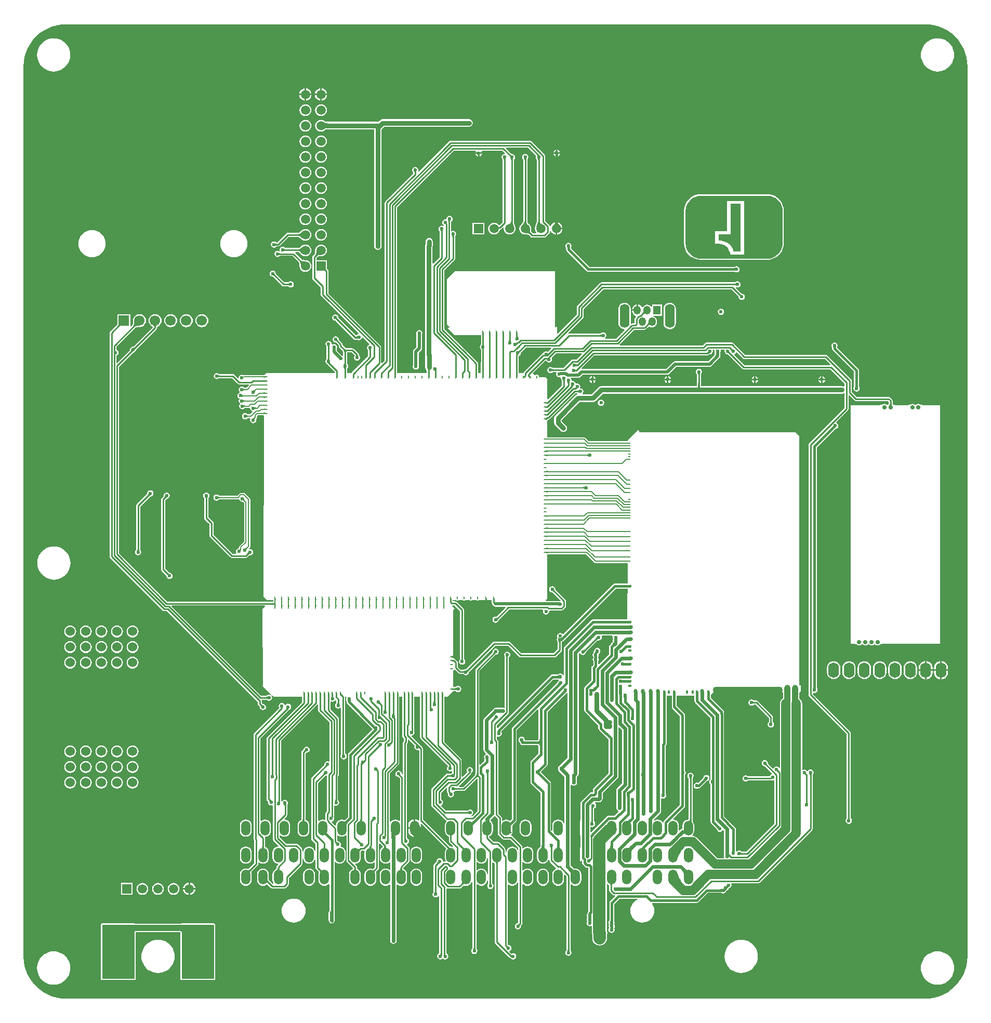
<source format=gbl>
G04*
G04 #@! TF.GenerationSoftware,Altium Limited,Altium Designer,20.2.7 (254)*
G04*
G04 Layer_Physical_Order=2*
G04 Layer_Color=16711680*
%FSLAX25Y25*%
%MOIN*%
G70*
G04*
G04 #@! TF.SameCoordinates,AEADB8A6-E672-494B-8C1A-D0E3FC83B13A*
G04*
G04*
G04 #@! TF.FilePolarity,Positive*
G04*
G01*
G75*
%ADD13C,0.00984*%
%ADD14C,0.01575*%
%ADD16C,0.00787*%
%ADD34R,0.03740X0.00984*%
%ADD35R,0.00984X1.54528*%
%ADD36R,0.08858X0.00984*%
%ADD37R,0.12205X0.00984*%
%ADD38R,0.19882X0.00984*%
%ADD104C,0.06693*%
%ADD105R,0.06693X0.06693*%
%ADD107C,0.02362*%
G04:AMPARAMS|DCode=131|XSize=7.87mil|YSize=651.58mil|CornerRadius=3.94mil|HoleSize=0mil|Usage=FLASHONLY|Rotation=270.000|XOffset=0mil|YOffset=0mil|HoleType=Round|Shape=RoundedRectangle|*
%AMROUNDEDRECTD131*
21,1,0.00787,0.64370,0,0,270.0*
21,1,0.00000,0.65158,0,0,270.0*
1,1,0.00787,-0.32185,0.00000*
1,1,0.00787,-0.32185,0.00000*
1,1,0.00787,0.32185,0.00000*
1,1,0.00787,0.32185,0.00000*
%
%ADD131ROUNDEDRECTD131*%
G04:AMPARAMS|DCode=132|XSize=7.87mil|YSize=86.22mil|CornerRadius=3.94mil|HoleSize=0mil|Usage=FLASHONLY|Rotation=135.000|XOffset=0mil|YOffset=0mil|HoleType=Round|Shape=RoundedRectangle|*
%AMROUNDEDRECTD132*
21,1,0.00787,0.07835,0,0,135.0*
21,1,0.00000,0.08622,0,0,135.0*
1,1,0.00787,0.02770,0.02770*
1,1,0.00787,0.02770,0.02770*
1,1,0.00787,-0.02770,-0.02770*
1,1,0.00787,-0.02770,-0.02770*
%
%ADD132ROUNDEDRECTD132*%
G04:AMPARAMS|DCode=133|XSize=7.87mil|YSize=294.88mil|CornerRadius=3.94mil|HoleSize=0mil|Usage=FLASHONLY|Rotation=180.000|XOffset=0mil|YOffset=0mil|HoleType=Round|Shape=RoundedRectangle|*
%AMROUNDEDRECTD133*
21,1,0.00787,0.28701,0,0,180.0*
21,1,0.00000,0.29488,0,0,180.0*
1,1,0.00787,0.00000,0.14350*
1,1,0.00787,0.00000,0.14350*
1,1,0.00787,0.00000,-0.14350*
1,1,0.00787,0.00000,-0.14350*
%
%ADD133ROUNDEDRECTD133*%
%ADD166O,0.03937X0.05906*%
%ADD169O,0.03150X0.02362*%
%ADD180C,0.03150*%
%ADD181C,0.05906*%
%ADD182C,0.03937*%
%ADD183C,0.07874*%
%ADD186C,0.01968*%
%ADD188O,0.06299X0.15354*%
%ADD189O,0.04724X0.05512*%
%ADD190R,0.04724X0.05512*%
%ADD191R,0.09843X0.09843*%
%ADD192C,0.05906*%
%ADD193R,0.05906X0.05906*%
%ADD194O,0.06890X0.09843*%
%ADD195C,0.02756*%
%ADD196C,0.02362*%
%ADD197C,0.06000*%
%ADD198O,0.05906X0.09449*%
%ADD199R,0.05906X0.05906*%
%ADD200R,0.38386X0.00984*%
G04:AMPARAMS|DCode=201|XSize=9.84mil|YSize=19.68mil|CornerRadius=4.92mil|HoleSize=0mil|Usage=FLASHONLY|Rotation=90.000|XOffset=0mil|YOffset=0mil|HoleType=Round|Shape=RoundedRectangle|*
%AMROUNDEDRECTD201*
21,1,0.00984,0.00984,0,0,90.0*
21,1,0.00000,0.01968,0,0,90.0*
1,1,0.00984,0.00492,0.00000*
1,1,0.00984,0.00492,0.00000*
1,1,0.00984,-0.00492,0.00000*
1,1,0.00984,-0.00492,0.00000*
%
%ADD201ROUNDEDRECTD201*%
G04:AMPARAMS|DCode=202|XSize=9.84mil|YSize=19.68mil|CornerRadius=4.92mil|HoleSize=0mil|Usage=FLASHONLY|Rotation=0.000|XOffset=0mil|YOffset=0mil|HoleType=Round|Shape=RoundedRectangle|*
%AMROUNDEDRECTD202*
21,1,0.00984,0.00984,0,0,0.0*
21,1,0.00000,0.01968,0,0,0.0*
1,1,0.00984,0.00000,-0.00492*
1,1,0.00984,0.00000,-0.00492*
1,1,0.00984,0.00000,0.00492*
1,1,0.00984,0.00000,0.00492*
%
%ADD202ROUNDEDRECTD202*%
G04:AMPARAMS|DCode=203|XSize=7.87mil|YSize=31.5mil|CornerRadius=3.94mil|HoleSize=0mil|Usage=FLASHONLY|Rotation=225.000|XOffset=0mil|YOffset=0mil|HoleType=Round|Shape=RoundedRectangle|*
%AMROUNDEDRECTD203*
21,1,0.00787,0.02362,0,0,225.0*
21,1,0.00000,0.03150,0,0,225.0*
1,1,0.00787,-0.00835,0.00835*
1,1,0.00787,-0.00835,0.00835*
1,1,0.00787,0.00835,-0.00835*
1,1,0.00787,0.00835,-0.00835*
%
%ADD203ROUNDEDRECTD203*%
G04:AMPARAMS|DCode=204|XSize=7.87mil|YSize=368.9mil|CornerRadius=3.94mil|HoleSize=0mil|Usage=FLASHONLY|Rotation=0.000|XOffset=0mil|YOffset=0mil|HoleType=Round|Shape=RoundedRectangle|*
%AMROUNDEDRECTD204*
21,1,0.00787,0.36102,0,0,0.0*
21,1,0.00000,0.36890,0,0,0.0*
1,1,0.00787,0.00000,-0.18051*
1,1,0.00787,0.00000,-0.18051*
1,1,0.00787,0.00000,0.18051*
1,1,0.00787,0.00000,0.18051*
%
%ADD204ROUNDEDRECTD204*%
%ADD205O,0.01575X0.00787*%
%ADD206O,0.02362X0.01575*%
%ADD207O,0.02362X0.03150*%
%ADD208O,0.44882X0.04331*%
%ADD209O,0.01575X0.02362*%
%ADD210O,1.00787X0.00787*%
%ADD211O,0.00787X1.60630*%
G04:AMPARAMS|DCode=212|XSize=7.87mil|YSize=47.24mil|CornerRadius=0mil|HoleSize=0mil|Usage=FLASHONLY|Rotation=45.000|XOffset=0mil|YOffset=0mil|HoleType=Round|Shape=Round|*
%AMOVALD212*
21,1,0.03937,0.00787,0.00000,0.00000,135.0*
1,1,0.00787,0.01392,-0.01392*
1,1,0.00787,-0.01392,0.01392*
%
%ADD212OVALD212*%

G36*
X581781Y625413D02*
X584783Y624902D01*
X587710Y624059D01*
X590524Y622894D01*
X593189Y621421D01*
X595673Y619658D01*
X597944Y617629D01*
X599973Y615358D01*
X601736Y612874D01*
X603209Y610209D01*
X604374Y607395D01*
X605217Y604468D01*
X605727Y601466D01*
X605895Y598479D01*
X605873Y598425D01*
Y27559D01*
X605895Y27505D01*
X605727Y24518D01*
X605217Y21516D01*
X604374Y18589D01*
X603209Y15776D01*
X601736Y13110D01*
X599973Y10626D01*
X597944Y8355D01*
X595673Y6326D01*
X593189Y4564D01*
X590524Y3091D01*
X587710Y1925D01*
X584783Y1082D01*
X581781Y572D01*
X578794Y404D01*
X578740Y426D01*
X27559D01*
X27505Y404D01*
X24518Y572D01*
X21516Y1082D01*
X18589Y1925D01*
X15776Y3091D01*
X13110Y4564D01*
X10626Y6326D01*
X8355Y8355D01*
X6326Y10626D01*
X4564Y13110D01*
X3091Y15776D01*
X1925Y18589D01*
X1082Y21516D01*
X572Y24518D01*
X404Y27505D01*
X426Y27559D01*
Y598425D01*
X404Y598479D01*
X572Y601466D01*
X1082Y604468D01*
X1925Y607395D01*
X3091Y610209D01*
X4564Y612874D01*
X6326Y615358D01*
X8355Y617629D01*
X10626Y619658D01*
X13110Y621421D01*
X15776Y622894D01*
X18589Y624059D01*
X21516Y624902D01*
X24518Y625413D01*
X27505Y625580D01*
X27559Y625558D01*
X578740D01*
X578794Y625580D01*
X581781Y625413D01*
D02*
G37*
%LPC*%
G36*
X586614Y616568D02*
X584946Y616437D01*
X583319Y616046D01*
X581773Y615406D01*
X580347Y614532D01*
X579074Y613445D01*
X577988Y612173D01*
X577114Y610746D01*
X576473Y609200D01*
X576083Y607574D01*
X575951Y605905D01*
X576083Y604238D01*
X576473Y602610D01*
X577114Y601065D01*
X577988Y599638D01*
X579074Y598366D01*
X580347Y597279D01*
X581773Y596405D01*
X583319Y595765D01*
X584946Y595374D01*
X586614Y595243D01*
X588282Y595374D01*
X589909Y595765D01*
X591455Y596405D01*
X592882Y597279D01*
X594154Y598366D01*
X595240Y599638D01*
X596115Y601065D01*
X596755Y602610D01*
X597146Y604238D01*
X597277Y605905D01*
X597146Y607574D01*
X596755Y609200D01*
X596115Y610746D01*
X595240Y612173D01*
X594154Y613445D01*
X592882Y614532D01*
X591455Y615406D01*
X589909Y616046D01*
X588282Y616437D01*
X586614Y616568D01*
D02*
G37*
G36*
X19685D02*
X18017Y616437D01*
X16390Y616046D01*
X14844Y615406D01*
X13418Y614532D01*
X12145Y613445D01*
X11059Y612173D01*
X10184Y610746D01*
X9544Y609200D01*
X9154Y607574D01*
X9022Y605905D01*
X9154Y604238D01*
X9544Y602610D01*
X10184Y601065D01*
X11059Y599638D01*
X12145Y598366D01*
X13418Y597279D01*
X14844Y596405D01*
X16390Y595765D01*
X18017Y595374D01*
X19685Y595243D01*
X21353Y595374D01*
X22980Y595765D01*
X24526Y596405D01*
X25953Y597279D01*
X27225Y598366D01*
X28311Y599638D01*
X29186Y601065D01*
X29826Y602610D01*
X30217Y604238D01*
X30348Y605905D01*
X30217Y607574D01*
X29826Y609200D01*
X29186Y610746D01*
X28311Y612173D01*
X27225Y613445D01*
X25953Y614532D01*
X24526Y615406D01*
X22980Y616046D01*
X21353Y616437D01*
X19685Y616568D01*
D02*
G37*
G36*
X191642Y584394D02*
Y580972D01*
X195063D01*
X194993Y581504D01*
X194595Y582466D01*
X193961Y583292D01*
X193135Y583925D01*
X192174Y584323D01*
X191642Y584394D01*
D02*
G37*
G36*
X181642D02*
Y580972D01*
X185063D01*
X184993Y581504D01*
X184595Y582466D01*
X183961Y583292D01*
X183135Y583925D01*
X182174Y584323D01*
X181642Y584394D01*
D02*
G37*
G36*
X190642D02*
X190110Y584323D01*
X189148Y583925D01*
X188323Y583292D01*
X187689Y582466D01*
X187291Y581504D01*
X187221Y580972D01*
X190642D01*
Y584394D01*
D02*
G37*
G36*
X180642D02*
X180110Y584323D01*
X179148Y583925D01*
X178323Y583292D01*
X177689Y582466D01*
X177291Y581504D01*
X177221Y580972D01*
X180642D01*
Y584394D01*
D02*
G37*
G36*
X190642Y579973D02*
X187221D01*
X187291Y579441D01*
X187689Y578479D01*
X188323Y577653D01*
X189148Y577020D01*
X190110Y576621D01*
X190642Y576551D01*
Y579973D01*
D02*
G37*
G36*
X180642D02*
X177221D01*
X177291Y579441D01*
X177689Y578479D01*
X178323Y577653D01*
X179148Y577020D01*
X180110Y576621D01*
X180642Y576551D01*
Y579973D01*
D02*
G37*
G36*
X195063D02*
X191642D01*
Y576551D01*
X192174Y576621D01*
X193135Y577020D01*
X193961Y577653D01*
X194595Y578479D01*
X194993Y579441D01*
X195063Y579973D01*
D02*
G37*
G36*
X185063D02*
X181642D01*
Y576551D01*
X182174Y576621D01*
X183135Y577020D01*
X183961Y577653D01*
X184595Y578479D01*
X184993Y579441D01*
X185063Y579973D01*
D02*
G37*
G36*
X191142Y574245D02*
X190165Y574116D01*
X189255Y573739D01*
X188474Y573140D01*
X187875Y572359D01*
X187498Y571449D01*
X187369Y570472D01*
X187498Y569496D01*
X187875Y568586D01*
X188474Y567805D01*
X189255Y567205D01*
X190165Y566829D01*
X191142Y566700D01*
X192118Y566829D01*
X193028Y567205D01*
X193809Y567805D01*
X194409Y568586D01*
X194786Y569496D01*
X194914Y570472D01*
X194786Y571449D01*
X194409Y572359D01*
X193809Y573140D01*
X193028Y573739D01*
X192118Y574116D01*
X191142Y574245D01*
D02*
G37*
G36*
X181142D02*
X180165Y574116D01*
X179255Y573739D01*
X178474Y573140D01*
X177875Y572359D01*
X177498Y571449D01*
X177369Y570472D01*
X177498Y569496D01*
X177875Y568586D01*
X178474Y567805D01*
X179255Y567205D01*
X180165Y566829D01*
X181142Y566700D01*
X182118Y566829D01*
X183028Y567205D01*
X183809Y567805D01*
X184409Y568586D01*
X184786Y569496D01*
X184914Y570472D01*
X184786Y571449D01*
X184409Y572359D01*
X183809Y573140D01*
X183028Y573739D01*
X182118Y574116D01*
X181142Y574245D01*
D02*
G37*
G36*
X286122Y564633D02*
X230621D01*
X229700Y564450D01*
X228918Y563928D01*
X227970Y562979D01*
X194640D01*
X194522Y562987D01*
X194316Y563013D01*
X194133Y563047D01*
X193984Y563084D01*
X193869Y563122D01*
X193791Y563157D01*
X193776Y563165D01*
X193028Y563739D01*
X192118Y564116D01*
X191142Y564245D01*
X190165Y564116D01*
X189255Y563739D01*
X188474Y563140D01*
X187875Y562359D01*
X187498Y561449D01*
X187369Y560472D01*
X187498Y559496D01*
X187875Y558586D01*
X188474Y557805D01*
X189255Y557205D01*
X190165Y556829D01*
X191142Y556700D01*
X192118Y556829D01*
X193028Y557205D01*
X193809Y557805D01*
X193895Y557917D01*
X193924Y557943D01*
X193962Y557969D01*
X194034Y558005D01*
X194141Y558046D01*
X194284Y558086D01*
X194460Y558122D01*
X194659Y558151D01*
X194821Y558162D01*
X225200D01*
Y486370D01*
X225150Y486122D01*
Y483268D01*
X225334Y482346D01*
X225856Y481565D01*
X226637Y481043D01*
X227559Y480859D01*
X228481Y481043D01*
X229262Y481565D01*
X229784Y482346D01*
X229967Y483268D01*
Y485924D01*
X230017Y486171D01*
Y558214D01*
X231619Y559816D01*
X286122D01*
X287044Y560000D01*
X287825Y560522D01*
X288347Y561303D01*
X288530Y562225D01*
X288347Y563146D01*
X287825Y563928D01*
X287044Y564450D01*
X286122Y564633D01*
D02*
G37*
G36*
X181142Y564245D02*
X180165Y564116D01*
X179255Y563739D01*
X178474Y563140D01*
X177875Y562359D01*
X177498Y561449D01*
X177369Y560472D01*
X177498Y559496D01*
X177875Y558586D01*
X178474Y557805D01*
X179255Y557205D01*
X180165Y556829D01*
X181142Y556700D01*
X182118Y556829D01*
X183028Y557205D01*
X183809Y557805D01*
X184409Y558586D01*
X184786Y559496D01*
X184914Y560472D01*
X184786Y561449D01*
X184409Y562359D01*
X183809Y563140D01*
X183028Y563739D01*
X182118Y564116D01*
X181142Y564245D01*
D02*
G37*
G36*
X191142Y554245D02*
X190165Y554116D01*
X189255Y553740D01*
X188474Y553140D01*
X187875Y552359D01*
X187498Y551449D01*
X187369Y550472D01*
X187498Y549496D01*
X187875Y548586D01*
X188474Y547805D01*
X189255Y547205D01*
X190165Y546829D01*
X191142Y546700D01*
X192118Y546829D01*
X193028Y547205D01*
X193809Y547805D01*
X194409Y548586D01*
X194786Y549496D01*
X194914Y550472D01*
X194786Y551449D01*
X194409Y552359D01*
X193809Y553140D01*
X193028Y553740D01*
X192118Y554116D01*
X191142Y554245D01*
D02*
G37*
G36*
X181142D02*
X180165Y554116D01*
X179255Y553740D01*
X178474Y553140D01*
X177875Y552359D01*
X177498Y551449D01*
X177369Y550472D01*
X177498Y549496D01*
X177875Y548586D01*
X178474Y547805D01*
X179255Y547205D01*
X180165Y546829D01*
X181142Y546700D01*
X182118Y546829D01*
X183028Y547205D01*
X183809Y547805D01*
X184409Y548586D01*
X184786Y549496D01*
X184914Y550472D01*
X184786Y551449D01*
X184409Y552359D01*
X183809Y553140D01*
X183028Y553740D01*
X182118Y554116D01*
X181142Y554245D01*
D02*
G37*
G36*
X342839Y545074D02*
Y543449D01*
X344463D01*
X344393Y543800D01*
X343911Y544522D01*
X343190Y545004D01*
X342839Y545074D01*
D02*
G37*
G36*
X341839D02*
X341488Y545004D01*
X340766Y544522D01*
X340284Y543800D01*
X340214Y543449D01*
X341839D01*
Y545074D01*
D02*
G37*
G36*
Y542449D02*
X340214D01*
X340284Y542098D01*
X340766Y541377D01*
X341488Y540895D01*
X341839Y540825D01*
Y541420D01*
X341445Y541468D01*
X341439Y542184D01*
X341839Y542147D01*
Y542449D01*
D02*
G37*
G36*
X344463D02*
X342839D01*
Y542057D01*
X343086Y542035D01*
X343074Y542017D01*
X343062Y541987D01*
X343052Y541944D01*
X343044Y541887D01*
X343030Y541735D01*
X343020Y541410D01*
X343020Y541276D01*
X342839Y541298D01*
Y540825D01*
X343190Y540895D01*
X343911Y541377D01*
X344393Y542098D01*
X344463Y542449D01*
D02*
G37*
G36*
X294447Y542414D02*
X292823D01*
Y540789D01*
X293174Y540859D01*
X293895Y541341D01*
X294377Y542063D01*
X294447Y542414D01*
D02*
G37*
G36*
X291823D02*
X290198D01*
X290268Y542063D01*
X290750Y541341D01*
X291472Y540859D01*
X291823Y540789D01*
Y542414D01*
D02*
G37*
G36*
X191142Y544245D02*
X190165Y544116D01*
X189255Y543740D01*
X188474Y543140D01*
X187875Y542359D01*
X187498Y541449D01*
X187369Y540472D01*
X187498Y539496D01*
X187875Y538586D01*
X188474Y537805D01*
X189255Y537205D01*
X190165Y536829D01*
X191142Y536700D01*
X192118Y536829D01*
X193028Y537205D01*
X193809Y537805D01*
X194409Y538586D01*
X194786Y539496D01*
X194914Y540472D01*
X194786Y541449D01*
X194409Y542359D01*
X193809Y543140D01*
X193028Y543740D01*
X192118Y544116D01*
X191142Y544245D01*
D02*
G37*
G36*
X181142D02*
X180165Y544116D01*
X179255Y543740D01*
X178474Y543140D01*
X177875Y542359D01*
X177498Y541449D01*
X177369Y540472D01*
X177498Y539496D01*
X177875Y538586D01*
X178474Y537805D01*
X179255Y537205D01*
X180165Y536829D01*
X181142Y536700D01*
X182118Y536829D01*
X183028Y537205D01*
X183809Y537805D01*
X184409Y538586D01*
X184786Y539496D01*
X184914Y540472D01*
X184786Y541449D01*
X184409Y542359D01*
X183809Y543140D01*
X183028Y543740D01*
X182118Y544116D01*
X181142Y544245D01*
D02*
G37*
G36*
X191142Y534245D02*
X190165Y534116D01*
X189255Y533740D01*
X188474Y533140D01*
X187875Y532359D01*
X187498Y531449D01*
X187369Y530472D01*
X187498Y529496D01*
X187875Y528586D01*
X188474Y527805D01*
X189255Y527205D01*
X190165Y526829D01*
X191142Y526700D01*
X192118Y526829D01*
X193028Y527205D01*
X193809Y527805D01*
X194409Y528586D01*
X194786Y529496D01*
X194914Y530472D01*
X194786Y531449D01*
X194409Y532359D01*
X193809Y533140D01*
X193028Y533740D01*
X192118Y534116D01*
X191142Y534245D01*
D02*
G37*
G36*
X181142D02*
X180165Y534116D01*
X179255Y533740D01*
X178474Y533140D01*
X177875Y532359D01*
X177498Y531449D01*
X177369Y530472D01*
X177498Y529496D01*
X177875Y528586D01*
X178474Y527805D01*
X179255Y527205D01*
X180165Y526829D01*
X181142Y526700D01*
X182118Y526829D01*
X183028Y527205D01*
X183809Y527805D01*
X184409Y528586D01*
X184786Y529496D01*
X184914Y530472D01*
X184786Y531449D01*
X184409Y532359D01*
X183809Y533140D01*
X183028Y533740D01*
X182118Y534116D01*
X181142Y534245D01*
D02*
G37*
G36*
X191142Y524245D02*
X190165Y524116D01*
X189255Y523739D01*
X188474Y523140D01*
X187875Y522359D01*
X187498Y521449D01*
X187369Y520472D01*
X187498Y519496D01*
X187875Y518586D01*
X188474Y517805D01*
X189255Y517205D01*
X190165Y516829D01*
X191142Y516700D01*
X192118Y516829D01*
X193028Y517205D01*
X193809Y517805D01*
X194409Y518586D01*
X194786Y519496D01*
X194914Y520472D01*
X194786Y521449D01*
X194409Y522359D01*
X193809Y523140D01*
X193028Y523739D01*
X192118Y524116D01*
X191142Y524245D01*
D02*
G37*
G36*
X181142D02*
X180165Y524116D01*
X179255Y523739D01*
X178474Y523140D01*
X177875Y522359D01*
X177498Y521449D01*
X177369Y520472D01*
X177498Y519496D01*
X177875Y518586D01*
X178474Y517805D01*
X179255Y517205D01*
X180165Y516829D01*
X181142Y516700D01*
X182118Y516829D01*
X183028Y517205D01*
X183809Y517805D01*
X184409Y518586D01*
X184786Y519496D01*
X184914Y520472D01*
X184786Y521449D01*
X184409Y522359D01*
X183809Y523140D01*
X183028Y523739D01*
X182118Y524116D01*
X181142Y524245D01*
D02*
G37*
G36*
X477490Y516476D02*
X477449Y516467D01*
X477449Y516467D01*
X477000Y516466D01*
X477000Y516466D01*
X434979D01*
X434518Y516468D01*
X434518Y516468D01*
X434490Y516474D01*
X434481Y516472D01*
X434481Y516468D01*
X434478Y516466D01*
X434461Y516462D01*
X432891Y516339D01*
X431294Y515955D01*
X429777Y515327D01*
X428377Y514469D01*
X427129Y513403D01*
X426062Y512154D01*
X425204Y510754D01*
X424576Y509237D01*
X424193Y507641D01*
X424075Y506143D01*
X424056Y506049D01*
X423997Y485232D01*
X424054Y484940D01*
X424183Y483304D01*
X424566Y481707D01*
X425195Y480191D01*
X425353Y479932D01*
X425357Y479922D01*
X425363Y479916D01*
X426052Y478791D01*
X427119Y477542D01*
X427559Y477166D01*
Y476924D01*
X427842D01*
X428367Y476476D01*
X429767Y475618D01*
X431284Y474990D01*
X432881Y474606D01*
X434288Y474495D01*
X434469Y474460D01*
X476989D01*
X477382Y474459D01*
X477473Y474461D01*
X477480Y474459D01*
X477489Y474461D01*
X477489Y474469D01*
X479079Y474594D01*
X480676Y474978D01*
X482193Y475606D01*
X483593Y476464D01*
X484842Y477530D01*
X485908Y478779D01*
X486766Y480179D01*
X487394Y481696D01*
X487778Y483292D01*
X487906Y484929D01*
X487906Y484934D01*
X487913Y484967D01*
Y505462D01*
X487921Y505959D01*
X487913Y506240D01*
X487888Y506362D01*
X487882Y506442D01*
X487787Y507643D01*
X487404Y509239D01*
X486776Y510756D01*
X485918Y512156D01*
X484852Y513405D01*
X483603Y514471D01*
X482203Y515329D01*
X480686Y515957D01*
X479089Y516341D01*
X477499Y516466D01*
X477499Y516474D01*
X477490Y516476D01*
D02*
G37*
G36*
X191142Y514245D02*
X190165Y514116D01*
X189255Y513739D01*
X188474Y513140D01*
X187875Y512359D01*
X187498Y511449D01*
X187369Y510472D01*
X187498Y509496D01*
X187875Y508586D01*
X188474Y507805D01*
X189255Y507205D01*
X190165Y506829D01*
X191142Y506700D01*
X192118Y506829D01*
X193028Y507205D01*
X193809Y507805D01*
X194409Y508586D01*
X194786Y509496D01*
X194914Y510472D01*
X194786Y511449D01*
X194409Y512359D01*
X193809Y513140D01*
X193028Y513739D01*
X192118Y514116D01*
X191142Y514245D01*
D02*
G37*
G36*
X181142D02*
X180165Y514116D01*
X179255Y513739D01*
X178474Y513140D01*
X177875Y512359D01*
X177498Y511449D01*
X177369Y510472D01*
X177498Y509496D01*
X177875Y508586D01*
X178474Y507805D01*
X179255Y507205D01*
X180165Y506829D01*
X181142Y506700D01*
X182118Y506829D01*
X183028Y507205D01*
X183809Y507805D01*
X184409Y508586D01*
X184786Y509496D01*
X184914Y510472D01*
X184786Y511449D01*
X184409Y512359D01*
X183809Y513140D01*
X183028Y513739D01*
X182118Y514116D01*
X181142Y514245D01*
D02*
G37*
G36*
X191142Y504245D02*
X190165Y504116D01*
X189255Y503740D01*
X188474Y503140D01*
X187875Y502359D01*
X187498Y501449D01*
X187369Y500472D01*
X187498Y499496D01*
X187875Y498586D01*
X188474Y497805D01*
X189255Y497205D01*
X190165Y496829D01*
X191142Y496700D01*
X192118Y496829D01*
X193028Y497205D01*
X193809Y497805D01*
X194409Y498586D01*
X194786Y499496D01*
X194914Y500472D01*
X194786Y501449D01*
X194409Y502359D01*
X193809Y503140D01*
X193028Y503740D01*
X192118Y504116D01*
X191142Y504245D01*
D02*
G37*
G36*
X181142D02*
X180165Y504116D01*
X179255Y503740D01*
X178474Y503140D01*
X177875Y502359D01*
X177498Y501449D01*
X177369Y500472D01*
X177498Y499496D01*
X177875Y498586D01*
X178474Y497805D01*
X179255Y497205D01*
X180165Y496829D01*
X181142Y496700D01*
X182118Y496829D01*
X183028Y497205D01*
X183809Y497805D01*
X184409Y498586D01*
X184786Y499496D01*
X184914Y500472D01*
X184786Y501449D01*
X184409Y502359D01*
X183809Y503140D01*
X183028Y503740D01*
X182118Y504116D01*
X181142Y504245D01*
D02*
G37*
G36*
X343127Y498343D02*
X343132Y498324D01*
X343219Y498071D01*
X343332Y497817D01*
X343469Y497561D01*
X343631Y497303D01*
X343818Y497044D01*
X344030Y496783D01*
X344268Y496521D01*
X342626Y496580D01*
Y494988D01*
X346047D01*
X345977Y495520D01*
X345579Y496482D01*
X344945Y497307D01*
X344119Y497941D01*
X343158Y498339D01*
X343127Y498343D01*
D02*
G37*
G36*
X325252Y550714D02*
X274320D01*
X273820Y550615D01*
X273397Y550332D01*
X253814Y530748D01*
X253425Y531067D01*
X253527Y531220D01*
X253680Y531988D01*
X253527Y532756D01*
X253092Y533407D01*
X252441Y533843D01*
X251673Y533995D01*
X250905Y533843D01*
X250254Y533407D01*
X249819Y532756D01*
X249666Y531988D01*
X249819Y531220D01*
X250254Y530569D01*
X250318Y530526D01*
X250318Y530526D01*
X250329Y530504D01*
X250341Y530476D01*
X250352Y530440D01*
X250362Y530396D01*
X250369Y530353D01*
Y529809D01*
X232444Y511884D01*
X232161Y511461D01*
X232062Y510961D01*
Y409891D01*
X230250Y408079D01*
X229749Y408286D01*
Y418513D01*
X229650Y419012D01*
X229367Y419435D01*
X195891Y452911D01*
Y467028D01*
X195792Y467527D01*
X195509Y467950D01*
X195061Y468398D01*
X194887Y468602D01*
X194882Y468609D01*
Y474213D01*
X188214D01*
Y475700D01*
X188822Y476308D01*
X188926Y476375D01*
X189067Y476445D01*
X189247Y476512D01*
X189465Y476573D01*
X189722Y476626D01*
X190006Y476666D01*
X190716Y476714D01*
X191018Y476716D01*
X191142Y476700D01*
X192118Y476829D01*
X193028Y477205D01*
X193809Y477805D01*
X194409Y478586D01*
X194786Y479496D01*
X194914Y480472D01*
X194786Y481449D01*
X194409Y482359D01*
X193809Y483140D01*
X193028Y483740D01*
X192118Y484116D01*
X191142Y484245D01*
X190165Y484116D01*
X189255Y483740D01*
X188474Y483140D01*
X187875Y482359D01*
X187498Y481449D01*
X187369Y480472D01*
X187386Y480349D01*
X187383Y480047D01*
X187336Y479336D01*
X187295Y479052D01*
X187243Y478796D01*
X187181Y478578D01*
X187114Y478398D01*
X187045Y478257D01*
X186977Y478153D01*
X185987Y477163D01*
X185704Y476739D01*
X185605Y476240D01*
Y462732D01*
X185704Y462233D01*
X185987Y461809D01*
X190920Y456877D01*
Y452228D01*
X191019Y451728D01*
X191302Y451305D01*
X215274Y427333D01*
X215109Y426791D01*
X214763Y426722D01*
X214112Y426287D01*
X214052Y426197D01*
X213408Y426133D01*
X202453Y437089D01*
X202427Y437124D01*
X202403Y437163D01*
X202386Y437196D01*
X202374Y437223D01*
X202366Y437247D01*
X202366Y437248D01*
X202381Y437323D01*
X202228Y438091D01*
X201793Y438742D01*
X201142Y439177D01*
X200374Y439330D01*
X199606Y439177D01*
X198955Y438742D01*
X198520Y438091D01*
X198367Y437323D01*
X198520Y436555D01*
X198955Y435904D01*
X199606Y435468D01*
X200374Y435316D01*
X200449Y435331D01*
X200450Y435331D01*
X200473Y435323D01*
X200501Y435311D01*
X200534Y435294D01*
X200573Y435270D01*
X200608Y435244D01*
X212306Y423546D01*
X212729Y423263D01*
X213228Y423164D01*
X214274D01*
X214398Y423152D01*
X214447Y423144D01*
X214575Y423116D01*
X214607Y423106D01*
X214641Y423093D01*
X214651Y423089D01*
X214763Y423014D01*
X215531Y422861D01*
X216300Y423014D01*
X216951Y423449D01*
X217386Y424100D01*
X217455Y424445D01*
X217997Y424610D01*
X222221Y420386D01*
X222076Y419907D01*
X221870Y419866D01*
X221219Y419431D01*
X220783Y418780D01*
X220631Y418012D01*
X220783Y417244D01*
X221219Y416593D01*
X221282Y416550D01*
X221283Y416549D01*
X221294Y416528D01*
X221305Y416499D01*
X221316Y416464D01*
X221327Y416419D01*
X221333Y416376D01*
Y412647D01*
X210869Y402182D01*
X210595Y401772D01*
X207899D01*
Y404565D01*
X207906Y404608D01*
X207916Y404653D01*
X207927Y404688D01*
X207938Y404716D01*
X207949Y404738D01*
X207950Y404739D01*
X208014Y404782D01*
X208449Y405433D01*
X208602Y406201D01*
X208449Y406969D01*
X208014Y407620D01*
X207950Y407663D01*
X207949Y407663D01*
X207938Y407685D01*
X207927Y407713D01*
X207916Y407749D01*
X207906Y407793D01*
X207899Y407836D01*
Y414978D01*
X207906Y415019D01*
X207908Y415025D01*
X207914Y415027D01*
X207955Y415034D01*
X210720D01*
X212780Y412973D01*
X212440Y412464D01*
X212287Y411696D01*
X212440Y410928D01*
X212875Y410277D01*
X213526Y409842D01*
X214294Y409689D01*
X215062Y409842D01*
X215714Y410277D01*
X216148Y410928D01*
X216301Y411696D01*
X216148Y412464D01*
X215714Y413116D01*
X215549Y413226D01*
Y413354D01*
X215449Y413854D01*
X215167Y414277D01*
X212182Y417261D01*
X211759Y417544D01*
X211260Y417643D01*
X207609D01*
X207520Y417653D01*
X207400Y417676D01*
X207287Y417707D01*
X207178Y417747D01*
X207073Y417796D01*
X206970Y417854D01*
X206870Y417922D01*
X206800Y417978D01*
X205068Y419710D01*
Y420252D01*
X204969Y420751D01*
X204686Y421174D01*
X202748Y423112D01*
X202723Y423148D01*
X202698Y423186D01*
X202681Y423219D01*
X202669Y423247D01*
X202662Y423270D01*
X202661Y423271D01*
X202676Y423347D01*
X202524Y424115D01*
X202088Y424766D01*
X201437Y425201D01*
X200669Y425353D01*
X199901Y425201D01*
X199250Y424766D01*
X198815Y424115D01*
X198662Y423347D01*
X198815Y422578D01*
X199250Y421927D01*
X199901Y421492D01*
X200669Y421339D01*
X200745Y421354D01*
X200745Y421354D01*
X200769Y421347D01*
X200797Y421335D01*
X200830Y421317D01*
X200868Y421293D01*
X200903Y421268D01*
X202459Y419712D01*
Y419169D01*
X202558Y418670D01*
X202841Y418247D01*
X204955Y416133D01*
X205011Y416064D01*
X205079Y415963D01*
X205137Y415860D01*
X205186Y415755D01*
X205226Y415647D01*
X205257Y415533D01*
X205280Y415413D01*
X205290Y415324D01*
Y412994D01*
X204790Y412727D01*
X204587Y412862D01*
X204503Y412879D01*
X201294Y416087D01*
Y417487D01*
X201343Y417559D01*
X201495Y418327D01*
X201343Y419095D01*
X200907Y419746D01*
X200256Y420181D01*
X199488Y420334D01*
X198720Y420181D01*
X198487Y420025D01*
X198037Y420326D01*
X198050Y420394D01*
X197898Y421162D01*
X197462Y421813D01*
X196811Y422248D01*
X196043Y422401D01*
X195275Y422248D01*
X194624Y421813D01*
X194189Y421162D01*
X194036Y420394D01*
X194189Y419626D01*
X194624Y418974D01*
X194688Y418932D01*
X194688Y418931D01*
X194699Y418909D01*
X194711Y418881D01*
X194722Y418846D01*
X194732Y418801D01*
X194739Y418758D01*
Y411026D01*
X194732Y410987D01*
X194723Y410948D01*
X194713Y410920D01*
X194704Y410899D01*
X194696Y410884D01*
X194689Y410874D01*
X194681Y410866D01*
X194663Y410848D01*
X194545Y410770D01*
X194110Y410118D01*
X193957Y409350D01*
X194110Y408582D01*
X194545Y407931D01*
X194862Y407720D01*
X195117Y407469D01*
X195121Y407463D01*
X200093Y402491D01*
Y401772D01*
X156047D01*
X154762Y400514D01*
X154483Y400496D01*
X141450D01*
X141450Y400496D01*
X141175Y400441D01*
X141122Y400476D01*
X140354Y400629D01*
X139586Y400476D01*
X138935Y400041D01*
X138500Y399390D01*
X138369Y398730D01*
X137903Y398490D01*
X135667Y400726D01*
X135243Y401008D01*
X134744Y401108D01*
X125946D01*
X125903Y401114D01*
X125859Y401124D01*
X125823Y401136D01*
X125795Y401147D01*
X125774Y401158D01*
X125773Y401159D01*
X125730Y401222D01*
X125079Y401657D01*
X124311Y401810D01*
X123543Y401657D01*
X122892Y401222D01*
X122457Y400571D01*
X122304Y399803D01*
X122457Y399035D01*
X122892Y398384D01*
X123543Y397949D01*
X124311Y397796D01*
X125079Y397949D01*
X125730Y398384D01*
X125773Y398448D01*
X125774Y398448D01*
X125795Y398459D01*
X125823Y398471D01*
X125859Y398482D01*
X125903Y398492D01*
X125946Y398499D01*
X134204D01*
X137759Y394944D01*
X138182Y394661D01*
X138681Y394562D01*
X144863D01*
X145054Y394100D01*
X143300Y392346D01*
X142148D01*
X142111Y392354D01*
X142075Y392364D01*
X142039Y392378D01*
X142002Y392397D01*
X141963Y392420D01*
X141921Y392450D01*
X141889Y392476D01*
X141833Y392561D01*
X141182Y392996D01*
X140413Y393149D01*
X139645Y392996D01*
X138994Y392561D01*
X138559Y391910D01*
X138406Y391142D01*
X138559Y390374D01*
X138994Y389722D01*
X139013Y389710D01*
X138908Y389179D01*
X138799Y389157D01*
X138148Y388722D01*
X137713Y388071D01*
X137560Y387303D01*
X137713Y386535D01*
X138148Y385884D01*
X138629Y385562D01*
X138798Y385431D01*
X138772Y384944D01*
X138559Y384626D01*
X138406Y383858D01*
X138559Y383090D01*
X138994Y382439D01*
X139106Y382364D01*
X139155Y381730D01*
X138854Y381280D01*
X138702Y380512D01*
X138854Y379744D01*
X139289Y379093D01*
X139941Y378658D01*
X140709Y378505D01*
X141477Y378658D01*
X142128Y379093D01*
X142184Y379177D01*
X142217Y379204D01*
X142258Y379233D01*
X142297Y379257D01*
X142334Y379275D01*
X142370Y379289D01*
X142406Y379300D01*
X142443Y379308D01*
X144882D01*
X144882Y379308D01*
X145146Y379360D01*
X145236Y379337D01*
X145604Y379099D01*
X145673Y379019D01*
X145783Y378464D01*
X146219Y377813D01*
X146870Y377378D01*
X147091Y377334D01*
X147236Y376855D01*
X145699Y375319D01*
X144215D01*
X144178Y375326D01*
X144142Y375337D01*
X144106Y375351D01*
X144069Y375369D01*
X144030Y375393D01*
X143988Y375422D01*
X143956Y375449D01*
X143900Y375533D01*
X143248Y375969D01*
X142480Y376121D01*
X141712Y375969D01*
X141061Y375533D01*
X140626Y374882D01*
X140473Y374114D01*
X140626Y373346D01*
X141061Y372695D01*
X141712Y372260D01*
X142480Y372107D01*
X143248Y372260D01*
X143900Y372695D01*
X143956Y372780D01*
X143988Y372806D01*
X144030Y372836D01*
X144069Y372859D01*
X144106Y372877D01*
X144142Y372892D01*
X144178Y372902D01*
X144215Y372910D01*
X145645D01*
X145881Y372469D01*
X145783Y372323D01*
X145631Y371555D01*
X145783Y370787D01*
X146219Y370136D01*
X146870Y369701D01*
X147638Y369548D01*
X148406Y369701D01*
X149057Y370136D01*
X149492Y370787D01*
X149645Y371555D01*
X149562Y371973D01*
X149560Y372045D01*
X149544Y372114D01*
X149541Y372139D01*
X149541Y372154D01*
X149542Y372163D01*
X149543Y372168D01*
X149545Y372175D01*
X149550Y372185D01*
X149557Y372198D01*
X149802Y372442D01*
X149802Y372442D01*
X150063Y372833D01*
X150154Y373293D01*
X150154Y373293D01*
Y374140D01*
X150715Y374701D01*
X154140D01*
X154493Y374347D01*
X154321Y258317D01*
X156622Y255942D01*
X160548D01*
Y255242D01*
X92568D01*
X61639Y286170D01*
Y405857D01*
X70502Y414720D01*
X70539Y414749D01*
X70586Y414780D01*
X70628Y414805D01*
X70666Y414823D01*
X70700Y414837D01*
X70731Y414847D01*
X70759Y414854D01*
X70818Y414863D01*
X70881Y414885D01*
X71339Y414976D01*
X71990Y415412D01*
X72425Y416063D01*
X72516Y416521D01*
X72539Y416584D01*
X72548Y416643D01*
X72554Y416671D01*
X72564Y416702D01*
X72578Y416735D01*
X72597Y416773D01*
X72622Y416816D01*
X72646Y416853D01*
X72698Y416916D01*
X85686Y429904D01*
X85969Y430328D01*
X86068Y430827D01*
Y430987D01*
X86084Y431094D01*
X86111Y431199D01*
X86145Y431289D01*
X86187Y431368D01*
X86237Y431440D01*
X86299Y431508D01*
X86375Y431575D01*
X86471Y431641D01*
X86620Y431723D01*
X86631Y431732D01*
X86848Y431822D01*
X87712Y432485D01*
X88375Y433348D01*
X88791Y434354D01*
X88933Y435433D01*
X88791Y436512D01*
X88375Y437518D01*
X87712Y438381D01*
X86848Y439044D01*
X85843Y439461D01*
X84764Y439603D01*
X83685Y439461D01*
X82679Y439044D01*
X81815Y438381D01*
X81153Y437518D01*
X80736Y436512D01*
X80594Y435433D01*
X80736Y434354D01*
X81153Y433348D01*
X81815Y432485D01*
X82679Y431822D01*
X82897Y431732D01*
X82907Y431723D01*
X83057Y431641D01*
X83146Y431266D01*
X83142Y431050D01*
X70950Y418858D01*
X70920Y418836D01*
X70890Y418819D01*
X70867Y418808D01*
X70852Y418802D01*
X70842Y418800D01*
X70836Y418799D01*
X70831Y418799D01*
X70782Y418803D01*
X70761Y418800D01*
X70571Y418838D01*
X69803Y418685D01*
X69152Y418250D01*
X68717Y417599D01*
X68564Y416831D01*
X68602Y416641D01*
X68599Y416619D01*
X68603Y416570D01*
X68602Y416565D01*
X68602Y416560D01*
X68599Y416550D01*
X68594Y416535D01*
X68583Y416512D01*
X68565Y416482D01*
X68544Y416452D01*
X60330Y408238D01*
X59868Y408429D01*
Y412978D01*
X60020Y413008D01*
X60671Y413443D01*
X61106Y414094D01*
X61259Y414862D01*
X61106Y415630D01*
X60671Y416281D01*
X60020Y416716D01*
X59868Y416747D01*
Y418692D01*
X71988Y430812D01*
X72003Y430825D01*
X72125Y430902D01*
X72293Y430981D01*
X72507Y431057D01*
X72768Y431126D01*
X73074Y431184D01*
X73415Y431229D01*
X74257Y431281D01*
X74614Y431283D01*
X74764Y431264D01*
X75843Y431406D01*
X76849Y431822D01*
X77712Y432485D01*
X78375Y433348D01*
X78791Y434354D01*
X78933Y435433D01*
X78791Y436512D01*
X78375Y437518D01*
X77712Y438381D01*
X76849Y439044D01*
X75843Y439461D01*
X74764Y439603D01*
X73685Y439461D01*
X72679Y439044D01*
X71816Y438381D01*
X71153Y437518D01*
X70736Y436512D01*
X70594Y435433D01*
X70614Y435283D01*
X70612Y434926D01*
X70560Y434085D01*
X70515Y433743D01*
X70457Y433437D01*
X70388Y433177D01*
X70312Y432962D01*
X70233Y432795D01*
X70156Y432673D01*
X70143Y432657D01*
X69360Y431874D01*
X68898Y432065D01*
Y439567D01*
X60630D01*
Y433508D01*
X60627Y433491D01*
X60630Y433473D01*
Y433199D01*
X60597Y433152D01*
X60374Y432888D01*
X55869Y428383D01*
X55586Y427960D01*
X55487Y427461D01*
Y284162D01*
X55586Y283663D01*
X55869Y283240D01*
X89637Y249471D01*
X90061Y249188D01*
X90560Y249089D01*
X92230D01*
X150512Y190807D01*
Y189620D01*
X150611Y189121D01*
X150894Y188698D01*
X151858Y187734D01*
X151884Y187699D01*
X151908Y187660D01*
X151925Y187627D01*
X151937Y187600D01*
X151945Y187576D01*
X151945Y187575D01*
X151930Y187500D01*
X152083Y186732D01*
X152518Y186081D01*
X153169Y185646D01*
X153937Y185493D01*
X154705Y185646D01*
X155356Y186081D01*
X155791Y186732D01*
X155944Y187500D01*
X155791Y188268D01*
X155356Y188919D01*
X154705Y189354D01*
X153937Y189507D01*
X153862Y189492D01*
X153861Y189492D01*
X153838Y189500D01*
X153810Y189512D01*
X153777Y189529D01*
X153738Y189553D01*
X153703Y189579D01*
X153121Y190161D01*
Y191347D01*
X153051Y191699D01*
X153342Y192199D01*
X156140D01*
X156183Y192193D01*
X156227Y192183D01*
X156263Y192172D01*
X156291Y192160D01*
X156313Y192149D01*
X156314Y192148D01*
X156356Y192085D01*
X157008Y191650D01*
X157776Y191497D01*
X158544Y191650D01*
X159195Y192085D01*
X159630Y192736D01*
X159783Y193504D01*
X159630Y194272D01*
X159397Y194620D01*
X159786Y194939D01*
X160531Y194193D01*
X178912D01*
Y190501D01*
X156656Y168245D01*
X156374Y167822D01*
X156274Y167323D01*
Y128283D01*
X156374Y127784D01*
X156656Y127360D01*
X157171Y126845D01*
X157190Y126819D01*
X157203Y126795D01*
X157210Y126780D01*
X157210Y126780D01*
X157204Y126744D01*
X157207Y126683D01*
X157147Y126378D01*
X157299Y125610D01*
X157734Y124959D01*
X158386Y124524D01*
X159153Y124371D01*
X159711Y124482D01*
X160211Y124162D01*
Y102854D01*
X160310Y102355D01*
X160593Y101932D01*
X164015Y98510D01*
X163865Y98207D01*
X163757Y98061D01*
X162803Y97935D01*
X161893Y97558D01*
X161112Y96959D01*
X160512Y96178D01*
X160136Y95268D01*
X160007Y94291D01*
Y90748D01*
X160136Y89772D01*
X160512Y88862D01*
X161112Y88081D01*
X161893Y87481D01*
X162803Y87104D01*
X163480Y87015D01*
X163659Y86487D01*
X162857Y85685D01*
X162574Y85262D01*
X162475Y84763D01*
Y83763D01*
X162469Y83691D01*
X162459Y83619D01*
X161893Y83385D01*
X161112Y82786D01*
X160512Y82004D01*
X160136Y81094D01*
X160007Y80118D01*
Y76575D01*
X160136Y75598D01*
X160512Y74689D01*
X160688Y74460D01*
X160471Y73921D01*
X160242Y73887D01*
X158146Y75983D01*
X157989Y76151D01*
X157873Y76294D01*
X157780Y76423D01*
X157715Y76529D01*
X157706Y76547D01*
X157709Y76575D01*
Y80118D01*
X157581Y81094D01*
X157204Y82004D01*
X156605Y82786D01*
X155823Y83385D01*
X154913Y83762D01*
X153937Y83890D01*
X152961Y83762D01*
X152051Y83385D01*
X151269Y82786D01*
X150670Y82004D01*
X150293Y81094D01*
X150165Y80118D01*
Y76575D01*
X150293Y75598D01*
X150670Y74689D01*
X151269Y73907D01*
X152051Y73308D01*
X152961Y72931D01*
X153937Y72802D01*
X154913Y72931D01*
X155823Y73308D01*
X156563Y73875D01*
X159018Y71420D01*
X159442Y71137D01*
X159941Y71038D01*
X167520D01*
X168019Y71137D01*
X168442Y71420D01*
X170115Y73093D01*
X170398Y73516D01*
X170498Y74016D01*
Y77806D01*
X178777Y86085D01*
X179060Y86509D01*
X179159Y87008D01*
Y96044D01*
X179060Y96544D01*
X178777Y96967D01*
X176298Y99446D01*
X175874Y99729D01*
X175375Y99828D01*
X168892D01*
X164631Y104089D01*
Y104973D01*
X165131Y105219D01*
X165673Y104804D01*
X166583Y104427D01*
X167559Y104298D01*
X168535Y104427D01*
X169445Y104804D01*
X170227Y105403D01*
X170826Y106185D01*
X171203Y107095D01*
X171332Y108071D01*
Y111614D01*
X171203Y112591D01*
X170826Y113500D01*
X170227Y114282D01*
X169445Y114881D01*
X168535Y115258D01*
X167807Y115354D01*
X167628Y115882D01*
X169131Y117385D01*
X169414Y117808D01*
X169513Y118307D01*
Y124519D01*
X169520Y124596D01*
X169529Y124649D01*
X169541Y124705D01*
X169555Y124753D01*
X169570Y124795D01*
X169585Y124831D01*
X169601Y124862D01*
X169632Y124913D01*
X169654Y124972D01*
X169817Y125216D01*
X169970Y125984D01*
X169817Y126752D01*
X169382Y127403D01*
X168731Y127839D01*
X167963Y127991D01*
X167194Y127839D01*
X166543Y127403D01*
X166283Y127014D01*
X165692Y126968D01*
X165576Y127073D01*
Y165959D01*
X188806Y189188D01*
X189306Y189006D01*
Y185526D01*
X189405Y185027D01*
X189688Y184604D01*
X196540Y177752D01*
Y152847D01*
X196040Y152573D01*
X195384Y152703D01*
X194615Y152551D01*
X193964Y152115D01*
X193529Y151464D01*
X193377Y150696D01*
X193392Y150621D01*
X193391Y150620D01*
X193384Y150597D01*
X193372Y150569D01*
X193354Y150536D01*
X193330Y150497D01*
X193305Y150462D01*
X185278Y142436D01*
X184995Y142013D01*
X184896Y141514D01*
Y103071D01*
X184995Y102572D01*
X185278Y102148D01*
X187573Y99853D01*
Y95386D01*
X187108Y95268D01*
X186732Y96178D01*
X186132Y96959D01*
X185351Y97558D01*
X184441Y97935D01*
X183465Y98064D01*
X182488Y97935D01*
X181578Y97558D01*
X180797Y96959D01*
X180198Y96178D01*
X179821Y95268D01*
X179692Y94291D01*
Y90748D01*
X179821Y89772D01*
X180198Y88862D01*
X180797Y88081D01*
X181578Y87481D01*
X182488Y87104D01*
X183465Y86976D01*
X184441Y87104D01*
X185351Y87481D01*
X186132Y88081D01*
X186732Y88862D01*
X187108Y89772D01*
X187573Y89653D01*
Y84547D01*
X187673Y84048D01*
X187955Y83625D01*
X189807Y81773D01*
X189854Y81718D01*
X189898Y81660D01*
X189663Y81094D01*
X189535Y80118D01*
Y76575D01*
X189663Y75598D01*
X190040Y74689D01*
X190640Y73907D01*
X191421Y73308D01*
X192331Y72931D01*
X193307Y72802D01*
X194283Y72931D01*
X195193Y73308D01*
X195975Y73907D01*
X196123Y74100D01*
X196623Y73931D01*
Y56741D01*
X196612Y56734D01*
X196177Y56083D01*
X196024Y55315D01*
Y50787D01*
X196177Y50019D01*
X196612Y49368D01*
X197263Y48933D01*
X197372Y48911D01*
X197614Y48750D01*
X198228Y48628D01*
X198843Y48750D01*
X199364Y49098D01*
X199712Y49619D01*
X199751Y49818D01*
X199886Y50019D01*
X200039Y50787D01*
Y55315D01*
X199886Y56083D01*
X199834Y56160D01*
Y88104D01*
X200334Y88274D01*
X200482Y88081D01*
X201263Y87481D01*
X202173Y87104D01*
X203150Y86976D01*
X204126Y87104D01*
X205036Y87481D01*
X205817Y88081D01*
X206417Y88862D01*
X206793Y89772D01*
X206922Y90748D01*
Y94291D01*
X206793Y95268D01*
X206417Y96178D01*
X205817Y96959D01*
X205036Y97558D01*
X204126Y97935D01*
X203883Y97967D01*
X203677Y98423D01*
X203823Y98641D01*
X203976Y99410D01*
X203823Y100178D01*
X203388Y100829D01*
X202737Y101264D01*
X201969Y101417D01*
X201600Y101761D01*
Y104973D01*
X202100Y105219D01*
X202641Y104804D01*
X203551Y104427D01*
X204528Y104298D01*
X205504Y104427D01*
X206414Y104804D01*
X206955Y105219D01*
X207455Y104973D01*
Y88995D01*
X207555Y88496D01*
X207837Y88073D01*
X211687Y84222D01*
Y83763D01*
X211682Y83691D01*
X211672Y83619D01*
X211106Y83385D01*
X210325Y82786D01*
X209725Y82004D01*
X209348Y81094D01*
X209220Y80118D01*
Y76575D01*
X209348Y75598D01*
X209725Y74689D01*
X210325Y73907D01*
X211106Y73308D01*
X212016Y72931D01*
X212992Y72802D01*
X213968Y72931D01*
X214878Y73308D01*
X215660Y73907D01*
X216259Y74689D01*
X216636Y75598D01*
X216764Y76575D01*
Y80118D01*
X216636Y81094D01*
X216259Y82004D01*
X215660Y82786D01*
X214878Y83385D01*
X214313Y83619D01*
X214302Y83691D01*
X214297Y83763D01*
Y84763D01*
X214197Y85262D01*
X213915Y85685D01*
X213113Y86487D01*
X213292Y87015D01*
X213968Y87104D01*
X214878Y87481D01*
X215660Y88081D01*
X216259Y88862D01*
X216636Y89772D01*
X216764Y90748D01*
Y94291D01*
X216695Y94818D01*
X216706Y94838D01*
X216754Y94911D01*
X216915Y95108D01*
X217156Y95349D01*
X218441D01*
X218729Y95406D01*
X218749Y95400D01*
X219072Y95155D01*
X219124Y95088D01*
X219158Y95021D01*
X219062Y94291D01*
Y90748D01*
X219191Y89772D01*
X219568Y88862D01*
X220167Y88081D01*
X220948Y87481D01*
X221858Y87104D01*
X222835Y86976D01*
X223811Y87104D01*
X224721Y87481D01*
X225262Y87897D01*
X225762Y87650D01*
Y84891D01*
X224490Y83618D01*
X224435Y83571D01*
X224377Y83528D01*
X223811Y83762D01*
X222835Y83890D01*
X221858Y83762D01*
X220948Y83385D01*
X220167Y82786D01*
X219568Y82004D01*
X219191Y81094D01*
X219062Y80118D01*
Y76575D01*
X219191Y75598D01*
X219568Y74689D01*
X220167Y73907D01*
X220948Y73308D01*
X221858Y72931D01*
X222835Y72802D01*
X223811Y72931D01*
X224721Y73308D01*
X225502Y73907D01*
X226102Y74689D01*
X226479Y75598D01*
X226607Y76575D01*
Y80118D01*
X226479Y81094D01*
X226244Y81660D01*
X226287Y81718D01*
X226335Y81773D01*
X227989Y83428D01*
X228272Y83851D01*
X228372Y84350D01*
Y99804D01*
X228833Y99995D01*
X230792Y98037D01*
X230747Y97524D01*
X230010Y96959D01*
X229410Y96178D01*
X229033Y95268D01*
X228905Y94291D01*
Y90748D01*
X229033Y89772D01*
X229410Y88862D01*
X230010Y88081D01*
X230791Y87481D01*
X231701Y87104D01*
X232677Y86976D01*
X233653Y87104D01*
X234563Y87481D01*
X235091Y87886D01*
X235591Y87640D01*
Y83227D01*
X235091Y82980D01*
X234563Y83385D01*
X233653Y83762D01*
X232677Y83890D01*
X231701Y83762D01*
X230791Y83385D01*
X230010Y82786D01*
X229410Y82004D01*
X229033Y81094D01*
X228905Y80118D01*
Y76575D01*
X229033Y75598D01*
X229410Y74689D01*
X230010Y73907D01*
X230791Y73308D01*
X231701Y72931D01*
X232677Y72802D01*
X233653Y72931D01*
X234563Y73308D01*
X235091Y73713D01*
X235591Y73466D01*
Y42126D01*
Y37598D01*
X235744Y36830D01*
X236179Y36179D01*
X236830Y35744D01*
X237598Y35591D01*
X238367Y35744D01*
X239018Y36179D01*
X239453Y36830D01*
X239605Y37598D01*
Y42126D01*
Y73466D01*
X240106Y73713D01*
X240634Y73308D01*
X241543Y72931D01*
X242520Y72802D01*
X243496Y72931D01*
X244406Y73308D01*
X245187Y73907D01*
X245787Y74689D01*
X246164Y75598D01*
X246292Y76575D01*
Y80118D01*
X246164Y81094D01*
X245787Y82004D01*
X245187Y82786D01*
X244406Y83385D01*
X243840Y83619D01*
X243830Y83691D01*
X243824Y83763D01*
Y84222D01*
X247674Y88073D01*
X247957Y88496D01*
X248057Y88995D01*
Y96931D01*
X247957Y97430D01*
X247674Y97853D01*
X246286Y99242D01*
X246446Y99789D01*
X247002Y100161D01*
X247437Y100812D01*
X247590Y101580D01*
X247437Y102348D01*
X247002Y102999D01*
X246351Y103434D01*
X246167Y103471D01*
Y163747D01*
X246453Y164033D01*
X246736Y164456D01*
X246835Y164955D01*
Y166691D01*
X247297Y166883D01*
X251359Y162821D01*
X251197Y162579D01*
X251044Y161811D01*
X251197Y161043D01*
X251632Y160392D01*
X252283Y159957D01*
X253051Y159804D01*
X253609Y159915D01*
X254049Y159633D01*
X254109Y159549D01*
Y114980D01*
X253627Y114720D01*
X253174Y115067D01*
X252213Y115465D01*
X251681Y115535D01*
Y110343D01*
X252658D01*
X253911Y112745D01*
X254208Y111835D01*
X254805Y110343D01*
X255168D01*
Y111614D01*
X255040Y112585D01*
X255159Y112699D01*
X255493Y112839D01*
X271582Y96750D01*
X271142Y96178D01*
X270766Y95268D01*
X270637Y94291D01*
Y90748D01*
X270766Y89772D01*
X271142Y88862D01*
X271247Y88726D01*
X271025Y88278D01*
X269968D01*
X269771Y88239D01*
X269375Y88548D01*
X269320Y88635D01*
X269177Y89351D01*
X268742Y90002D01*
X268091Y90437D01*
X267323Y90590D01*
X266555Y90437D01*
X265904Y90002D01*
X265469Y89351D01*
X265316Y88583D01*
X265331Y88507D01*
X265331Y88507D01*
X265323Y88483D01*
X265311Y88455D01*
X265294Y88422D01*
X265270Y88384D01*
X265244Y88349D01*
X263727Y86832D01*
X263444Y86409D01*
X263345Y85909D01*
Y68884D01*
X263339Y68837D01*
X263328Y68784D01*
X263316Y68739D01*
X263302Y68701D01*
X263288Y68669D01*
X263274Y68642D01*
X263260Y68619D01*
X263223Y68572D01*
X263201Y68527D01*
X262910Y68091D01*
X262757Y67323D01*
X262910Y66555D01*
X263345Y65904D01*
X263996Y65469D01*
X264764Y65316D01*
X265532Y65469D01*
X266183Y65904D01*
X266487Y66358D01*
X266987Y66207D01*
Y41971D01*
X266987Y41970D01*
Y29423D01*
X266941Y29414D01*
X266289Y28978D01*
X265854Y28327D01*
X265702Y27559D01*
X265854Y26791D01*
X266289Y26140D01*
X266941Y25705D01*
X267709Y25552D01*
X268477Y25705D01*
X269128Y26140D01*
X269439D01*
X270090Y25705D01*
X270858Y25552D01*
X271626Y25705D01*
X272277Y26140D01*
X272713Y26791D01*
X272865Y27559D01*
X272713Y28327D01*
X272277Y28978D01*
X271626Y29414D01*
X271580Y29423D01*
Y42792D01*
X271580Y42792D01*
Y70921D01*
X272080Y71189D01*
X272157Y71137D01*
X272656Y71038D01*
X280020D01*
X280519Y71137D01*
X280942Y71420D01*
X282597Y73075D01*
X282652Y73122D01*
X282710Y73165D01*
X283276Y72931D01*
X284252Y72802D01*
X285228Y72931D01*
X286138Y73308D01*
X286919Y73907D01*
X287519Y74689D01*
X287664Y75038D01*
X288164Y74939D01*
Y32738D01*
X288157Y32695D01*
X288147Y32651D01*
X288136Y32615D01*
X288125Y32587D01*
X288114Y32565D01*
X288113Y32564D01*
X288049Y32522D01*
X287614Y31870D01*
X287461Y31102D01*
X287614Y30334D01*
X288049Y29683D01*
X288700Y29248D01*
X289469Y29095D01*
X290237Y29248D01*
X290888Y29683D01*
X291323Y30334D01*
X291476Y31102D01*
X291323Y31870D01*
X290888Y32522D01*
X290824Y32564D01*
X290823Y32565D01*
X290812Y32587D01*
X290801Y32615D01*
X290790Y32651D01*
X290780Y32695D01*
X290773Y32738D01*
Y73938D01*
X291273Y74108D01*
X291427Y73907D01*
X292208Y73308D01*
X293118Y72931D01*
X294094Y72802D01*
X295071Y72931D01*
X295981Y73308D01*
X296762Y73907D01*
X297361Y74689D01*
X297738Y75598D01*
X297867Y76575D01*
Y80118D01*
X297738Y81094D01*
X297361Y82004D01*
X296762Y82786D01*
X295981Y83385D01*
X295071Y83762D01*
X294094Y83890D01*
X293118Y83762D01*
X292208Y83385D01*
X291427Y82786D01*
X291273Y82585D01*
X290773Y82755D01*
Y88111D01*
X291273Y88281D01*
X291427Y88081D01*
X292208Y87481D01*
X293118Y87104D01*
X294094Y86976D01*
X295071Y87104D01*
X295981Y87481D01*
X296762Y88081D01*
X297361Y88862D01*
X297738Y89772D01*
X297867Y90748D01*
Y93387D01*
X298367Y93654D01*
X298400Y93632D01*
Y74309D01*
X298394Y74262D01*
X298383Y74210D01*
X298371Y74167D01*
X298358Y74130D01*
X298344Y74099D01*
X298334Y74080D01*
X298310Y74045D01*
X298279Y74006D01*
X298264Y73976D01*
X297949Y73504D01*
X297796Y72736D01*
X297949Y71968D01*
X298384Y71317D01*
X299035Y70882D01*
X299803Y70729D01*
X300571Y70882D01*
X301222Y71317D01*
X301657Y71968D01*
X301810Y72736D01*
X301657Y73504D01*
X301222Y74155D01*
X301098Y74238D01*
X301062Y74272D01*
X301056Y74279D01*
X301050Y74287D01*
X301043Y74300D01*
X301034Y74318D01*
X301025Y74345D01*
X301016Y74382D01*
X301009Y74421D01*
Y87650D01*
X301509Y87897D01*
X302051Y87481D01*
X302617Y87247D01*
X302627Y87175D01*
X302632Y87103D01*
Y36776D01*
X302732Y36277D01*
X303014Y35854D01*
X311968Y26900D01*
X312391Y26617D01*
X312669Y26562D01*
X312951Y26140D01*
X313602Y25705D01*
X314370Y25552D01*
X315138Y25705D01*
X315789Y26140D01*
X316224Y26791D01*
X316377Y27559D01*
X316224Y28327D01*
X315789Y28978D01*
X315138Y29413D01*
X314370Y29566D01*
X313602Y29413D01*
X313328Y29230D01*
X312022Y30536D01*
X312182Y31083D01*
X312738Y31455D01*
X313173Y32106D01*
X313326Y32874D01*
X313173Y33642D01*
X312738Y34293D01*
X312087Y34728D01*
X311319Y34881D01*
X311244Y34866D01*
X311243Y34866D01*
X311219Y34874D01*
X311192Y34886D01*
X311159Y34903D01*
X311120Y34927D01*
X311085Y34953D01*
X310852Y35186D01*
Y73477D01*
X311352Y73723D01*
X311893Y73308D01*
X312803Y72931D01*
X313779Y72802D01*
X314756Y72931D01*
X315666Y73308D01*
X316447Y73907D01*
X317046Y74689D01*
X317192Y75038D01*
X317691Y74939D01*
Y49302D01*
X317372Y48982D01*
X317314Y48933D01*
X317268Y48900D01*
X317220Y48869D01*
X317175Y48843D01*
X317134Y48823D01*
X317097Y48808D01*
X317064Y48797D01*
X317005Y48782D01*
X316955Y48757D01*
X316690Y48705D01*
X316039Y48270D01*
X315603Y47618D01*
X315451Y46850D01*
X315603Y46082D01*
X316039Y45431D01*
X316690Y44996D01*
X317458Y44843D01*
X318226Y44996D01*
X318877Y45431D01*
X319312Y46082D01*
X319465Y46850D01*
X319395Y47199D01*
X319397Y47266D01*
X319392Y47292D01*
X319394Y47297D01*
X319407Y47320D01*
X319424Y47344D01*
X319918Y47839D01*
X320201Y48262D01*
X320301Y48761D01*
Y73938D01*
X320801Y74108D01*
X320954Y73907D01*
X321736Y73308D01*
X322646Y72931D01*
X323622Y72802D01*
X324598Y72931D01*
X325508Y73308D01*
X326290Y73907D01*
X326889Y74689D01*
X327266Y75598D01*
X327395Y76575D01*
Y80118D01*
X327266Y81094D01*
X326889Y82004D01*
X326290Y82786D01*
X325508Y83385D01*
X324598Y83762D01*
X323622Y83890D01*
X322646Y83762D01*
X321736Y83385D01*
X320954Y82786D01*
X320801Y82585D01*
X320301Y82755D01*
Y88111D01*
X320801Y88281D01*
X320954Y88081D01*
X321736Y87481D01*
X322646Y87104D01*
X323622Y86976D01*
X324598Y87104D01*
X325508Y87481D01*
X326290Y88081D01*
X326889Y88862D01*
X327266Y89772D01*
X327395Y90748D01*
Y94291D01*
X327266Y95268D01*
X326889Y96178D01*
X326290Y96959D01*
X325508Y97558D01*
X324598Y97935D01*
X323622Y98064D01*
X322646Y97935D01*
X321736Y97558D01*
X320954Y96959D01*
X320801Y96758D01*
X320301Y96928D01*
Y97835D01*
X320201Y98334D01*
X319919Y98757D01*
X313915Y104761D01*
X313491Y105044D01*
X313264Y105089D01*
X313020Y105556D01*
X313176Y105901D01*
X313291Y105924D01*
X313715Y106207D01*
X313997Y106630D01*
X314097Y107129D01*
X313997Y107629D01*
X313827Y107884D01*
X313851Y108071D01*
Y111600D01*
X314138Y111792D01*
X316293Y113947D01*
X316293Y113947D01*
X316641Y114468D01*
X316763Y115082D01*
X316763Y115082D01*
Y172760D01*
X330079Y186076D01*
X330579Y185869D01*
Y166800D01*
X330554Y166658D01*
X330516Y166544D01*
X330475Y166468D01*
X330433Y166417D01*
X330382Y166375D01*
X330306Y166334D01*
X330192Y166296D01*
X330050Y166271D01*
X322106D01*
X321889Y166535D01*
X321736Y167304D01*
X321301Y167955D01*
X320650Y168390D01*
X319882Y168543D01*
X319114Y168390D01*
X318463Y167955D01*
X318288Y167693D01*
X318254Y167671D01*
X317906Y167150D01*
X317784Y166535D01*
Y166322D01*
X317784Y166322D01*
X317906Y165708D01*
X318254Y165187D01*
X318707Y164735D01*
Y164665D01*
X318829Y164051D01*
X319177Y163530D01*
X319698Y163182D01*
X320312Y163060D01*
X330050D01*
X330192Y163035D01*
X330306Y162996D01*
X330382Y162956D01*
X330433Y162914D01*
X330475Y162862D01*
X330516Y162787D01*
X330554Y162672D01*
X330579Y162530D01*
Y157653D01*
X325932Y153005D01*
X325584Y152485D01*
X325461Y151870D01*
X325461Y151870D01*
Y139469D01*
X325461Y139469D01*
X325584Y138854D01*
X325932Y138333D01*
X331859Y132406D01*
Y98257D01*
X331847Y98089D01*
X331816Y97857D01*
X331777Y97680D01*
X331762Y97634D01*
X331578Y97558D01*
X330797Y96959D01*
X330198Y96178D01*
X329821Y95268D01*
X329692Y94291D01*
Y90748D01*
X329821Y89772D01*
X330198Y88862D01*
X330797Y88081D01*
X331578Y87481D01*
X332488Y87104D01*
X333465Y86976D01*
X334441Y87104D01*
X335351Y87481D01*
X336132Y88081D01*
X336732Y88862D01*
X337108Y89772D01*
X337172Y90253D01*
X337672Y90220D01*
Y89093D01*
X337771Y88594D01*
X338054Y88171D01*
X342041Y84183D01*
X341981Y83669D01*
X341935Y83598D01*
X341421Y83385D01*
X340640Y82786D01*
X340040Y82004D01*
X339663Y81094D01*
X339535Y80118D01*
Y76575D01*
X339663Y75598D01*
X340040Y74689D01*
X340640Y73907D01*
X341421Y73308D01*
X342331Y72931D01*
X343307Y72802D01*
X344283Y72931D01*
X345193Y73308D01*
X345975Y73907D01*
X346574Y74689D01*
X346951Y75598D01*
X347079Y76575D01*
Y79779D01*
X347580Y79986D01*
X348597Y78969D01*
Y31557D01*
X348590Y31514D01*
X348580Y31469D01*
X348569Y31434D01*
X348558Y31406D01*
X348547Y31384D01*
X348546Y31383D01*
X348482Y31341D01*
X348047Y30689D01*
X347895Y29921D01*
X348047Y29153D01*
X348482Y28502D01*
X349133Y28067D01*
X349902Y27914D01*
X350670Y28067D01*
X351321Y28502D01*
X351756Y29153D01*
X351909Y29921D01*
X351756Y30689D01*
X351321Y31341D01*
X351257Y31383D01*
X351256Y31384D01*
X351245Y31406D01*
X351234Y31434D01*
X351223Y31470D01*
X351213Y31514D01*
X351206Y31557D01*
Y73752D01*
X351369Y73807D01*
X351706Y73874D01*
X352445Y73308D01*
X353354Y72931D01*
X354331Y72802D01*
X355307Y72931D01*
X356217Y73308D01*
X356998Y73907D01*
X357598Y74689D01*
X357975Y75598D01*
X358103Y76575D01*
Y80118D01*
X357975Y81094D01*
X357598Y82004D01*
X356998Y82786D01*
X356217Y83385D01*
X355307Y83762D01*
X354331Y83890D01*
X353718Y83810D01*
X353633Y83857D01*
X353335Y84060D01*
X352678Y84610D01*
X351416Y85871D01*
Y87372D01*
X351917Y87618D01*
X352337Y87295D01*
X353299Y86897D01*
X353831Y86827D01*
Y92520D01*
Y98212D01*
X353299Y98142D01*
X352337Y97744D01*
X351917Y97421D01*
X351416Y97668D01*
Y104694D01*
X351917Y104941D01*
X352337Y104618D01*
X353299Y104220D01*
X353831Y104150D01*
Y109843D01*
Y115535D01*
X353299Y115465D01*
X352337Y115067D01*
X351917Y114744D01*
X351416Y114991D01*
Y137343D01*
X351917Y137499D01*
X352480Y137122D01*
X353248Y136969D01*
X354016Y137122D01*
X354667Y137557D01*
X355102Y138208D01*
X355255Y138976D01*
Y142673D01*
X355848Y143266D01*
X356283Y143917D01*
X356436Y144685D01*
Y221708D01*
X356831Y222103D01*
X357383Y221948D01*
X357747Y221403D01*
X358398Y220968D01*
X359166Y220815D01*
X359934Y220968D01*
X360585Y221403D01*
X361020Y222054D01*
X361173Y222822D01*
X361158Y222897D01*
X361158Y222898D01*
X361166Y222922D01*
X361178Y222949D01*
X361195Y222982D01*
X361219Y223021D01*
X361245Y223056D01*
X368565Y230376D01*
X369291Y230232D01*
X370059Y230385D01*
X370711Y230820D01*
X371146Y231471D01*
X371298Y232239D01*
X371171Y232882D01*
X371451Y233382D01*
X378035D01*
X378095Y233268D01*
X378250Y232882D01*
X378111Y232185D01*
X378264Y231417D01*
X378502Y231060D01*
X378503Y231041D01*
X378264Y230682D01*
X378111Y229914D01*
X378206Y229437D01*
X377813Y229175D01*
X377378Y228524D01*
X377294Y228103D01*
X377165Y227959D01*
X376424Y227218D01*
X376076Y226697D01*
X375953Y226083D01*
X375953Y226083D01*
Y221345D01*
X369489Y214880D01*
X369027Y215072D01*
Y216916D01*
X369276Y217288D01*
X369428Y218057D01*
X369276Y218825D01*
X369037Y219181D01*
X369027Y219375D01*
Y219873D01*
X369177Y220098D01*
X369330Y220866D01*
X369187Y221582D01*
X369822Y222006D01*
X370257Y222657D01*
X370410Y223425D01*
X370257Y224193D01*
X369822Y224844D01*
X369171Y225279D01*
X368403Y225432D01*
X367635Y225279D01*
X366984Y224844D01*
X366549Y224193D01*
X366409Y223488D01*
X366286Y223366D01*
X365938Y222845D01*
X365816Y222230D01*
X365816Y222230D01*
Y222154D01*
X365469Y221634D01*
X365316Y220866D01*
X365469Y220098D01*
X365815Y219580D01*
X365816Y219563D01*
Y219197D01*
X365567Y218825D01*
X365414Y218057D01*
X365567Y217288D01*
X365805Y216932D01*
X365816Y216738D01*
Y214548D01*
X365105Y213837D01*
X364757Y213316D01*
X364634Y212702D01*
X364634Y212702D01*
Y204855D01*
X360479Y200699D01*
X360131Y200178D01*
X360009Y199564D01*
X360009Y199564D01*
Y185408D01*
X360009Y185408D01*
X360131Y184793D01*
X360479Y184273D01*
X363678Y181074D01*
X363825Y180853D01*
X369064Y175615D01*
Y173892D01*
X369064Y173892D01*
X369186Y173278D01*
X369534Y172757D01*
X375560Y166731D01*
Y145015D01*
X365991Y135446D01*
X365643Y134925D01*
X365520Y134311D01*
X365520Y134311D01*
Y132708D01*
X364286D01*
X364286Y132708D01*
X363672Y132586D01*
X363151Y132238D01*
X358117Y127204D01*
X357769Y126683D01*
X357646Y126068D01*
X357646Y126068D01*
Y115539D01*
X357548Y115045D01*
X357548Y115044D01*
Y114668D01*
X357048Y114512D01*
X356324Y115067D01*
X355363Y115465D01*
X354831Y115535D01*
Y109843D01*
Y104150D01*
X355363Y104220D01*
X356324Y104618D01*
X357048Y105174D01*
X357548Y105017D01*
Y97345D01*
X357048Y97189D01*
X356324Y97744D01*
X355363Y98142D01*
X354831Y98212D01*
Y92520D01*
Y86827D01*
X355363Y86897D01*
X356324Y87295D01*
X357150Y87929D01*
X357783Y88755D01*
X357834Y88876D01*
X358405Y89007D01*
X358631Y88813D01*
Y87638D01*
X358631Y87638D01*
X358753Y87024D01*
X359101Y86503D01*
X360715Y84888D01*
X360715Y84888D01*
X361236Y84540D01*
X361851Y84418D01*
X361851Y84418D01*
X362524D01*
X362568Y84374D01*
Y56457D01*
X362250Y55982D01*
X362128Y55367D01*
X362128Y55367D01*
Y55106D01*
X361728Y54508D01*
X361576Y53740D01*
X361728Y52972D01*
X361967Y52615D01*
X361972Y52511D01*
X361728Y52146D01*
X361576Y51378D01*
X361728Y50610D01*
X361967Y50253D01*
X361977Y50060D01*
Y50058D01*
X361728Y49685D01*
X361576Y48917D01*
X361728Y48149D01*
X362163Y47498D01*
X362815Y47063D01*
X363583Y46910D01*
X364351Y47063D01*
X364479Y47149D01*
X364920Y46913D01*
Y43012D01*
X365082Y41778D01*
X365117Y41695D01*
Y39272D01*
X365279Y38038D01*
X365755Y36889D01*
X366512Y35902D01*
X367499Y35145D01*
X368649Y34669D01*
X369882Y34506D01*
X371115Y34669D01*
X372265Y35145D01*
X373251Y35902D01*
X374009Y36889D01*
X374174Y37288D01*
X374197Y37323D01*
X374205Y37363D01*
X374485Y38038D01*
X374647Y39272D01*
Y41302D01*
X374681Y41385D01*
X374844Y42618D01*
X374681Y43851D01*
X374450Y44410D01*
Y73748D01*
X374950Y73862D01*
X375673Y73308D01*
X376036Y73157D01*
X376036Y73155D01*
X376052Y73045D01*
X376058Y72973D01*
Y69749D01*
X376157Y69249D01*
X376440Y68826D01*
X378078Y67188D01*
X378501Y66905D01*
X379001Y66806D01*
X379728D01*
X379919Y66344D01*
X376621Y63045D01*
X376273Y62524D01*
X376150Y61910D01*
X376150Y61909D01*
Y50639D01*
X376140Y50632D01*
X375705Y49981D01*
X375552Y49213D01*
X375705Y48445D01*
X375943Y48088D01*
X375951Y47938D01*
X375803Y47717D01*
X375650Y46949D01*
X375803Y46181D01*
X375953Y45956D01*
Y45628D01*
X375705Y45256D01*
X375552Y44488D01*
X375705Y43720D01*
X376140Y43069D01*
X376791Y42634D01*
X377559Y42481D01*
X378327Y42634D01*
X378978Y43069D01*
X379413Y43720D01*
X379566Y44488D01*
X379413Y45256D01*
X379175Y45613D01*
X379172Y45672D01*
X379512Y46181D01*
X379664Y46949D01*
X379512Y47717D01*
X379219Y48154D01*
X379413Y48445D01*
X379566Y49213D01*
X379413Y49981D01*
X379362Y50058D01*
Y61244D01*
X382555Y64438D01*
X394019D01*
X394144Y63938D01*
X392958Y63304D01*
X391789Y62345D01*
X390830Y61176D01*
X390117Y59842D01*
X389678Y58395D01*
X389530Y56890D01*
X389678Y55385D01*
X390117Y53938D01*
X390830Y52604D01*
X391789Y51435D01*
X392958Y50476D01*
X394292Y49763D01*
X395739Y49324D01*
X397244Y49176D01*
X398749Y49324D01*
X400196Y49763D01*
X401530Y50476D01*
X402699Y51435D01*
X403658Y52604D01*
X404371Y53938D01*
X404810Y55385D01*
X404958Y56890D01*
X404810Y58395D01*
X404371Y59842D01*
X403658Y61176D01*
X403452Y61427D01*
X403666Y61879D01*
X432185D01*
X432185Y61879D01*
X432799Y62001D01*
X433320Y62349D01*
X439248Y68276D01*
X447876D01*
X448248Y68028D01*
X449016Y67875D01*
X449784Y68028D01*
X450435Y68463D01*
X450870Y69114D01*
X450933Y69430D01*
X451141Y69638D01*
X451457Y69701D01*
X452108Y70136D01*
X452543Y70787D01*
X452606Y71103D01*
X452667Y71164D01*
X453229Y71276D01*
X453880Y71711D01*
X454315Y72362D01*
X454468Y73130D01*
X454315Y73898D01*
X454219Y74042D01*
X454455Y74483D01*
X471553D01*
X472052Y74582D01*
X472475Y74865D01*
X506139Y108528D01*
X506422Y108952D01*
X506521Y109451D01*
Y143900D01*
X506528Y143947D01*
X506538Y143998D01*
X506550Y144042D01*
X506564Y144079D01*
X506577Y144109D01*
X506588Y144128D01*
X506611Y144164D01*
X506642Y144203D01*
X506657Y144233D01*
X506972Y144704D01*
X507125Y145472D01*
X506972Y146240D01*
X506537Y146892D01*
X505886Y147327D01*
X505118Y147479D01*
X504350Y147327D01*
X503699Y146892D01*
X503384Y146421D01*
X502853Y146372D01*
X502806Y146387D01*
X502600Y146695D01*
X501949Y147130D01*
X501181Y147283D01*
X500413Y147130D01*
X500276Y147039D01*
X499835Y147274D01*
Y189764D01*
X499707Y190740D01*
X499330Y191650D01*
X498731Y192431D01*
X498061Y192945D01*
Y196477D01*
X499096Y197698D01*
Y200958D01*
X498480Y201608D01*
Y361421D01*
X495620Y364281D01*
X395588D01*
X394685Y365453D01*
X387992Y358760D01*
Y358050D01*
X362945D01*
X360753Y360241D01*
X360362Y360502D01*
X359902Y360594D01*
X359901Y360594D01*
X336417D01*
X336417Y371430D01*
X336462Y371459D01*
X336462Y371459D01*
X336907Y371904D01*
X337068D01*
X337567Y372003D01*
X337990Y372286D01*
X354360Y388656D01*
X355601D01*
X355759Y388499D01*
X355595Y387957D01*
X355082Y387855D01*
X354301Y387333D01*
X341407Y374439D01*
X340885Y373658D01*
X340702Y372736D01*
Y369882D01*
X340885Y368960D01*
X341407Y368179D01*
X343120Y366466D01*
X344794Y364792D01*
X345575Y364270D01*
X346497Y364087D01*
X346595D01*
X347517Y364270D01*
X348298Y364792D01*
X348820Y365574D01*
X349004Y366495D01*
X348820Y367417D01*
X348298Y368199D01*
X348002Y368397D01*
X345519Y370880D01*
Y371739D01*
X357002Y383221D01*
X365551D01*
X366473Y383405D01*
X367254Y383927D01*
X371864Y388536D01*
X525295D01*
X526217Y388720D01*
X526404Y388845D01*
X526845Y388609D01*
Y379165D01*
X504310Y356630D01*
X504027Y356207D01*
X503928Y355708D01*
Y195358D01*
X504027Y194859D01*
X504310Y194436D01*
X528420Y170326D01*
Y116202D01*
X528413Y116159D01*
X528403Y116115D01*
X528392Y116079D01*
X528381Y116051D01*
X528370Y116030D01*
X528369Y116029D01*
X528305Y115986D01*
X527870Y115335D01*
X527717Y114567D01*
X527870Y113799D01*
X528305Y113148D01*
X528956Y112713D01*
X529724Y112560D01*
X530492Y112713D01*
X531144Y113148D01*
X531579Y113799D01*
X531732Y114567D01*
X531579Y115335D01*
X531144Y115986D01*
X531080Y116029D01*
X531079Y116030D01*
X531068Y116051D01*
X531057Y116079D01*
X531046Y116115D01*
X531036Y116159D01*
X531029Y116202D01*
Y170866D01*
X530930Y171365D01*
X530647Y171789D01*
X506546Y195890D01*
X506584Y196379D01*
X507037Y196628D01*
X507693Y196497D01*
X508461Y196650D01*
X509112Y197085D01*
X509547Y197736D01*
X509700Y198504D01*
X509547Y199272D01*
X509309Y199629D01*
X509299Y199822D01*
Y354023D01*
X521329Y366053D01*
X521768Y366141D01*
X522419Y366576D01*
X522854Y367227D01*
X523007Y367995D01*
X522854Y368763D01*
X522419Y369414D01*
X521863Y369786D01*
X521703Y370333D01*
X529072Y377702D01*
X529355Y378126D01*
X529454Y378625D01*
Y387536D01*
X529916Y387727D01*
X533329Y384314D01*
X533753Y384031D01*
X534252Y383932D01*
X554775D01*
X555192Y383515D01*
Y381806D01*
X555191Y381798D01*
X555179Y381738D01*
X555164Y381683D01*
X555145Y381631D01*
X555121Y381581D01*
X555093Y381532D01*
X555059Y381482D01*
X555031Y381448D01*
X554935Y381384D01*
X554878Y381299D01*
X554177D01*
X554120Y381384D01*
X553404Y381863D01*
X552559Y382031D01*
X551714Y381863D01*
X550998Y381384D01*
X550941Y381299D01*
X530709D01*
X530610Y227756D01*
X534800D01*
X534856Y227671D01*
X535572Y227193D01*
X536417Y227025D01*
X537262Y227193D01*
X537978Y227671D01*
X538035Y227756D01*
X538737D01*
X538793Y227671D01*
X539509Y227193D01*
X540354Y227025D01*
X541199Y227193D01*
X541916Y227671D01*
X541972Y227756D01*
X542674D01*
X542730Y227671D01*
X543446Y227193D01*
X544291Y227025D01*
X545136Y227193D01*
X545853Y227671D01*
X545909Y227756D01*
X546611D01*
X546667Y227671D01*
X547383Y227193D01*
X548228Y227025D01*
X549073Y227193D01*
X549789Y227671D01*
X549846Y227756D01*
X588681D01*
Y381299D01*
X576027D01*
X575971Y381384D01*
X575254Y381863D01*
X574409Y382031D01*
X573565Y381863D01*
X572848Y381384D01*
X572792Y381299D01*
X572090D01*
X572034Y381384D01*
X571317Y381863D01*
X570472Y382031D01*
X569628Y381863D01*
X568911Y381384D01*
X568855Y381299D01*
X558114D01*
X558057Y381384D01*
X557961Y381448D01*
X557934Y381482D01*
X557899Y381532D01*
X557871Y381581D01*
X557848Y381631D01*
X557828Y381683D01*
X557813Y381738D01*
X557801Y381798D01*
X557801Y381806D01*
Y384055D01*
X557701Y384554D01*
X557418Y384978D01*
X556237Y386159D01*
X555814Y386441D01*
X555315Y386541D01*
X534792D01*
X531620Y389714D01*
Y396710D01*
X531520Y397210D01*
X531237Y397633D01*
X515842Y413029D01*
X515418Y413312D01*
X514919Y413411D01*
X463272D01*
X455780Y420903D01*
X455357Y421186D01*
X454858Y421285D01*
X438287D01*
X437788Y421186D01*
X437365Y420903D01*
X435983Y419521D01*
X382866D01*
X382659Y420021D01*
X391943Y429305D01*
X395276D01*
Y429293D01*
X395796Y429344D01*
X396265Y429359D01*
X396350Y429323D01*
X396418Y429352D01*
X396888Y429328D01*
X396896Y429327D01*
X397200Y429287D01*
X398485Y429456D01*
X399682Y429952D01*
X400710Y430741D01*
X401225Y431413D01*
X401836Y431557D01*
X401911Y431500D01*
X402677Y431182D01*
X403499Y431074D01*
X404321Y431182D01*
X405088Y431500D01*
X405745Y432004D01*
X406250Y432662D01*
X406568Y433429D01*
X406676Y434251D01*
Y435038D01*
X406568Y435860D01*
X406250Y436627D01*
X405745Y437285D01*
X405088Y437789D01*
X404321Y438107D01*
X404423Y438582D01*
X409798D01*
Y445668D01*
X403499D01*
Y444405D01*
X402999Y444239D01*
X402596Y444765D01*
X401938Y445270D01*
X401172Y445587D01*
X400350Y445695D01*
X399527Y445587D01*
X398761Y445270D01*
X398103Y444765D01*
X397598Y444107D01*
X397565Y444026D01*
X397065D01*
X396987Y444214D01*
X396448Y444916D01*
X395746Y445455D01*
X394928Y445794D01*
X394550Y445844D01*
Y442125D01*
X394050D01*
Y441625D01*
X390673D01*
X390775Y440853D01*
X391113Y440035D01*
X391652Y439333D01*
X392355Y438794D01*
X393033Y438513D01*
X393264Y437993D01*
X392901Y437520D01*
Y437520D01*
X392405Y436323D01*
X392236Y435038D01*
X392253D01*
Y434251D01*
X392236D01*
X392257Y434093D01*
X391915Y433685D01*
X391402D01*
Y433687D01*
X390606Y433582D01*
X390303Y433457D01*
X389845Y433808D01*
X389852Y433857D01*
Y442912D01*
X389717Y443940D01*
X389320Y444898D01*
X388689Y445720D01*
X387866Y446351D01*
X386909Y446748D01*
X385881Y446883D01*
X384853Y446748D01*
X383895Y446351D01*
X383073Y445720D01*
X382442Y444898D01*
X382045Y443940D01*
X381910Y442912D01*
Y433857D01*
X382045Y432829D01*
X382442Y431872D01*
X383073Y431049D01*
X383895Y430418D01*
X384853Y430021D01*
X385652Y429916D01*
X385839Y429397D01*
X380285Y423842D01*
X373530D01*
X373378Y424342D01*
X373565Y424467D01*
X374000Y425118D01*
X374153Y425886D01*
X374000Y426654D01*
X373565Y427305D01*
X372914Y427740D01*
X372146Y427893D01*
X371378Y427740D01*
X370726Y427305D01*
X370684Y427241D01*
X370683Y427241D01*
X370661Y427230D01*
X370633Y427218D01*
X370598Y427207D01*
X370553Y427197D01*
X370510Y427190D01*
X350394D01*
X349894Y427091D01*
X349593Y427491D01*
X359227Y437125D01*
X359509Y437548D01*
X359609Y438047D01*
Y442857D01*
X372140Y455388D01*
X454479D01*
X458945Y450923D01*
X458970Y450888D01*
X458995Y450849D01*
X459012Y450816D01*
X459024Y450788D01*
X459031Y450765D01*
X459031Y450764D01*
X459017Y450689D01*
X459169Y449921D01*
X459604Y449270D01*
X460256Y448835D01*
X461024Y448682D01*
X461792Y448835D01*
X462443Y449270D01*
X462878Y449921D01*
X463031Y450689D01*
X462878Y451457D01*
X462443Y452108D01*
X461792Y452543D01*
X461024Y452696D01*
X460948Y452681D01*
X460948Y452681D01*
X460924Y452689D01*
X460896Y452701D01*
X460863Y452718D01*
X460825Y452742D01*
X460790Y452768D01*
X457054Y456503D01*
X457373Y456892D01*
X457500Y456807D01*
X458268Y456654D01*
X459036Y456807D01*
X459687Y457242D01*
X460122Y457893D01*
X460275Y458661D01*
X460122Y459430D01*
X459687Y460081D01*
X459036Y460516D01*
X458268Y460669D01*
X457500Y460516D01*
X456848Y460081D01*
X456806Y460017D01*
X456805Y460016D01*
X456783Y460005D01*
X456755Y459994D01*
X456719Y459983D01*
X456675Y459973D01*
X456632Y459966D01*
X371063D01*
X370564Y459867D01*
X370141Y459584D01*
X355610Y445053D01*
X355327Y444630D01*
X355228Y444131D01*
Y439321D01*
X343080Y427174D01*
X342618Y427365D01*
Y431433D01*
X341347D01*
Y467341D01*
X341244Y467444D01*
X277035D01*
X271434Y461842D01*
X271440Y461836D01*
Y433083D01*
X273239Y431284D01*
X272638Y430315D01*
X272638D01*
X276772Y426181D01*
X293774D01*
Y420068D01*
X293767Y420025D01*
X293757Y419980D01*
X293746Y419945D01*
X293735Y419916D01*
X293724Y419895D01*
X293723Y419894D01*
X293660Y419851D01*
X293225Y419200D01*
X293072Y418432D01*
X293225Y417664D01*
X293660Y417013D01*
X293723Y416970D01*
X293724Y416970D01*
X293735Y416948D01*
X293746Y416920D01*
X293757Y416884D01*
X293767Y416840D01*
X293774Y416797D01*
Y409210D01*
X293676Y408714D01*
Y401772D01*
X291954D01*
Y407874D01*
X291855Y408373D01*
X291572Y408797D01*
X284092Y416277D01*
X284092Y416277D01*
X270301Y430068D01*
Y467829D01*
X276808Y474337D01*
X277091Y474760D01*
X277190Y475259D01*
Y489310D01*
X277197Y489352D01*
X277207Y489397D01*
X277218Y489432D01*
X277230Y489461D01*
X277241Y489482D01*
X277241Y489483D01*
X277305Y489526D01*
X277740Y490177D01*
X277893Y490945D01*
X277740Y491713D01*
X277305Y492364D01*
X276654Y492799D01*
X275886Y492952D01*
X275131Y492802D01*
X275041Y492787D01*
X274631Y493072D01*
Y498914D01*
X274637Y498944D01*
X274644Y498969D01*
X274646Y498976D01*
X274670Y498992D01*
X274715Y499040D01*
X275005Y499233D01*
X275440Y499884D01*
X275592Y500652D01*
X275440Y501420D01*
X275005Y502072D01*
X274354Y502507D01*
X273585Y502659D01*
X272817Y502507D01*
X272166Y502072D01*
X271731Y501420D01*
X271599Y500757D01*
X271578Y500652D01*
X271122Y500381D01*
X270866Y500432D01*
X270098Y500280D01*
X269447Y499844D01*
X269012Y499193D01*
X268859Y498425D01*
X269012Y497657D01*
X269447Y497006D01*
X270011Y496629D01*
X270060Y496291D01*
X270047Y496277D01*
X269563Y496048D01*
X269370Y496176D01*
X268602Y496329D01*
X267834Y496176D01*
X267183Y495741D01*
X266748Y495090D01*
X266595Y494322D01*
X266748Y493554D01*
X267183Y492903D01*
X267247Y492860D01*
X267247Y492859D01*
X267259Y492838D01*
X267270Y492809D01*
X267281Y492774D01*
X267291Y492730D01*
X267298Y492687D01*
Y476032D01*
X263243Y471978D01*
X262743Y472185D01*
Y482425D01*
X262757Y482445D01*
X262940Y483367D01*
Y486123D01*
X262757Y487044D01*
X262235Y487826D01*
X261453Y488348D01*
X260531Y488531D01*
X259610Y488348D01*
X258828Y487826D01*
X258306Y487044D01*
X258123Y486123D01*
Y484309D01*
X258109Y484288D01*
X257926Y483367D01*
Y424669D01*
X257835Y424213D01*
X257926Y423757D01*
Y413484D01*
X258025Y412989D01*
Y405413D01*
X258208Y404492D01*
X258730Y403710D01*
X259030Y403510D01*
Y401772D01*
X239986Y401772D01*
Y508219D01*
X255647Y523881D01*
X255647Y523881D01*
X276328Y544562D01*
X290199D01*
X290467Y544062D01*
X290268Y543765D01*
X290198Y543414D01*
X292323D01*
X294447D01*
X294377Y543765D01*
X294179Y544062D01*
X294446Y544562D01*
X307452D01*
X309286Y542727D01*
X309040Y542266D01*
X308957Y542283D01*
X308189Y542130D01*
X307538Y541695D01*
X307102Y541044D01*
X306950Y540276D01*
X307102Y539508D01*
X307538Y538857D01*
X307601Y538814D01*
X307602Y538813D01*
X307613Y538791D01*
X307624Y538763D01*
X307635Y538728D01*
X307645Y538683D01*
X307652Y538640D01*
Y498596D01*
X305766Y496710D01*
X305102Y496754D01*
X304794Y497156D01*
X304012Y497755D01*
X303102Y498132D01*
X302126Y498261D01*
X301150Y498132D01*
X300240Y497755D01*
X299459Y497156D01*
X298859Y496375D01*
X298482Y495465D01*
X298354Y494488D01*
X298482Y493512D01*
X298859Y492602D01*
X299459Y491821D01*
X300240Y491221D01*
X301150Y490844D01*
X302126Y490716D01*
X303102Y490844D01*
X304012Y491221D01*
X304794Y491821D01*
X305393Y492602D01*
X305770Y493512D01*
X305786Y493634D01*
X305839D01*
X306339Y493733D01*
X306762Y494016D01*
X307943Y495197D01*
X308416Y494963D01*
X308354Y494488D01*
X308482Y493512D01*
X308859Y492602D01*
X309458Y491821D01*
X310240Y491221D01*
X311150Y490844D01*
X312126Y490716D01*
X313102Y490844D01*
X314012Y491221D01*
X314793Y491821D01*
X315393Y492602D01*
X315770Y493512D01*
X315898Y494488D01*
X315770Y495465D01*
X315698Y495639D01*
X315697Y495652D01*
X315692Y495659D01*
X315691Y495668D01*
X315261Y497006D01*
X314989Y497951D01*
X314898Y498349D01*
X314887Y498414D01*
Y538640D01*
X314894Y538683D01*
X314904Y538728D01*
X314915Y538763D01*
X314927Y538791D01*
X314938Y538813D01*
X314938Y538814D01*
X315002Y538857D01*
X315437Y539508D01*
X315590Y540276D01*
X315437Y541044D01*
X315002Y541695D01*
X314351Y542130D01*
X313583Y542283D01*
X313507Y542268D01*
X313507Y542268D01*
X313483Y542276D01*
X313456Y542287D01*
X313422Y542305D01*
X313384Y542329D01*
X313349Y542355D01*
X309832Y545871D01*
X310023Y546333D01*
X323977D01*
X329138Y541173D01*
X329051Y541044D01*
X328898Y540276D01*
X329051Y539508D01*
X329486Y538857D01*
X329550Y538814D01*
X329551Y538813D01*
X329562Y538791D01*
X329573Y538763D01*
X329584Y538728D01*
X329594Y538683D01*
X329601Y538640D01*
Y498767D01*
X328620Y495832D01*
X328614Y495783D01*
X328482Y495465D01*
X328354Y494488D01*
X328482Y493512D01*
X328859Y492602D01*
X329426Y491864D01*
X329359Y491529D01*
X329303Y491364D01*
X327105D01*
X326295Y492174D01*
X326227Y492278D01*
X326157Y492420D01*
X326090Y492600D01*
X326028Y492818D01*
X325975Y493075D01*
X325934Y493360D01*
X325885Y494071D01*
X325883Y494367D01*
X325898Y494488D01*
X325770Y495465D01*
X325393Y496375D01*
X324794Y497156D01*
X324697Y497230D01*
X324492Y497440D01*
X324024Y497978D01*
X323852Y498208D01*
X323708Y498428D01*
X323597Y498626D01*
X323517Y498801D01*
X323466Y498951D01*
X323440Y499072D01*
Y538635D01*
X323447Y538677D01*
X323457Y538721D01*
X323468Y538756D01*
X323479Y538783D01*
X323490Y538804D01*
X323493Y538808D01*
X323565Y538857D01*
X324000Y539508D01*
X324153Y540276D01*
X324000Y541044D01*
X323565Y541695D01*
X322914Y542130D01*
X322146Y542283D01*
X321378Y542130D01*
X320726Y541695D01*
X320291Y541044D01*
X320139Y540276D01*
X320291Y539508D01*
X320726Y538857D01*
X320782Y538820D01*
X320792Y538800D01*
X320803Y538771D01*
X320814Y538734D01*
X320825Y538689D01*
X320831Y538646D01*
Y499075D01*
X320805Y498954D01*
X320755Y498805D01*
X320675Y498631D01*
X320564Y498434D01*
X320420Y498216D01*
X320248Y497988D01*
X319779Y497454D01*
X319560Y497234D01*
X319459Y497156D01*
X318859Y496375D01*
X318482Y495465D01*
X318354Y494488D01*
X318482Y493512D01*
X318859Y492602D01*
X319459Y491821D01*
X320240Y491221D01*
X321150Y490844D01*
X322126Y490716D01*
X322252Y490733D01*
X322560Y490731D01*
X323269Y490685D01*
X323553Y490645D01*
X323809Y490593D01*
X324027Y490532D01*
X324206Y490465D01*
X324347Y490395D01*
X324451Y490328D01*
X325643Y489137D01*
X326066Y488854D01*
X326565Y488755D01*
X334449D01*
X334948Y488854D01*
X335371Y489137D01*
X337635Y491400D01*
X337918Y491824D01*
X338017Y492323D01*
Y492772D01*
X338517Y492872D01*
X338673Y492495D01*
X339307Y491669D01*
X340132Y491036D01*
X341094Y490637D01*
X341626Y490567D01*
Y494488D01*
Y496617D01*
X340136Y496670D01*
X340385Y496910D01*
X340607Y497151D01*
X340804Y497393D01*
X340974Y497637D01*
X341118Y497883D01*
X341236Y498130D01*
X341324Y498370D01*
X341094Y498339D01*
X340132Y497941D01*
X339307Y497307D01*
X338673Y496482D01*
X338494Y496050D01*
X337975Y496102D01*
X337918Y496386D01*
X337635Y496810D01*
X335064Y499380D01*
Y540901D01*
X334965Y541400D01*
X334682Y541824D01*
X332847Y543659D01*
X326174Y550332D01*
X325751Y550615D01*
X325668Y550631D01*
X325252Y550714D01*
D02*
G37*
G36*
X295866Y498229D02*
X288386D01*
Y490748D01*
X295866D01*
Y498229D01*
D02*
G37*
G36*
X346047Y493988D02*
X342626D01*
Y490567D01*
X343158Y490637D01*
X344119Y491036D01*
X344945Y491669D01*
X345579Y492495D01*
X345977Y493457D01*
X346047Y493988D01*
D02*
G37*
G36*
X191142Y494245D02*
X190165Y494116D01*
X189255Y493740D01*
X188474Y493140D01*
X187875Y492359D01*
X187498Y491449D01*
X187369Y490472D01*
X187498Y489496D01*
X187875Y488586D01*
X188474Y487805D01*
X189255Y487205D01*
X190165Y486829D01*
X191142Y486700D01*
X192118Y486829D01*
X193028Y487205D01*
X193809Y487805D01*
X194409Y488586D01*
X194786Y489496D01*
X194914Y490472D01*
X194786Y491449D01*
X194409Y492359D01*
X193809Y493140D01*
X193028Y493740D01*
X192118Y494116D01*
X191142Y494245D01*
D02*
G37*
G36*
X181142D02*
X180165Y494116D01*
X179255Y493740D01*
X178474Y493140D01*
X178398Y493041D01*
X178183Y492829D01*
X177647Y492360D01*
X177418Y492188D01*
X177199Y492044D01*
X177002Y491933D01*
X176827Y491854D01*
X176678Y491803D01*
X176557Y491777D01*
X169803D01*
X169304Y491678D01*
X168881Y491395D01*
X163042Y485557D01*
X162659D01*
X162616Y485563D01*
X162572Y485573D01*
X162536Y485584D01*
X162508Y485596D01*
X162486Y485607D01*
X162486Y485607D01*
X162443Y485671D01*
X161792Y486106D01*
X161024Y486259D01*
X160256Y486106D01*
X159604Y485671D01*
X159169Y485020D01*
X159017Y484252D01*
X159169Y483484D01*
X159604Y482833D01*
X160256Y482398D01*
X161024Y482245D01*
X161792Y482398D01*
X162443Y482833D01*
X162486Y482897D01*
X162486Y482897D01*
X162508Y482908D01*
X162536Y482920D01*
X162572Y482931D01*
X162616Y482941D01*
X162659Y482947D01*
X163583D01*
X164082Y483047D01*
X164505Y483329D01*
X170343Y489168D01*
X176557D01*
X176678Y489142D01*
X176827Y489091D01*
X177002Y489012D01*
X177199Y488901D01*
X177418Y488757D01*
X177647Y488585D01*
X178183Y488116D01*
X178398Y487904D01*
X178474Y487805D01*
X179255Y487205D01*
X180165Y486829D01*
X181142Y486700D01*
X182118Y486829D01*
X183028Y487205D01*
X183809Y487805D01*
X184409Y488586D01*
X184786Y489496D01*
X184914Y490472D01*
X184786Y491449D01*
X184409Y492359D01*
X183809Y493140D01*
X183028Y493740D01*
X182118Y494116D01*
X181142Y494245D01*
D02*
G37*
G36*
Y484245D02*
X180165Y484116D01*
X179255Y483740D01*
X178715Y483325D01*
X178669Y483299D01*
X178559Y483205D01*
X178474Y483140D01*
X178458Y483118D01*
X178344Y483021D01*
X178052Y482788D01*
X177500Y482397D01*
X177271Y482259D01*
X177058Y482149D01*
X176872Y482069D01*
X176716Y482018D01*
X176597Y481994D01*
X168361D01*
X168329Y481999D01*
X168301Y482007D01*
X168284Y482013D01*
X168279Y482016D01*
X168255Y482048D01*
X168213Y482085D01*
X168053Y482325D01*
X167402Y482760D01*
X166634Y482913D01*
X165866Y482760D01*
X165215Y482325D01*
X164780Y481674D01*
X164627Y480905D01*
X164761Y480232D01*
X164529Y479998D01*
X164355Y479902D01*
X164056Y480102D01*
X163287Y480255D01*
X162519Y480102D01*
X161868Y479667D01*
X161433Y479016D01*
X161280Y478248D01*
X161433Y477480D01*
X161868Y476829D01*
X162519Y476394D01*
X163287Y476241D01*
X164056Y476394D01*
X164707Y476829D01*
X164749Y476893D01*
X164750Y476893D01*
X164772Y476904D01*
X164800Y476916D01*
X164836Y476927D01*
X164880Y476937D01*
X164923Y476943D01*
X172826D01*
X176977Y472792D01*
X177044Y472688D01*
X177114Y472547D01*
X177181Y472367D01*
X177243Y472149D01*
X177295Y471892D01*
X177336Y471608D01*
X177383Y470898D01*
X177386Y470596D01*
X177369Y470472D01*
X177498Y469496D01*
X177875Y468586D01*
X178474Y467805D01*
X179255Y467205D01*
X180165Y466829D01*
X181142Y466700D01*
X182118Y466829D01*
X183028Y467205D01*
X183809Y467805D01*
X184409Y468586D01*
X184786Y469496D01*
X184914Y470472D01*
X184786Y471449D01*
X184409Y472359D01*
X183809Y473140D01*
X183028Y473739D01*
X182118Y474116D01*
X181142Y474245D01*
X181018Y474229D01*
X180716Y474231D01*
X180006Y474278D01*
X179722Y474319D01*
X179465Y474371D01*
X179247Y474433D01*
X179067Y474500D01*
X178926Y474570D01*
X178822Y474637D01*
X174575Y478884D01*
X174782Y479384D01*
X176529D01*
X176533Y479384D01*
X176653Y479358D01*
X176795Y479308D01*
X176957Y479229D01*
X177140Y479119D01*
X177340Y478975D01*
X177547Y478803D01*
X178030Y478324D01*
X178285Y478035D01*
X178316Y478011D01*
X178474Y477805D01*
X179255Y477205D01*
X180165Y476829D01*
X181142Y476700D01*
X182118Y476829D01*
X183028Y477205D01*
X183809Y477805D01*
X184409Y478586D01*
X184786Y479496D01*
X184914Y480472D01*
X184786Y481449D01*
X184409Y482359D01*
X183809Y483140D01*
X183028Y483740D01*
X182118Y484116D01*
X181142Y484245D01*
D02*
G37*
G36*
X135256Y493506D02*
X133558Y493339D01*
X131925Y492844D01*
X130421Y492040D01*
X129102Y490957D01*
X128019Y489639D01*
X127215Y488134D01*
X126720Y486501D01*
X126553Y484803D01*
X126720Y483105D01*
X127215Y481472D01*
X128019Y479968D01*
X129102Y478649D01*
X130421Y477567D01*
X131925Y476762D01*
X133558Y476267D01*
X135256Y476100D01*
X136954Y476267D01*
X138586Y476762D01*
X140091Y477567D01*
X141410Y478649D01*
X142492Y479968D01*
X143297Y481472D01*
X143792Y483105D01*
X143959Y484803D01*
X143792Y486501D01*
X143297Y488134D01*
X142492Y489639D01*
X141410Y490957D01*
X140091Y492040D01*
X138586Y492844D01*
X136954Y493339D01*
X135256Y493506D01*
D02*
G37*
G36*
X44272D02*
X42574Y493339D01*
X40941Y492844D01*
X39436Y492040D01*
X38118Y490957D01*
X37035Y489639D01*
X36231Y488134D01*
X35736Y486501D01*
X35568Y484803D01*
X35736Y483105D01*
X36231Y481472D01*
X37035Y479968D01*
X38118Y478649D01*
X39436Y477567D01*
X40941Y476762D01*
X42574Y476267D01*
X44272Y476100D01*
X45970Y476267D01*
X47602Y476762D01*
X49107Y477567D01*
X50426Y478649D01*
X51508Y479968D01*
X52312Y481472D01*
X52808Y483105D01*
X52975Y484803D01*
X52808Y486501D01*
X52312Y488134D01*
X51508Y489639D01*
X50426Y490957D01*
X49107Y492040D01*
X47602Y492844D01*
X45970Y493339D01*
X44272Y493506D01*
D02*
G37*
G36*
X349877Y485398D02*
X349109Y485245D01*
X348458Y484810D01*
X348023Y484159D01*
X347870Y483391D01*
X348023Y482623D01*
X348421Y482027D01*
X348422Y482010D01*
Y481016D01*
X348422Y481016D01*
X348544Y480402D01*
X348892Y479881D01*
X361601Y467172D01*
X362122Y466824D01*
X362736Y466701D01*
X362737Y466701D01*
X456537D01*
X456909Y466453D01*
X457677Y466300D01*
X458445Y466453D01*
X459096Y466888D01*
X459531Y467539D01*
X459684Y468307D01*
X459531Y469075D01*
X459096Y469726D01*
X458445Y470161D01*
X457677Y470314D01*
X456909Y470161D01*
X456552Y469923D01*
X456359Y469913D01*
X363402D01*
X351633Y481681D01*
Y482476D01*
X351731Y482623D01*
X351884Y483391D01*
X351731Y484159D01*
X351296Y484810D01*
X350645Y485245D01*
X349877Y485398D01*
D02*
G37*
G36*
X160236Y467558D02*
X159468Y467406D01*
X158817Y466970D01*
X158382Y466319D01*
X158229Y465551D01*
X158382Y464783D01*
X158817Y464132D01*
X159468Y463697D01*
X160236Y463544D01*
X160311Y463559D01*
X160312Y463559D01*
X160336Y463551D01*
X160363Y463540D01*
X160397Y463522D01*
X160435Y463498D01*
X160470Y463472D01*
X166203Y457739D01*
X166627Y457456D01*
X167126Y457357D01*
X170117D01*
X170159Y457350D01*
X170204Y457340D01*
X170239Y457329D01*
X170268Y457318D01*
X170289Y457306D01*
X170290Y457306D01*
X170333Y457242D01*
X170984Y456807D01*
X171752Y456654D01*
X172520Y456807D01*
X173171Y457242D01*
X173606Y457893D01*
X173759Y458661D01*
X173606Y459430D01*
X173171Y460081D01*
X172520Y460516D01*
X171752Y460669D01*
X170984Y460516D01*
X170333Y460081D01*
X170290Y460017D01*
X170289Y460016D01*
X170268Y460005D01*
X170239Y459994D01*
X170204Y459983D01*
X170159Y459973D01*
X170117Y459966D01*
X167666D01*
X162315Y465317D01*
X162290Y465352D01*
X162265Y465391D01*
X162248Y465424D01*
X162236Y465452D01*
X162229Y465475D01*
X162228Y465476D01*
X162243Y465551D01*
X162091Y466319D01*
X161655Y466970D01*
X161004Y467406D01*
X160236Y467558D01*
D02*
G37*
G36*
X393550Y445844D02*
X393173Y445794D01*
X392355Y445455D01*
X391652Y444916D01*
X391113Y444214D01*
X390775Y443396D01*
X390673Y442625D01*
X393550D01*
Y445844D01*
D02*
G37*
G36*
X447756Y443050D02*
X446988Y442898D01*
X446337Y442462D01*
X445902Y441811D01*
X445749Y441043D01*
X445902Y440275D01*
X446337Y439624D01*
X446988Y439189D01*
X447756Y439036D01*
X448524Y439189D01*
X449175Y439624D01*
X449610Y440275D01*
X449763Y441043D01*
X449610Y441811D01*
X449175Y442462D01*
X448524Y442898D01*
X447756Y443050D01*
D02*
G37*
G36*
X114764Y439603D02*
X113685Y439461D01*
X112679Y439044D01*
X111816Y438381D01*
X111153Y437518D01*
X110736Y436512D01*
X110594Y435433D01*
X110736Y434354D01*
X111153Y433348D01*
X111816Y432485D01*
X112679Y431822D01*
X113685Y431406D01*
X114764Y431264D01*
X115843Y431406D01*
X116849Y431822D01*
X117712Y432485D01*
X118375Y433348D01*
X118791Y434354D01*
X118933Y435433D01*
X118791Y436512D01*
X118375Y437518D01*
X117712Y438381D01*
X116849Y439044D01*
X115843Y439461D01*
X114764Y439603D01*
D02*
G37*
G36*
X104764D02*
X103685Y439461D01*
X102679Y439044D01*
X101815Y438381D01*
X101153Y437518D01*
X100736Y436512D01*
X100594Y435433D01*
X100736Y434354D01*
X101153Y433348D01*
X101815Y432485D01*
X102679Y431822D01*
X103685Y431406D01*
X104764Y431264D01*
X105843Y431406D01*
X106849Y431822D01*
X107712Y432485D01*
X108375Y433348D01*
X108791Y434354D01*
X108933Y435433D01*
X108791Y436512D01*
X108375Y437518D01*
X107712Y438381D01*
X106849Y439044D01*
X105843Y439461D01*
X104764Y439603D01*
D02*
G37*
G36*
X94764D02*
X93685Y439461D01*
X92679Y439044D01*
X91816Y438381D01*
X91153Y437518D01*
X90736Y436512D01*
X90594Y435433D01*
X90736Y434354D01*
X91153Y433348D01*
X91816Y432485D01*
X92679Y431822D01*
X93685Y431406D01*
X94764Y431264D01*
X95843Y431406D01*
X96848Y431822D01*
X97712Y432485D01*
X98375Y433348D01*
X98791Y434354D01*
X98933Y435433D01*
X98791Y436512D01*
X98375Y437518D01*
X97712Y438381D01*
X96848Y439044D01*
X95843Y439461D01*
X94764Y439603D01*
D02*
G37*
G36*
X414818Y446883D02*
X413790Y446748D01*
X412832Y446351D01*
X412010Y445720D01*
X411379Y444898D01*
X410982Y443940D01*
X410847Y442912D01*
Y433857D01*
X410982Y432829D01*
X411379Y431872D01*
X412010Y431049D01*
X412832Y430418D01*
X413790Y430021D01*
X414818Y429886D01*
X415846Y430021D01*
X416803Y430418D01*
X417626Y431049D01*
X418257Y431872D01*
X418654Y432829D01*
X418789Y433857D01*
Y442912D01*
X418654Y443940D01*
X418257Y444898D01*
X417626Y445720D01*
X416803Y446351D01*
X415846Y446748D01*
X414818Y446883D01*
D02*
G37*
G36*
X254232Y429369D02*
X253464Y429216D01*
X252813Y428781D01*
X252378Y428130D01*
X252225Y427362D01*
X252378Y426594D01*
X252426Y426522D01*
Y418514D01*
X250790Y416878D01*
X250398Y416292D01*
X250261Y415600D01*
Y406844D01*
X250213Y406772D01*
X250060Y406004D01*
X250213Y405236D01*
X250648Y404585D01*
X251299Y404150D01*
X252067Y403997D01*
X252835Y404150D01*
X253486Y404585D01*
X253921Y405236D01*
X254074Y406004D01*
X253921Y406772D01*
X253873Y406844D01*
Y414852D01*
X255510Y416489D01*
X255901Y417074D01*
X256039Y417766D01*
Y426522D01*
X256087Y426594D01*
X256239Y427362D01*
X256087Y428130D01*
X255651Y428781D01*
X255000Y429216D01*
X254232Y429369D01*
D02*
G37*
G36*
X520571Y421397D02*
X519803Y421244D01*
X519152Y420809D01*
X518717Y420158D01*
X518564Y419390D01*
X518717Y418622D01*
X518965Y418250D01*
Y417520D01*
X518965Y417520D01*
X519087Y416905D01*
X519436Y416384D01*
X533079Y402741D01*
Y393069D01*
X532830Y392697D01*
X532677Y391929D01*
X532830Y391161D01*
X533265Y390510D01*
X533916Y390075D01*
X534684Y389922D01*
X535452Y390075D01*
X536103Y390510D01*
X536539Y391161D01*
X536691Y391929D01*
X536539Y392697D01*
X536300Y393054D01*
X536290Y393247D01*
Y403406D01*
X536290Y403406D01*
X536168Y404021D01*
X535820Y404542D01*
X522177Y418185D01*
Y418250D01*
X522425Y418622D01*
X522578Y419390D01*
X522425Y420158D01*
X521990Y420809D01*
X521339Y421244D01*
X520571Y421397D01*
D02*
G37*
G36*
X370768Y384684D02*
X370000Y384531D01*
X369349Y384096D01*
X368914Y383445D01*
X368761Y382677D01*
X368914Y381909D01*
X369349Y381258D01*
X370000Y380823D01*
X370768Y380670D01*
X371536Y380823D01*
X372187Y381258D01*
X372622Y381909D01*
X372775Y382677D01*
X372622Y383445D01*
X372187Y384096D01*
X371536Y384531D01*
X370768Y384684D01*
D02*
G37*
G36*
X81691Y326557D02*
X80923Y326405D01*
X80271Y325970D01*
X79836Y325318D01*
X79684Y324550D01*
X79698Y324475D01*
X79698Y324474D01*
X79691Y324451D01*
X79679Y324423D01*
X79662Y324390D01*
X79637Y324352D01*
X79612Y324316D01*
X72896Y317601D01*
X72614Y317178D01*
X72514Y316679D01*
Y288446D01*
X72508Y288404D01*
X72497Y288359D01*
X72486Y288323D01*
X72475Y288295D01*
X72464Y288274D01*
X72464Y288273D01*
X72400Y288230D01*
X71965Y287579D01*
X71812Y286811D01*
X71965Y286043D01*
X72400Y285392D01*
X73051Y284957D01*
X73819Y284804D01*
X74587Y284957D01*
X75238Y285392D01*
X75673Y286043D01*
X75826Y286811D01*
X75673Y287579D01*
X75238Y288230D01*
X75174Y288273D01*
X75174Y288274D01*
X75163Y288295D01*
X75151Y288323D01*
X75140Y288359D01*
X75130Y288404D01*
X75124Y288446D01*
Y316138D01*
X81457Y322471D01*
X81492Y322497D01*
X81530Y322521D01*
X81563Y322539D01*
X81591Y322551D01*
X81615Y322558D01*
X81615Y322558D01*
X81691Y322543D01*
X82459Y322696D01*
X83110Y323131D01*
X83545Y323782D01*
X83698Y324550D01*
X83545Y325318D01*
X83110Y325970D01*
X82459Y326405D01*
X81691Y326557D01*
D02*
G37*
G36*
X117616Y325179D02*
X116848Y325027D01*
X116197Y324592D01*
X115761Y323940D01*
X115609Y323172D01*
X115761Y322404D01*
X116197Y321753D01*
X116260Y321710D01*
X116261Y321710D01*
X116272Y321688D01*
X116283Y321660D01*
X116294Y321624D01*
X116305Y321580D01*
X116311Y321537D01*
Y308739D01*
X116411Y308240D01*
X116693Y307816D01*
X119658Y304852D01*
Y297542D01*
X119757Y297042D01*
X120040Y296619D01*
X133033Y283626D01*
X133456Y283343D01*
X133956Y283244D01*
X142989D01*
X143488Y283343D01*
X143912Y283626D01*
X145173Y284887D01*
X145198Y284904D01*
X145220Y284917D01*
X145225Y284919D01*
X145251Y284914D01*
X145318Y284916D01*
X145667Y284846D01*
X146435Y284999D01*
X147086Y285434D01*
X147521Y286085D01*
X147674Y286854D01*
X147521Y287621D01*
X147086Y288273D01*
X146435Y288708D01*
X145667Y288861D01*
X145161Y288760D01*
X144914Y289221D01*
X145438Y289744D01*
X145699Y290135D01*
X145791Y290596D01*
Y320663D01*
X145699Y321124D01*
X145438Y321515D01*
X142480Y324474D01*
X142089Y324735D01*
X141628Y324826D01*
X141628Y324826D01*
X139671D01*
X139671Y324826D01*
X139210Y324735D01*
X138820Y324474D01*
X138820Y324474D01*
X137443Y323097D01*
X125846D01*
X125810Y323105D01*
X125773Y323115D01*
X125737Y323130D01*
X125700Y323148D01*
X125661Y323171D01*
X125620Y323201D01*
X125588Y323228D01*
X125531Y323312D01*
X124880Y323747D01*
X124112Y323900D01*
X123344Y323747D01*
X122693Y323312D01*
X122257Y322661D01*
X122105Y321893D01*
X122257Y321125D01*
X122693Y320474D01*
X123344Y320039D01*
X124112Y319886D01*
X124880Y320039D01*
X125531Y320474D01*
X125588Y320558D01*
X125620Y320585D01*
X125661Y320614D01*
X125700Y320638D01*
X125737Y320656D01*
X125773Y320670D01*
X125810Y320681D01*
X125846Y320689D01*
X137942D01*
X137942Y320689D01*
X138235Y320747D01*
X138795Y320492D01*
X139230Y319841D01*
X139882Y319406D01*
X140650Y319253D01*
X140749Y319273D01*
X140791Y319269D01*
X140841Y319260D01*
X140885Y319249D01*
X140925Y319236D01*
X140960Y319220D01*
X140993Y319202D01*
X141024Y319182D01*
X141808Y318399D01*
Y293707D01*
X138910Y290810D01*
X138649Y290419D01*
X138557Y289958D01*
X138557Y289958D01*
Y289422D01*
X138516Y289395D01*
X138459Y289363D01*
X138398Y289332D01*
X138340Y289307D01*
X138171Y289247D01*
X138079Y289222D01*
X138040Y289202D01*
X137815Y289157D01*
X137163Y288722D01*
X136728Y288071D01*
X136576Y287303D01*
X136728Y286535D01*
X136850Y286353D01*
X136583Y285853D01*
X134496D01*
X122267Y298082D01*
Y305392D01*
X122168Y305892D01*
X121885Y306315D01*
X118920Y309279D01*
Y321537D01*
X118927Y321580D01*
X118937Y321624D01*
X118948Y321660D01*
X118960Y321688D01*
X118971Y321710D01*
X118971Y321710D01*
X119035Y321753D01*
X119470Y322404D01*
X119623Y323172D01*
X119470Y323940D01*
X119035Y324592D01*
X118384Y325027D01*
X117616Y325179D01*
D02*
G37*
G36*
X92222D02*
X91454Y325027D01*
X90803Y324592D01*
X90368Y323940D01*
X90215Y323172D01*
X90253Y322983D01*
X90250Y322961D01*
X90254Y322912D01*
X90254Y322907D01*
X90253Y322901D01*
X90250Y322892D01*
X90245Y322876D01*
X90234Y322854D01*
X90216Y322824D01*
X90195Y322794D01*
X88940Y321538D01*
X88657Y321115D01*
X88558Y320616D01*
Y275787D01*
X88657Y275288D01*
X88940Y274865D01*
X91917Y271887D01*
X91943Y271852D01*
X91967Y271814D01*
X91984Y271781D01*
X91996Y271753D01*
X92004Y271730D01*
X92004Y271729D01*
X91989Y271654D01*
X92142Y270885D01*
X92577Y270234D01*
X93228Y269799D01*
X93996Y269647D01*
X94764Y269799D01*
X95415Y270234D01*
X95850Y270885D01*
X96003Y271654D01*
X95850Y272422D01*
X95415Y273073D01*
X94764Y273508D01*
X93996Y273661D01*
X93921Y273646D01*
X93920Y273646D01*
X93897Y273653D01*
X93869Y273665D01*
X93836Y273682D01*
X93797Y273707D01*
X93762Y273732D01*
X91167Y276328D01*
Y320075D01*
X92153Y321061D01*
X92191Y321090D01*
X92237Y321122D01*
X92279Y321146D01*
X92317Y321165D01*
X92351Y321179D01*
X92382Y321189D01*
X92410Y321195D01*
X92469Y321204D01*
X92532Y321227D01*
X92990Y321318D01*
X93641Y321753D01*
X94076Y322404D01*
X94229Y323172D01*
X94076Y323940D01*
X93641Y324592D01*
X92990Y325027D01*
X92222Y325179D01*
D02*
G37*
G36*
X19879Y290584D02*
X18211Y290453D01*
X16584Y290062D01*
X15038Y289422D01*
X13611Y288548D01*
X12339Y287461D01*
X11252Y286189D01*
X10378Y284762D01*
X9738Y283216D01*
X9347Y281589D01*
X9216Y279921D01*
X9347Y278253D01*
X9738Y276626D01*
X10378Y275080D01*
X11252Y273654D01*
X12339Y272381D01*
X13611Y271295D01*
X15038Y270421D01*
X16584Y269780D01*
X18211Y269390D01*
X19879Y269258D01*
X21547Y269390D01*
X23174Y269780D01*
X24720Y270421D01*
X26146Y271295D01*
X27419Y272381D01*
X28505Y273654D01*
X29379Y275080D01*
X30020Y276626D01*
X30410Y278253D01*
X30542Y279921D01*
X30410Y281589D01*
X30020Y283216D01*
X29379Y284762D01*
X28505Y286189D01*
X27419Y287461D01*
X26146Y288548D01*
X24720Y289422D01*
X23174Y290062D01*
X21547Y290453D01*
X19879Y290584D01*
D02*
G37*
G36*
X70315Y239765D02*
X69326Y239635D01*
X68405Y239253D01*
X67614Y238646D01*
X67007Y237855D01*
X66625Y236934D01*
X66495Y235945D01*
X66625Y234956D01*
X67007Y234035D01*
X67614Y233244D01*
X68405Y232637D01*
X69326Y232255D01*
X70315Y232125D01*
X71304Y232255D01*
X72225Y232637D01*
X73016Y233244D01*
X73623Y234035D01*
X74005Y234956D01*
X74135Y235945D01*
X74005Y236934D01*
X73623Y237855D01*
X73016Y238646D01*
X72225Y239253D01*
X71304Y239635D01*
X70315Y239765D01*
D02*
G37*
G36*
X60315D02*
X59326Y239635D01*
X58405Y239253D01*
X57614Y238646D01*
X57007Y237855D01*
X56625Y236934D01*
X56495Y235945D01*
X56625Y234956D01*
X57007Y234035D01*
X57614Y233244D01*
X58405Y232637D01*
X59326Y232255D01*
X60315Y232125D01*
X61304Y232255D01*
X62225Y232637D01*
X63016Y233244D01*
X63623Y234035D01*
X64005Y234956D01*
X64135Y235945D01*
X64005Y236934D01*
X63623Y237855D01*
X63016Y238646D01*
X62225Y239253D01*
X61304Y239635D01*
X60315Y239765D01*
D02*
G37*
G36*
X50315D02*
X49326Y239635D01*
X48405Y239253D01*
X47614Y238646D01*
X47007Y237855D01*
X46625Y236934D01*
X46495Y235945D01*
X46625Y234956D01*
X47007Y234035D01*
X47614Y233244D01*
X48405Y232637D01*
X49326Y232255D01*
X50315Y232125D01*
X51304Y232255D01*
X52225Y232637D01*
X53016Y233244D01*
X53623Y234035D01*
X54005Y234956D01*
X54135Y235945D01*
X54005Y236934D01*
X53623Y237855D01*
X53016Y238646D01*
X52225Y239253D01*
X51304Y239635D01*
X50315Y239765D01*
D02*
G37*
G36*
X40315D02*
X39326Y239635D01*
X38405Y239253D01*
X37614Y238646D01*
X37007Y237855D01*
X36625Y236934D01*
X36495Y235945D01*
X36625Y234956D01*
X37007Y234035D01*
X37614Y233244D01*
X38405Y232637D01*
X39326Y232255D01*
X40315Y232125D01*
X41304Y232255D01*
X42225Y232637D01*
X43016Y233244D01*
X43623Y234035D01*
X44005Y234956D01*
X44135Y235945D01*
X44005Y236934D01*
X43623Y237855D01*
X43016Y238646D01*
X42225Y239253D01*
X41304Y239635D01*
X40315Y239765D01*
D02*
G37*
G36*
X30315D02*
X29326Y239635D01*
X28405Y239253D01*
X27614Y238646D01*
X27007Y237855D01*
X26625Y236934D01*
X26495Y235945D01*
X26625Y234956D01*
X27007Y234035D01*
X27614Y233244D01*
X28405Y232637D01*
X29326Y232255D01*
X30315Y232125D01*
X31304Y232255D01*
X32225Y232637D01*
X33016Y233244D01*
X33623Y234035D01*
X34005Y234956D01*
X34135Y235945D01*
X34005Y236934D01*
X33623Y237855D01*
X33016Y238646D01*
X32225Y239253D01*
X31304Y239635D01*
X30315Y239765D01*
D02*
G37*
G36*
X70315Y229765D02*
X69326Y229635D01*
X68405Y229253D01*
X67614Y228646D01*
X67007Y227855D01*
X66625Y226934D01*
X66495Y225945D01*
X66625Y224956D01*
X67007Y224035D01*
X67614Y223244D01*
X68405Y222637D01*
X69326Y222255D01*
X70315Y222125D01*
X71304Y222255D01*
X72225Y222637D01*
X73016Y223244D01*
X73623Y224035D01*
X74005Y224956D01*
X74135Y225945D01*
X74005Y226934D01*
X73623Y227855D01*
X73016Y228646D01*
X72225Y229253D01*
X71304Y229635D01*
X70315Y229765D01*
D02*
G37*
G36*
X60315D02*
X59326Y229635D01*
X58405Y229253D01*
X57614Y228646D01*
X57007Y227855D01*
X56625Y226934D01*
X56495Y225945D01*
X56625Y224956D01*
X57007Y224035D01*
X57614Y223244D01*
X58405Y222637D01*
X59326Y222255D01*
X60315Y222125D01*
X61304Y222255D01*
X62225Y222637D01*
X63016Y223244D01*
X63623Y224035D01*
X64005Y224956D01*
X64135Y225945D01*
X64005Y226934D01*
X63623Y227855D01*
X63016Y228646D01*
X62225Y229253D01*
X61304Y229635D01*
X60315Y229765D01*
D02*
G37*
G36*
X50315D02*
X49326Y229635D01*
X48405Y229253D01*
X47614Y228646D01*
X47007Y227855D01*
X46625Y226934D01*
X46495Y225945D01*
X46625Y224956D01*
X47007Y224035D01*
X47614Y223244D01*
X48405Y222637D01*
X49326Y222255D01*
X50315Y222125D01*
X51304Y222255D01*
X52225Y222637D01*
X53016Y223244D01*
X53623Y224035D01*
X54005Y224956D01*
X54135Y225945D01*
X54005Y226934D01*
X53623Y227855D01*
X53016Y228646D01*
X52225Y229253D01*
X51304Y229635D01*
X50315Y229765D01*
D02*
G37*
G36*
X40315D02*
X39326Y229635D01*
X38405Y229253D01*
X37614Y228646D01*
X37007Y227855D01*
X36625Y226934D01*
X36495Y225945D01*
X36625Y224956D01*
X37007Y224035D01*
X37614Y223244D01*
X38405Y222637D01*
X39326Y222255D01*
X40315Y222125D01*
X41304Y222255D01*
X42225Y222637D01*
X43016Y223244D01*
X43623Y224035D01*
X44005Y224956D01*
X44135Y225945D01*
X44005Y226934D01*
X43623Y227855D01*
X43016Y228646D01*
X42225Y229253D01*
X41304Y229635D01*
X40315Y229765D01*
D02*
G37*
G36*
X30315D02*
X29326Y229635D01*
X28405Y229253D01*
X27614Y228646D01*
X27007Y227855D01*
X26625Y226934D01*
X26495Y225945D01*
X26625Y224956D01*
X27007Y224035D01*
X27614Y223244D01*
X28405Y222637D01*
X29326Y222255D01*
X30315Y222125D01*
X31304Y222255D01*
X32225Y222637D01*
X33016Y223244D01*
X33623Y224035D01*
X34005Y224956D01*
X34135Y225945D01*
X34005Y226934D01*
X33623Y227855D01*
X33016Y228646D01*
X32225Y229253D01*
X31304Y229635D01*
X30315Y229765D01*
D02*
G37*
G36*
X70315Y219765D02*
X69326Y219635D01*
X68405Y219253D01*
X67614Y218646D01*
X67007Y217855D01*
X66625Y216934D01*
X66495Y215945D01*
X66625Y214956D01*
X67007Y214035D01*
X67614Y213244D01*
X68405Y212637D01*
X69326Y212255D01*
X70315Y212125D01*
X71304Y212255D01*
X72225Y212637D01*
X73016Y213244D01*
X73623Y214035D01*
X74005Y214956D01*
X74135Y215945D01*
X74005Y216934D01*
X73623Y217855D01*
X73016Y218646D01*
X72225Y219253D01*
X71304Y219635D01*
X70315Y219765D01*
D02*
G37*
G36*
X60315D02*
X59326Y219635D01*
X58405Y219253D01*
X57614Y218646D01*
X57007Y217855D01*
X56625Y216934D01*
X56495Y215945D01*
X56625Y214956D01*
X57007Y214035D01*
X57614Y213244D01*
X58405Y212637D01*
X59326Y212255D01*
X60315Y212125D01*
X61304Y212255D01*
X62225Y212637D01*
X63016Y213244D01*
X63623Y214035D01*
X64005Y214956D01*
X64135Y215945D01*
X64005Y216934D01*
X63623Y217855D01*
X63016Y218646D01*
X62225Y219253D01*
X61304Y219635D01*
X60315Y219765D01*
D02*
G37*
G36*
X50315D02*
X49326Y219635D01*
X48405Y219253D01*
X47614Y218646D01*
X47007Y217855D01*
X46625Y216934D01*
X46495Y215945D01*
X46625Y214956D01*
X47007Y214035D01*
X47614Y213244D01*
X48405Y212637D01*
X49326Y212255D01*
X50315Y212125D01*
X51304Y212255D01*
X52225Y212637D01*
X53016Y213244D01*
X53623Y214035D01*
X54005Y214956D01*
X54135Y215945D01*
X54005Y216934D01*
X53623Y217855D01*
X53016Y218646D01*
X52225Y219253D01*
X51304Y219635D01*
X50315Y219765D01*
D02*
G37*
G36*
X40315D02*
X39326Y219635D01*
X38405Y219253D01*
X37614Y218646D01*
X37007Y217855D01*
X36625Y216934D01*
X36495Y215945D01*
X36625Y214956D01*
X37007Y214035D01*
X37614Y213244D01*
X38405Y212637D01*
X39326Y212255D01*
X40315Y212125D01*
X41304Y212255D01*
X42225Y212637D01*
X43016Y213244D01*
X43623Y214035D01*
X44005Y214956D01*
X44135Y215945D01*
X44005Y216934D01*
X43623Y217855D01*
X43016Y218646D01*
X42225Y219253D01*
X41304Y219635D01*
X40315Y219765D01*
D02*
G37*
G36*
X30315D02*
X29326Y219635D01*
X28405Y219253D01*
X27614Y218646D01*
X27007Y217855D01*
X26625Y216934D01*
X26495Y215945D01*
X26625Y214956D01*
X27007Y214035D01*
X27614Y213244D01*
X28405Y212637D01*
X29326Y212255D01*
X30315Y212125D01*
X31304Y212255D01*
X32225Y212637D01*
X33016Y213244D01*
X33623Y214035D01*
X34005Y214956D01*
X34135Y215945D01*
X34005Y216934D01*
X33623Y217855D01*
X33016Y218646D01*
X32225Y219253D01*
X31304Y219635D01*
X30315Y219765D01*
D02*
G37*
G36*
X579535Y217016D02*
Y211622D01*
X583519D01*
Y212598D01*
X583366Y213759D01*
X582918Y214840D01*
X582206Y215769D01*
X581277Y216481D01*
X580196Y216929D01*
X579535Y217016D01*
D02*
G37*
G36*
X589378D02*
Y211622D01*
X593361D01*
Y212598D01*
X593208Y213759D01*
X592761Y214840D01*
X592048Y215769D01*
X591120Y216481D01*
X590038Y216929D01*
X589378Y217016D01*
D02*
G37*
G36*
X588378Y217016D02*
X587718Y216929D01*
X586636Y216481D01*
X585708Y215769D01*
X584995Y214840D01*
X584548Y213759D01*
X584395Y212598D01*
Y211622D01*
X588378D01*
Y217016D01*
D02*
G37*
G36*
X578536D02*
X577875Y216929D01*
X576794Y216481D01*
X575865Y215769D01*
X575153Y214840D01*
X574705Y213759D01*
X574552Y212598D01*
Y211622D01*
X578536D01*
Y217016D01*
D02*
G37*
G36*
X569193Y216867D02*
X568088Y216722D01*
X567059Y216295D01*
X566174Y215617D01*
X565496Y214733D01*
X565070Y213703D01*
X564924Y212598D01*
Y209646D01*
X565070Y208541D01*
X565496Y207511D01*
X566174Y206627D01*
X567059Y205949D01*
X568088Y205522D01*
X569193Y205377D01*
X570298Y205522D01*
X571327Y205949D01*
X572211Y206627D01*
X572890Y207511D01*
X573316Y208541D01*
X573462Y209646D01*
Y212598D01*
X573316Y213703D01*
X572890Y214733D01*
X572211Y215617D01*
X571327Y216295D01*
X570298Y216722D01*
X569193Y216867D01*
D02*
G37*
G36*
X559350D02*
X558246Y216722D01*
X557216Y216295D01*
X556332Y215617D01*
X555653Y214733D01*
X555227Y213703D01*
X555082Y212598D01*
Y209646D01*
X555227Y208541D01*
X555653Y207511D01*
X556332Y206627D01*
X557216Y205949D01*
X558246Y205522D01*
X559350Y205377D01*
X560455Y205522D01*
X561485Y205949D01*
X562369Y206627D01*
X563047Y207511D01*
X563474Y208541D01*
X563619Y209646D01*
Y212598D01*
X563474Y213703D01*
X563047Y214733D01*
X562369Y215617D01*
X561485Y216295D01*
X560455Y216722D01*
X559350Y216867D01*
D02*
G37*
G36*
X549508D02*
X548403Y216722D01*
X547373Y216295D01*
X546489Y215617D01*
X545811Y214733D01*
X545385Y213703D01*
X545239Y212598D01*
Y209646D01*
X545385Y208541D01*
X545811Y207511D01*
X546489Y206627D01*
X547373Y205949D01*
X548403Y205522D01*
X549508Y205377D01*
X550613Y205522D01*
X551642Y205949D01*
X552526Y206627D01*
X553205Y207511D01*
X553631Y208541D01*
X553777Y209646D01*
Y212598D01*
X553631Y213703D01*
X553205Y214733D01*
X552526Y215617D01*
X551642Y216295D01*
X550613Y216722D01*
X549508Y216867D01*
D02*
G37*
G36*
X539665D02*
X538560Y216722D01*
X537531Y216295D01*
X536647Y215617D01*
X535968Y214733D01*
X535542Y213703D01*
X535397Y212598D01*
Y209646D01*
X535542Y208541D01*
X535968Y207511D01*
X536647Y206627D01*
X537531Y205949D01*
X538560Y205522D01*
X539665Y205377D01*
X540770Y205522D01*
X541800Y205949D01*
X542684Y206627D01*
X543362Y207511D01*
X543789Y208541D01*
X543934Y209646D01*
Y212598D01*
X543789Y213703D01*
X543362Y214733D01*
X542684Y215617D01*
X541800Y216295D01*
X540770Y216722D01*
X539665Y216867D01*
D02*
G37*
G36*
X529823D02*
X528718Y216722D01*
X527688Y216295D01*
X526804Y215617D01*
X526126Y214733D01*
X525700Y213703D01*
X525554Y212598D01*
Y209646D01*
X525700Y208541D01*
X526126Y207511D01*
X526804Y206627D01*
X527688Y205949D01*
X528718Y205522D01*
X529823Y205377D01*
X530928Y205522D01*
X531957Y205949D01*
X532841Y206627D01*
X533520Y207511D01*
X533946Y208541D01*
X534092Y209646D01*
Y212598D01*
X533946Y213703D01*
X533520Y214733D01*
X532841Y215617D01*
X531957Y216295D01*
X530928Y216722D01*
X529823Y216867D01*
D02*
G37*
G36*
X519980D02*
X518876Y216722D01*
X517846Y216295D01*
X516962Y215617D01*
X516283Y214733D01*
X515857Y213703D01*
X515711Y212598D01*
Y209646D01*
X515857Y208541D01*
X516283Y207511D01*
X516962Y206627D01*
X517846Y205949D01*
X518876Y205522D01*
X519980Y205377D01*
X521085Y205522D01*
X522115Y205949D01*
X522999Y206627D01*
X523677Y207511D01*
X524104Y208541D01*
X524249Y209646D01*
Y212598D01*
X524104Y213703D01*
X523677Y214733D01*
X522999Y215617D01*
X522115Y216295D01*
X521085Y216722D01*
X519980Y216867D01*
D02*
G37*
G36*
X593361Y210622D02*
X589378D01*
Y205228D01*
X590038Y205315D01*
X591120Y205763D01*
X592048Y206476D01*
X592761Y207404D01*
X593208Y208485D01*
X593361Y209646D01*
Y210622D01*
D02*
G37*
G36*
X583519D02*
X579535D01*
Y205228D01*
X580196Y205315D01*
X581277Y205763D01*
X582206Y206476D01*
X582918Y207404D01*
X583366Y208485D01*
X583519Y209646D01*
Y210622D01*
D02*
G37*
G36*
X588378D02*
X584395D01*
Y209646D01*
X584548Y208485D01*
X584995Y207404D01*
X585708Y206476D01*
X586636Y205763D01*
X587718Y205315D01*
X588378Y205228D01*
Y210622D01*
D02*
G37*
G36*
X578536D02*
X574552D01*
Y209646D01*
X574705Y208485D01*
X575153Y207404D01*
X575865Y206476D01*
X576794Y205763D01*
X577875Y205315D01*
X578536Y205228D01*
Y210622D01*
D02*
G37*
G36*
X181988Y162145D02*
X181220Y161992D01*
X180569Y161557D01*
X180134Y160906D01*
X180075Y160610D01*
X180048Y160551D01*
X180034Y160492D01*
X180024Y160459D01*
X180010Y160424D01*
X179991Y160384D01*
X179967Y160340D01*
X179937Y160292D01*
X179905Y160249D01*
X179855Y160189D01*
X178959Y159293D01*
X178677Y158870D01*
X178577Y158371D01*
Y115259D01*
X178572Y115187D01*
X178561Y115115D01*
X177996Y114881D01*
X177214Y114282D01*
X176615Y113500D01*
X176238Y112591D01*
X176110Y111614D01*
Y108071D01*
X176238Y107095D01*
X176615Y106185D01*
X177214Y105403D01*
X177996Y104804D01*
X178905Y104427D01*
X179882Y104298D01*
X180858Y104427D01*
X181768Y104804D01*
X182549Y105403D01*
X183149Y106185D01*
X183526Y107095D01*
X183654Y108071D01*
Y111614D01*
X183526Y112591D01*
X183149Y113500D01*
X182549Y114282D01*
X181768Y114881D01*
X181202Y115115D01*
X181192Y115187D01*
X181186Y115259D01*
Y157830D01*
X181515Y158159D01*
X181541Y158177D01*
X181565Y158190D01*
X181578Y158196D01*
X181612Y158191D01*
X181674Y158193D01*
X181988Y158131D01*
X182756Y158283D01*
X183407Y158719D01*
X183843Y159370D01*
X183995Y160138D01*
X183843Y160906D01*
X183407Y161557D01*
X182756Y161992D01*
X181988Y162145D01*
D02*
G37*
G36*
X70315Y162836D02*
X69326Y162706D01*
X68405Y162324D01*
X67614Y161717D01*
X67007Y160926D01*
X66625Y160004D01*
X66495Y159016D01*
X66625Y158027D01*
X67007Y157106D01*
X67614Y156315D01*
X68405Y155708D01*
X69326Y155326D01*
X70315Y155196D01*
X71304Y155326D01*
X72225Y155708D01*
X73016Y156315D01*
X73623Y157106D01*
X74005Y158027D01*
X74135Y159016D01*
X74005Y160004D01*
X73623Y160926D01*
X73016Y161717D01*
X72225Y162324D01*
X71304Y162706D01*
X70315Y162836D01*
D02*
G37*
G36*
X60315D02*
X59326Y162706D01*
X58405Y162324D01*
X57614Y161717D01*
X57007Y160926D01*
X56625Y160004D01*
X56495Y159016D01*
X56625Y158027D01*
X57007Y157106D01*
X57614Y156315D01*
X58405Y155708D01*
X59326Y155326D01*
X60315Y155196D01*
X61304Y155326D01*
X62225Y155708D01*
X63016Y156315D01*
X63623Y157106D01*
X64005Y158027D01*
X64135Y159016D01*
X64005Y160004D01*
X63623Y160926D01*
X63016Y161717D01*
X62225Y162324D01*
X61304Y162706D01*
X60315Y162836D01*
D02*
G37*
G36*
X50315D02*
X49326Y162706D01*
X48405Y162324D01*
X47614Y161717D01*
X47007Y160926D01*
X46625Y160004D01*
X46495Y159016D01*
X46625Y158027D01*
X47007Y157106D01*
X47614Y156315D01*
X48405Y155708D01*
X49326Y155326D01*
X50315Y155196D01*
X51304Y155326D01*
X52225Y155708D01*
X53016Y156315D01*
X53623Y157106D01*
X54005Y158027D01*
X54135Y159016D01*
X54005Y160004D01*
X53623Y160926D01*
X53016Y161717D01*
X52225Y162324D01*
X51304Y162706D01*
X50315Y162836D01*
D02*
G37*
G36*
X40315D02*
X39326Y162706D01*
X38405Y162324D01*
X37614Y161717D01*
X37007Y160926D01*
X36625Y160004D01*
X36495Y159016D01*
X36625Y158027D01*
X37007Y157106D01*
X37614Y156315D01*
X38405Y155708D01*
X39326Y155326D01*
X40315Y155196D01*
X41304Y155326D01*
X42225Y155708D01*
X43016Y156315D01*
X43623Y157106D01*
X44005Y158027D01*
X44135Y159016D01*
X44005Y160004D01*
X43623Y160926D01*
X43016Y161717D01*
X42225Y162324D01*
X41304Y162706D01*
X40315Y162836D01*
D02*
G37*
G36*
X30315D02*
X29326Y162706D01*
X28405Y162324D01*
X27614Y161717D01*
X27007Y160926D01*
X26625Y160004D01*
X26495Y159016D01*
X26625Y158027D01*
X27007Y157106D01*
X27614Y156315D01*
X28405Y155708D01*
X29326Y155326D01*
X30315Y155196D01*
X31304Y155326D01*
X32225Y155708D01*
X33016Y156315D01*
X33623Y157106D01*
X34005Y158027D01*
X34135Y159016D01*
X34005Y160004D01*
X33623Y160926D01*
X33016Y161717D01*
X32225Y162324D01*
X31304Y162706D01*
X30315Y162836D01*
D02*
G37*
G36*
X70315Y152836D02*
X69326Y152706D01*
X68405Y152324D01*
X67614Y151717D01*
X67007Y150926D01*
X66625Y150004D01*
X66495Y149016D01*
X66625Y148027D01*
X67007Y147106D01*
X67614Y146315D01*
X68405Y145707D01*
X69326Y145326D01*
X70315Y145196D01*
X71304Y145326D01*
X72225Y145707D01*
X73016Y146315D01*
X73623Y147106D01*
X74005Y148027D01*
X74135Y149016D01*
X74005Y150004D01*
X73623Y150926D01*
X73016Y151717D01*
X72225Y152324D01*
X71304Y152706D01*
X70315Y152836D01*
D02*
G37*
G36*
X60315D02*
X59326Y152706D01*
X58405Y152324D01*
X57614Y151717D01*
X57007Y150926D01*
X56625Y150004D01*
X56495Y149016D01*
X56625Y148027D01*
X57007Y147106D01*
X57614Y146315D01*
X58405Y145707D01*
X59326Y145326D01*
X60315Y145196D01*
X61304Y145326D01*
X62225Y145707D01*
X63016Y146315D01*
X63623Y147106D01*
X64005Y148027D01*
X64135Y149016D01*
X64005Y150004D01*
X63623Y150926D01*
X63016Y151717D01*
X62225Y152324D01*
X61304Y152706D01*
X60315Y152836D01*
D02*
G37*
G36*
X50315D02*
X49326Y152706D01*
X48405Y152324D01*
X47614Y151717D01*
X47007Y150926D01*
X46625Y150004D01*
X46495Y149016D01*
X46625Y148027D01*
X47007Y147106D01*
X47614Y146315D01*
X48405Y145707D01*
X49326Y145326D01*
X50315Y145196D01*
X51304Y145326D01*
X52225Y145707D01*
X53016Y146315D01*
X53623Y147106D01*
X54005Y148027D01*
X54135Y149016D01*
X54005Y150004D01*
X53623Y150926D01*
X53016Y151717D01*
X52225Y152324D01*
X51304Y152706D01*
X50315Y152836D01*
D02*
G37*
G36*
X40315D02*
X39326Y152706D01*
X38405Y152324D01*
X37614Y151717D01*
X37007Y150926D01*
X36625Y150004D01*
X36495Y149016D01*
X36625Y148027D01*
X37007Y147106D01*
X37614Y146315D01*
X38405Y145707D01*
X39326Y145326D01*
X40315Y145196D01*
X41304Y145326D01*
X42225Y145707D01*
X43016Y146315D01*
X43623Y147106D01*
X44005Y148027D01*
X44135Y149016D01*
X44005Y150004D01*
X43623Y150926D01*
X43016Y151717D01*
X42225Y152324D01*
X41304Y152706D01*
X40315Y152836D01*
D02*
G37*
G36*
X30315D02*
X29326Y152706D01*
X28405Y152324D01*
X27614Y151717D01*
X27007Y150926D01*
X26625Y150004D01*
X26495Y149016D01*
X26625Y148027D01*
X27007Y147106D01*
X27614Y146315D01*
X28405Y145707D01*
X29326Y145326D01*
X30315Y145196D01*
X31304Y145326D01*
X32225Y145707D01*
X33016Y146315D01*
X33623Y147106D01*
X34005Y148027D01*
X34135Y149016D01*
X34005Y150004D01*
X33623Y150926D01*
X33016Y151717D01*
X32225Y152324D01*
X31304Y152706D01*
X30315Y152836D01*
D02*
G37*
G36*
X70315Y142836D02*
X69326Y142706D01*
X68405Y142324D01*
X67614Y141717D01*
X67007Y140926D01*
X66625Y140004D01*
X66495Y139016D01*
X66625Y138027D01*
X67007Y137106D01*
X67614Y136314D01*
X68405Y135707D01*
X69326Y135326D01*
X70315Y135196D01*
X71304Y135326D01*
X72225Y135707D01*
X73016Y136314D01*
X73623Y137106D01*
X74005Y138027D01*
X74135Y139016D01*
X74005Y140004D01*
X73623Y140926D01*
X73016Y141717D01*
X72225Y142324D01*
X71304Y142706D01*
X70315Y142836D01*
D02*
G37*
G36*
X60315D02*
X59326Y142706D01*
X58405Y142324D01*
X57614Y141717D01*
X57007Y140926D01*
X56625Y140004D01*
X56495Y139016D01*
X56625Y138027D01*
X57007Y137106D01*
X57614Y136314D01*
X58405Y135707D01*
X59326Y135326D01*
X60315Y135196D01*
X61304Y135326D01*
X62225Y135707D01*
X63016Y136314D01*
X63623Y137106D01*
X64005Y138027D01*
X64135Y139016D01*
X64005Y140004D01*
X63623Y140926D01*
X63016Y141717D01*
X62225Y142324D01*
X61304Y142706D01*
X60315Y142836D01*
D02*
G37*
G36*
X50315D02*
X49326Y142706D01*
X48405Y142324D01*
X47614Y141717D01*
X47007Y140926D01*
X46625Y140004D01*
X46495Y139016D01*
X46625Y138027D01*
X47007Y137106D01*
X47614Y136314D01*
X48405Y135707D01*
X49326Y135326D01*
X50315Y135196D01*
X51304Y135326D01*
X52225Y135707D01*
X53016Y136314D01*
X53623Y137106D01*
X54005Y138027D01*
X54135Y139016D01*
X54005Y140004D01*
X53623Y140926D01*
X53016Y141717D01*
X52225Y142324D01*
X51304Y142706D01*
X50315Y142836D01*
D02*
G37*
G36*
X40315D02*
X39326Y142706D01*
X38405Y142324D01*
X37614Y141717D01*
X37007Y140926D01*
X36625Y140004D01*
X36495Y139016D01*
X36625Y138027D01*
X37007Y137106D01*
X37614Y136314D01*
X38405Y135707D01*
X39326Y135326D01*
X40315Y135196D01*
X41304Y135326D01*
X42225Y135707D01*
X43016Y136314D01*
X43623Y137106D01*
X44005Y138027D01*
X44135Y139016D01*
X44005Y140004D01*
X43623Y140926D01*
X43016Y141717D01*
X42225Y142324D01*
X41304Y142706D01*
X40315Y142836D01*
D02*
G37*
G36*
X30315D02*
X29326Y142706D01*
X28405Y142324D01*
X27614Y141717D01*
X27007Y140926D01*
X26625Y140004D01*
X26495Y139016D01*
X26625Y138027D01*
X27007Y137106D01*
X27614Y136314D01*
X28405Y135707D01*
X29326Y135326D01*
X30315Y135196D01*
X31304Y135326D01*
X32225Y135707D01*
X33016Y136314D01*
X33623Y137106D01*
X34005Y138027D01*
X34135Y139016D01*
X34005Y140004D01*
X33623Y140926D01*
X33016Y141717D01*
X32225Y142324D01*
X31304Y142706D01*
X30315Y142836D01*
D02*
G37*
G36*
X250681Y115535D02*
X250149Y115465D01*
X249188Y115067D01*
X248362Y114433D01*
X247728Y113608D01*
X247330Y112646D01*
X247194Y111614D01*
Y110343D01*
X250681D01*
Y115535D01*
D02*
G37*
G36*
X252137Y109343D02*
X251681D01*
Y108468D01*
X252137Y109343D01*
D02*
G37*
G36*
X322402Y115387D02*
X321425Y115258D01*
X320515Y114881D01*
X319734Y114282D01*
X319135Y113500D01*
X318758Y112591D01*
X318629Y111614D01*
Y108071D01*
X318758Y107095D01*
X319135Y106185D01*
X319734Y105403D01*
X320515Y104804D01*
X321425Y104427D01*
X322402Y104298D01*
X323378Y104427D01*
X324288Y104804D01*
X325069Y105403D01*
X325669Y106185D01*
X326045Y107095D01*
X326174Y108071D01*
Y111614D01*
X326045Y112591D01*
X325669Y113500D01*
X325069Y114282D01*
X324288Y114881D01*
X323378Y115258D01*
X322402Y115387D01*
D02*
G37*
G36*
X142913D02*
X141937Y115258D01*
X141027Y114881D01*
X140246Y114282D01*
X139646Y113500D01*
X139269Y112591D01*
X139141Y111614D01*
Y108071D01*
X139269Y107095D01*
X139646Y106185D01*
X140246Y105403D01*
X141027Y104804D01*
X141937Y104427D01*
X142913Y104298D01*
X143890Y104427D01*
X144800Y104804D01*
X145581Y105403D01*
X146180Y106185D01*
X146557Y107095D01*
X146686Y108071D01*
Y111614D01*
X146557Y112591D01*
X146180Y113500D01*
X145581Y114282D01*
X144800Y114881D01*
X143890Y115258D01*
X142913Y115387D01*
D02*
G37*
G36*
X250681Y109343D02*
X247194D01*
Y108071D01*
X247330Y107039D01*
X247728Y106077D01*
X248362Y105252D01*
X249188Y104618D01*
X250149Y104220D01*
X250681Y104150D01*
Y104649D01*
X250050Y105341D01*
X250681Y106551D01*
Y109343D01*
D02*
G37*
G36*
X252362Y98064D02*
X251386Y97935D01*
X250476Y97558D01*
X249695Y96959D01*
X249095Y96178D01*
X248718Y95268D01*
X248590Y94291D01*
Y90748D01*
X248718Y89772D01*
X249095Y88862D01*
X249695Y88081D01*
X250476Y87481D01*
X251386Y87104D01*
X252362Y86976D01*
X253339Y87104D01*
X254248Y87481D01*
X255030Y88081D01*
X255629Y88862D01*
X256006Y89772D01*
X256135Y90748D01*
Y94291D01*
X256006Y95268D01*
X255629Y96178D01*
X255030Y96959D01*
X254248Y97558D01*
X253339Y97935D01*
X252362Y98064D01*
D02*
G37*
G36*
X166043Y190098D02*
X165275Y189945D01*
X164624Y189510D01*
X164189Y188859D01*
X164036Y188091D01*
X164189Y187322D01*
X164459Y186919D01*
X148310Y170771D01*
X148027Y170347D01*
X147928Y169848D01*
Y102845D01*
X148027Y102345D01*
X148310Y101922D01*
X148400Y101832D01*
Y87450D01*
X144569Y83618D01*
X144513Y83571D01*
X144456Y83528D01*
X143890Y83762D01*
X142913Y83890D01*
X141937Y83762D01*
X141027Y83385D01*
X140246Y82786D01*
X139646Y82004D01*
X139269Y81094D01*
X139141Y80118D01*
Y76575D01*
X139269Y75598D01*
X139646Y74689D01*
X140246Y73907D01*
X141027Y73308D01*
X141937Y72931D01*
X142913Y72802D01*
X143890Y72931D01*
X144800Y73308D01*
X145581Y73907D01*
X146180Y74689D01*
X146557Y75598D01*
X146686Y76575D01*
Y80118D01*
X146557Y81094D01*
X146323Y81660D01*
X146366Y81718D01*
X146413Y81773D01*
X150627Y85987D01*
X150910Y86410D01*
X151009Y86909D01*
Y87650D01*
X151509Y87897D01*
X152051Y87481D01*
X152961Y87104D01*
X153937Y86976D01*
X154913Y87104D01*
X155823Y87481D01*
X156605Y88081D01*
X157204Y88862D01*
X157581Y89772D01*
X157709Y90748D01*
Y94291D01*
X157581Y95268D01*
X157204Y96178D01*
X156605Y96959D01*
X155823Y97558D01*
X155257Y97793D01*
X155247Y97864D01*
X155242Y97936D01*
Y103385D01*
X155158Y103804D01*
X155172Y103895D01*
X155209Y103980D01*
X155448Y104326D01*
X156213Y104427D01*
X157122Y104804D01*
X157904Y105403D01*
X158503Y106185D01*
X158880Y107095D01*
X159009Y108071D01*
Y111614D01*
X158880Y112591D01*
X158503Y113500D01*
X157904Y114282D01*
X157122Y114881D01*
X156213Y115258D01*
X155236Y115387D01*
X154260Y115258D01*
X153350Y114881D01*
X152808Y114466D01*
X152308Y114712D01*
Y167343D01*
X170476Y185511D01*
X170589Y185610D01*
X170618Y185632D01*
X170759Y185727D01*
X170847Y185744D01*
X171498Y186179D01*
X171933Y186830D01*
X172086Y187599D01*
X171933Y188367D01*
X171498Y189018D01*
X170847Y189453D01*
X170079Y189606D01*
X169311Y189453D01*
X168659Y189018D01*
X168441Y188690D01*
X167910Y188796D01*
X167898Y188859D01*
X167463Y189510D01*
X166811Y189945D01*
X166043Y190098D01*
D02*
G37*
G36*
X142913Y98064D02*
X141937Y97935D01*
X141027Y97558D01*
X140246Y96959D01*
X139646Y96178D01*
X139269Y95268D01*
X139141Y94291D01*
Y90748D01*
X139269Y89772D01*
X139646Y88862D01*
X140246Y88081D01*
X141027Y87481D01*
X141937Y87104D01*
X142913Y86976D01*
X143890Y87104D01*
X144800Y87481D01*
X145581Y88081D01*
X146180Y88862D01*
X146557Y89772D01*
X146686Y90748D01*
Y94291D01*
X146557Y95268D01*
X146180Y96178D01*
X145581Y96959D01*
X144800Y97558D01*
X143890Y97935D01*
X142913Y98064D01*
D02*
G37*
G36*
X333465Y83890D02*
X332488Y83762D01*
X331578Y83385D01*
X330797Y82786D01*
X330198Y82004D01*
X329821Y81094D01*
X329692Y80118D01*
Y76575D01*
X329821Y75598D01*
X330198Y74689D01*
X330797Y73907D01*
X331578Y73308D01*
X332488Y72931D01*
X333465Y72802D01*
X334441Y72931D01*
X335351Y73308D01*
X336132Y73907D01*
X336732Y74689D01*
X337108Y75598D01*
X337237Y76575D01*
Y80118D01*
X337108Y81094D01*
X336732Y82004D01*
X336132Y82786D01*
X335351Y83385D01*
X334441Y83762D01*
X333465Y83890D01*
D02*
G37*
G36*
X252362D02*
X251386Y83762D01*
X250476Y83385D01*
X249695Y82786D01*
X249095Y82004D01*
X248718Y81094D01*
X248590Y80118D01*
Y76575D01*
X248718Y75598D01*
X249095Y74689D01*
X249695Y73907D01*
X250476Y73308D01*
X251386Y72931D01*
X252362Y72802D01*
X253339Y72931D01*
X254248Y73308D01*
X255030Y73907D01*
X255629Y74689D01*
X256006Y75598D01*
X256135Y76575D01*
Y80118D01*
X256006Y81094D01*
X255629Y82004D01*
X255030Y82786D01*
X254248Y83385D01*
X253339Y83762D01*
X252362Y83890D01*
D02*
G37*
G36*
X183465D02*
X182488Y83762D01*
X181578Y83385D01*
X180797Y82786D01*
X180198Y82004D01*
X179821Y81094D01*
X179692Y80118D01*
Y76575D01*
X179821Y75598D01*
X180198Y74689D01*
X180797Y73907D01*
X181578Y73308D01*
X182488Y72931D01*
X183465Y72802D01*
X184441Y72931D01*
X185351Y73308D01*
X186132Y73907D01*
X186732Y74689D01*
X187108Y75598D01*
X187237Y76575D01*
Y80118D01*
X187108Y81094D01*
X186732Y82004D01*
X186132Y82786D01*
X185351Y83385D01*
X184441Y83762D01*
X183465Y83890D01*
D02*
G37*
G36*
X107114Y74787D02*
Y71366D01*
X110535D01*
X110465Y71898D01*
X110067Y72860D01*
X109433Y73685D01*
X108608Y74319D01*
X107646Y74717D01*
X107114Y74787D01*
D02*
G37*
G36*
X106114D02*
X105582Y74717D01*
X104621Y74319D01*
X103795Y73685D01*
X103161Y72860D01*
X102763Y71898D01*
X102693Y71366D01*
X106114D01*
Y74787D01*
D02*
G37*
G36*
X70354Y74606D02*
X62874D01*
Y67126D01*
X70354D01*
Y74606D01*
D02*
G37*
G36*
X96614Y74639D02*
X95638Y74510D01*
X94728Y74133D01*
X93947Y73534D01*
X93347Y72752D01*
X92970Y71842D01*
X92842Y70866D01*
X92970Y69890D01*
X93347Y68980D01*
X93947Y68199D01*
X94728Y67599D01*
X95638Y67222D01*
X96614Y67094D01*
X97591Y67222D01*
X98500Y67599D01*
X99282Y68199D01*
X99881Y68980D01*
X100258Y69890D01*
X100387Y70866D01*
X100258Y71842D01*
X99881Y72752D01*
X99282Y73534D01*
X98500Y74133D01*
X97591Y74510D01*
X96614Y74639D01*
D02*
G37*
G36*
X86614D02*
X85638Y74510D01*
X84728Y74133D01*
X83947Y73534D01*
X83347Y72752D01*
X82970Y71842D01*
X82842Y70866D01*
X82970Y69890D01*
X83347Y68980D01*
X83947Y68199D01*
X84728Y67599D01*
X85638Y67222D01*
X86614Y67094D01*
X87590Y67222D01*
X88500Y67599D01*
X89282Y68199D01*
X89881Y68980D01*
X90258Y69890D01*
X90387Y70866D01*
X90258Y71842D01*
X89881Y72752D01*
X89282Y73534D01*
X88500Y74133D01*
X87590Y74510D01*
X86614Y74639D01*
D02*
G37*
G36*
X76614D02*
X75638Y74510D01*
X74728Y74133D01*
X73947Y73534D01*
X73347Y72752D01*
X72970Y71842D01*
X72842Y70866D01*
X72970Y69890D01*
X73347Y68980D01*
X73947Y68199D01*
X74728Y67599D01*
X75638Y67222D01*
X76614Y67094D01*
X77591Y67222D01*
X78500Y67599D01*
X79282Y68199D01*
X79881Y68980D01*
X80258Y69890D01*
X80387Y70866D01*
X80258Y71842D01*
X79881Y72752D01*
X79282Y73534D01*
X78500Y74133D01*
X77591Y74510D01*
X76614Y74639D01*
D02*
G37*
G36*
X110535Y70366D02*
X107114D01*
Y66945D01*
X107646Y67015D01*
X108608Y67413D01*
X109433Y68047D01*
X110067Y68873D01*
X110465Y69834D01*
X110535Y70366D01*
D02*
G37*
G36*
X106114D02*
X102693D01*
X102763Y69834D01*
X103161Y68873D01*
X103795Y68047D01*
X104621Y67413D01*
X105582Y67015D01*
X106114Y66945D01*
Y70366D01*
D02*
G37*
G36*
X173622Y64604D02*
X172117Y64456D01*
X170670Y64017D01*
X169336Y63304D01*
X168167Y62345D01*
X167208Y61176D01*
X166495Y59842D01*
X166056Y58395D01*
X165908Y56890D01*
X166056Y55385D01*
X166495Y53938D01*
X167208Y52604D01*
X168167Y51435D01*
X169336Y50476D01*
X170670Y49763D01*
X172117Y49324D01*
X173622Y49176D01*
X175127Y49324D01*
X176574Y49763D01*
X177908Y50476D01*
X179077Y51435D01*
X180036Y52604D01*
X180749Y53938D01*
X181188Y55385D01*
X181336Y56890D01*
X181188Y58395D01*
X180749Y59842D01*
X180036Y61176D01*
X179077Y62345D01*
X177908Y63304D01*
X176574Y64017D01*
X175127Y64456D01*
X173622Y64604D01*
D02*
G37*
G36*
X101772Y48834D02*
X101464Y48773D01*
X101204Y48599D01*
X101169Y48547D01*
X72059D01*
X72024Y48599D01*
X71764Y48773D01*
X71457Y48834D01*
X71149Y48773D01*
X71094Y48736D01*
X50787D01*
X50480Y48675D01*
X50220Y48501D01*
X50046Y48240D01*
X49985Y47933D01*
Y13091D01*
X50046Y12783D01*
X50220Y12523D01*
X50480Y12349D01*
X50787Y12288D01*
X71457D01*
X71764Y12349D01*
X72024Y12523D01*
X72198Y12783D01*
X72259Y13091D01*
Y42836D01*
X72411Y42988D01*
X100817D01*
X100894Y42911D01*
X100969Y42833D01*
Y13091D01*
X101030Y12783D01*
X101204Y12523D01*
X101464Y12349D01*
X101772Y12288D01*
X122441D01*
X122748Y12349D01*
X123009Y12523D01*
X123183Y12783D01*
X123244Y13091D01*
Y47933D01*
X123183Y48240D01*
X123009Y48501D01*
X122748Y48675D01*
X122441Y48736D01*
X102135D01*
X102079Y48773D01*
X101772Y48834D01*
D02*
G37*
G36*
X460630Y38222D02*
X458962Y38091D01*
X457335Y37700D01*
X455789Y37060D01*
X454362Y36185D01*
X453090Y35099D01*
X452003Y33827D01*
X451129Y32400D01*
X450489Y30854D01*
X450098Y29227D01*
X449967Y27559D01*
X450098Y25891D01*
X450489Y24264D01*
X451129Y22718D01*
X452003Y21292D01*
X453090Y20019D01*
X454362Y18933D01*
X455789Y18058D01*
X457335Y17418D01*
X458962Y17028D01*
X460630Y16896D01*
X462298Y17028D01*
X463925Y17418D01*
X465471Y18058D01*
X466897Y18933D01*
X468170Y20019D01*
X469256Y21292D01*
X470130Y22718D01*
X470771Y24264D01*
X471161Y25891D01*
X471293Y27559D01*
X471161Y29227D01*
X470771Y30854D01*
X470130Y32400D01*
X469256Y33827D01*
X468170Y35099D01*
X466897Y36185D01*
X465471Y37060D01*
X463925Y37700D01*
X462298Y38091D01*
X460630Y38222D01*
D02*
G37*
G36*
X86614D02*
X84946Y38091D01*
X83319Y37700D01*
X81773Y37060D01*
X80347Y36185D01*
X79074Y35099D01*
X77988Y33827D01*
X77113Y32400D01*
X76473Y30854D01*
X76083Y29227D01*
X75951Y27559D01*
X76083Y25891D01*
X76473Y24264D01*
X77113Y22718D01*
X77988Y21292D01*
X79074Y20019D01*
X80347Y18933D01*
X81773Y18058D01*
X83319Y17418D01*
X84946Y17028D01*
X86614Y16896D01*
X88282Y17028D01*
X89909Y17418D01*
X91455Y18058D01*
X92882Y18933D01*
X94154Y20019D01*
X95240Y21292D01*
X96115Y22718D01*
X96755Y24264D01*
X97146Y25891D01*
X97277Y27559D01*
X97146Y29227D01*
X96755Y30854D01*
X96115Y32400D01*
X95240Y33827D01*
X94154Y35099D01*
X92882Y36185D01*
X91455Y37060D01*
X89909Y37700D01*
X88282Y38091D01*
X86614Y38222D01*
D02*
G37*
G36*
X586614Y30742D02*
X584946Y30610D01*
X583319Y30220D01*
X581773Y29579D01*
X580347Y28705D01*
X579074Y27619D01*
X577988Y26346D01*
X577114Y24920D01*
X576473Y23374D01*
X576083Y21747D01*
X575951Y20079D01*
X576083Y18411D01*
X576473Y16784D01*
X577114Y15238D01*
X577988Y13811D01*
X579074Y12539D01*
X580347Y11452D01*
X581773Y10578D01*
X583319Y9938D01*
X584946Y9547D01*
X586614Y9416D01*
X588282Y9547D01*
X589909Y9938D01*
X591455Y10578D01*
X592882Y11452D01*
X594154Y12539D01*
X595240Y13811D01*
X596115Y15238D01*
X596755Y16784D01*
X597146Y18411D01*
X597277Y20079D01*
X597146Y21747D01*
X596755Y23374D01*
X596115Y24920D01*
X595240Y26346D01*
X594154Y27619D01*
X592882Y28705D01*
X591455Y29579D01*
X589909Y30220D01*
X588282Y30610D01*
X586614Y30742D01*
D02*
G37*
G36*
X19685D02*
X18017Y30610D01*
X16390Y30220D01*
X14844Y29579D01*
X13418Y28705D01*
X12145Y27619D01*
X11059Y26346D01*
X10184Y24920D01*
X9544Y23374D01*
X9154Y21747D01*
X9022Y20079D01*
X9154Y18411D01*
X9544Y16784D01*
X10184Y15238D01*
X11059Y13811D01*
X12145Y12539D01*
X13418Y11452D01*
X14844Y10578D01*
X16390Y9938D01*
X18017Y9547D01*
X19685Y9416D01*
X21353Y9547D01*
X22980Y9938D01*
X24526Y10578D01*
X25953Y11452D01*
X27225Y12539D01*
X28311Y13811D01*
X29186Y15238D01*
X29826Y16784D01*
X30217Y18411D01*
X30348Y20079D01*
X30217Y21747D01*
X29826Y23374D01*
X29186Y24920D01*
X28311Y26346D01*
X27225Y27619D01*
X25953Y28705D01*
X24526Y29579D01*
X22980Y30220D01*
X21353Y30610D01*
X19685Y30742D01*
D02*
G37*
%LPD*%
G36*
X193289Y562521D02*
X193422Y562442D01*
X193579Y562372D01*
X193760Y562312D01*
X193964Y562261D01*
X194193Y562220D01*
X194445Y562187D01*
X195022Y562150D01*
X195346Y562146D01*
X195470Y558996D01*
X195147Y558991D01*
X194573Y558949D01*
X194322Y558913D01*
X194094Y558866D01*
X193891Y558809D01*
X193712Y558742D01*
X193556Y558664D01*
X193425Y558576D01*
X193318Y558477D01*
X193180Y562608D01*
X193289Y562521D01*
D02*
G37*
G36*
X481810Y513722D02*
X481822Y513720D01*
X481897Y513634D01*
X482500Y513031D01*
Y512953D01*
X484921Y510217D01*
Y508898D01*
X485807Y508012D01*
Y481142D01*
X482033Y477894D01*
X482559D01*
X481132Y476467D01*
X432799D01*
Y475630D01*
X429818Y477712D01*
X428346D01*
Y478739D01*
X426033Y480354D01*
Y506954D01*
X426919Y507840D01*
X428031Y511063D01*
X428346Y511238D01*
Y512487D01*
X429987D01*
X431959Y514459D01*
X481073D01*
X481810Y513722D01*
D02*
G37*
%LPC*%
G36*
X462494Y512244D02*
X451594D01*
Y492821D01*
X443982D01*
Y484863D01*
X444443D01*
X444789Y484805D01*
X445193D01*
X445654Y484747D01*
X446750Y484632D01*
X447904Y484401D01*
X449115Y484113D01*
X450153Y483767D01*
X450672Y483536D01*
X451076Y483248D01*
X451191Y483190D01*
X451421Y482960D01*
X451767Y482556D01*
X452229Y481979D01*
X452690Y481229D01*
X453094Y480249D01*
X453555Y479096D01*
X453728Y478461D01*
X453816Y477894D01*
X462494D01*
Y512244D01*
D02*
G37*
%LPD*%
G36*
X460187Y479788D02*
X455804D01*
Y479845D01*
Y479903D01*
X455747Y480076D01*
X455689Y480307D01*
X455516Y480884D01*
X455228Y481575D01*
X454766Y482383D01*
X454247Y483190D01*
X453555Y483998D01*
X452690Y484747D01*
X452575Y484805D01*
X452229Y485036D01*
X451710Y485324D01*
X450960Y485728D01*
X450037Y486074D01*
X448942Y486420D01*
X447673Y486708D01*
X446231Y486881D01*
Y490745D01*
X453844D01*
Y510410D01*
X460187D01*
Y479788D01*
D02*
G37*
G36*
X312757Y541802D02*
X312845Y541729D01*
X312933Y541664D01*
X313022Y541608D01*
X313111Y541561D01*
X313202Y541523D01*
X313293Y541493D01*
X313385Y541472D01*
X313477Y541460D01*
X313571Y541457D01*
X312402Y540288D01*
X312398Y540381D01*
X312386Y540474D01*
X312365Y540565D01*
X312335Y540657D01*
X312297Y540747D01*
X312250Y540837D01*
X312194Y540926D01*
X312130Y541014D01*
X312056Y541101D01*
X311974Y541188D01*
X312670Y541884D01*
X312757Y541802D01*
D02*
G37*
G36*
X331669Y539364D02*
X331612Y539290D01*
X331562Y539210D01*
X331518Y539125D01*
X331481Y539034D01*
X331451Y538937D01*
X331428Y538834D01*
X331411Y538727D01*
X331401Y538613D01*
X331398Y538493D01*
X330413D01*
X330410Y538613D01*
X330400Y538727D01*
X330383Y538834D01*
X330360Y538937D01*
X330330Y539034D01*
X330293Y539125D01*
X330249Y539210D01*
X330199Y539290D01*
X330142Y539364D01*
X330079Y539432D01*
X331732D01*
X331669Y539364D01*
D02*
G37*
G36*
X314346D02*
X314289Y539290D01*
X314239Y539210D01*
X314195Y539125D01*
X314159Y539034D01*
X314128Y538937D01*
X314105Y538834D01*
X314088Y538727D01*
X314078Y538613D01*
X314075Y538493D01*
X313091D01*
X313087Y538613D01*
X313077Y538727D01*
X313060Y538834D01*
X313037Y538937D01*
X313007Y539034D01*
X312970Y539125D01*
X312927Y539210D01*
X312876Y539290D01*
X312820Y539364D01*
X312756Y539432D01*
X314409D01*
X314346Y539364D01*
D02*
G37*
G36*
X309720D02*
X309663Y539290D01*
X309613Y539210D01*
X309569Y539125D01*
X309532Y539034D01*
X309502Y538937D01*
X309479Y538834D01*
X309462Y538727D01*
X309452Y538613D01*
X309449Y538493D01*
X308465D01*
X308461Y538613D01*
X308451Y538727D01*
X308434Y538834D01*
X308411Y538937D01*
X308381Y539034D01*
X308344Y539125D01*
X308301Y539210D01*
X308250Y539290D01*
X308193Y539364D01*
X308130Y539432D01*
X309783D01*
X309720Y539364D01*
D02*
G37*
G36*
X322965Y539425D02*
X322901Y539358D01*
X322844Y539284D01*
X322793Y539205D01*
X322749Y539119D01*
X322712Y539029D01*
X322682Y538932D01*
X322658Y538830D01*
X322641Y538722D01*
X322631Y538608D01*
X322628Y538489D01*
X321644Y538498D01*
X321640Y538617D01*
X321630Y538731D01*
X321614Y538839D01*
X321591Y538942D01*
X321561Y539039D01*
X321524Y539130D01*
X321481Y539216D01*
X321431Y539296D01*
X321375Y539370D01*
X321312Y539439D01*
X322965Y539425D01*
D02*
G37*
G36*
X252436Y531076D02*
X252379Y531002D01*
X252329Y530923D01*
X252286Y530837D01*
X252249Y530746D01*
X252219Y530649D01*
X252196Y530547D01*
X252179Y530439D01*
X252169Y530325D01*
X252165Y530206D01*
X251181D01*
X251178Y530325D01*
X251168Y530439D01*
X251151Y530547D01*
X251128Y530649D01*
X251097Y530746D01*
X251061Y530837D01*
X251017Y530923D01*
X250967Y531002D01*
X250910Y531076D01*
X250847Y531145D01*
X252500D01*
X252436Y531076D01*
D02*
G37*
G36*
X274207Y499648D02*
X274134Y499596D01*
X274067Y499537D01*
X274009Y499470D01*
X273959Y499395D01*
X273916Y499312D01*
X273881Y499222D01*
X273854Y499125D01*
X273834Y499019D01*
X273823Y498906D01*
X273819Y498786D01*
X272835Y499032D01*
X272832Y499151D01*
X272813Y499375D01*
X272796Y499480D01*
X272775Y499580D01*
X272748Y499675D01*
X272717Y499766D01*
X272681Y499852D01*
X272640Y499934D01*
X272594Y500010D01*
X274207Y499648D01*
D02*
G37*
G36*
X322628Y499170D02*
X322644Y498959D01*
X322691Y498737D01*
X322769Y498506D01*
X322879Y498263D01*
X323021Y498011D01*
X323194Y497748D01*
X323398Y497474D01*
X323901Y496895D01*
X324200Y496590D01*
X320066Y496604D01*
X320366Y496906D01*
X320871Y497480D01*
X321076Y497752D01*
X321249Y498014D01*
X321391Y498266D01*
X321502Y498508D01*
X321581Y498740D01*
X321628Y498961D01*
X321644Y499173D01*
X322628Y499170D01*
D02*
G37*
G36*
X331415Y498882D02*
X331467Y498655D01*
X331554Y498440D01*
X331676Y498236D01*
X331832Y498044D01*
X332024Y497864D01*
X332250Y497696D01*
X332510Y497540D01*
X332806Y497395D01*
X333137Y497263D01*
X329381Y495578D01*
X330413Y498665D01*
X331398Y499122D01*
X331415Y498882D01*
D02*
G37*
G36*
X314075Y498478D02*
X314083Y498358D01*
X314109Y498197D01*
X314211Y497750D01*
X314493Y496771D01*
X314927Y495422D01*
X311368Y497342D01*
X311696Y497442D01*
X311988Y497557D01*
X312247Y497688D01*
X312471Y497835D01*
X312660Y497998D01*
X312815Y498177D01*
X312936Y498372D01*
X313022Y498582D01*
X313073Y498808D01*
X313091Y499051D01*
X314075Y498478D01*
D02*
G37*
G36*
X304803Y495756D02*
X304864Y495688D01*
X304939Y495628D01*
X305027Y495575D01*
X305129Y495531D01*
X305244Y495495D01*
X305373Y495467D01*
X305515Y495447D01*
X305670Y495435D01*
X305839Y495431D01*
Y494447D01*
X305701Y494442D01*
X305575Y494429D01*
X305462Y494406D01*
X305363Y494375D01*
X305276Y494335D01*
X305202Y494285D01*
X305142Y494227D01*
X305094Y494160D01*
X305060Y494084D01*
X305038Y493999D01*
X304755Y495833D01*
X304803Y495756D01*
D02*
G37*
G36*
X269366Y493410D02*
X269309Y493336D01*
X269258Y493256D01*
X269215Y493171D01*
X269178Y493080D01*
X269148Y492983D01*
X269125Y492881D01*
X269108Y492773D01*
X269098Y492659D01*
X269094Y492540D01*
X268110D01*
X268107Y492659D01*
X268097Y492773D01*
X268080Y492881D01*
X268057Y492983D01*
X268027Y493080D01*
X267990Y493171D01*
X267946Y493256D01*
X267896Y493336D01*
X267839Y493410D01*
X267776Y493478D01*
X269429D01*
X269366Y493410D01*
D02*
G37*
G36*
X325083Y494039D02*
X325135Y493274D01*
X325184Y492937D01*
X325248Y492628D01*
X325326Y492350D01*
X325420Y492100D01*
X325528Y491881D01*
X325651Y491691D01*
X325789Y491531D01*
X325095Y490833D01*
X324935Y490972D01*
X324744Y491095D01*
X324525Y491203D01*
X324275Y491296D01*
X323997Y491374D01*
X323689Y491436D01*
X323352Y491484D01*
X322588Y491534D01*
X322162Y491536D01*
X325079Y494466D01*
X325083Y494039D01*
D02*
G37*
G36*
X276649Y490033D02*
X276592Y489959D01*
X276542Y489879D01*
X276498Y489794D01*
X276462Y489703D01*
X276431Y489606D01*
X276408Y489504D01*
X276391Y489396D01*
X276381Y489282D01*
X276378Y489162D01*
X275394D01*
X275390Y489282D01*
X275380Y489396D01*
X275364Y489504D01*
X275340Y489606D01*
X275310Y489703D01*
X275273Y489794D01*
X275230Y489879D01*
X275180Y489959D01*
X275123Y490033D01*
X275059Y490101D01*
X276713D01*
X276649Y490033D01*
D02*
G37*
G36*
X191112Y477520D02*
X190686Y477517D01*
X189922Y477465D01*
X189584Y477417D01*
X189276Y477354D01*
X188998Y477276D01*
X188748Y477183D01*
X188529Y477074D01*
X188339Y476951D01*
X188178Y476813D01*
X187482Y477509D01*
X187621Y477669D01*
X187744Y477860D01*
X187852Y478079D01*
X187945Y478328D01*
X188023Y478607D01*
X188087Y478915D01*
X188135Y479253D01*
X188186Y480017D01*
X188189Y480443D01*
X191112Y477520D01*
D02*
G37*
G36*
X194061Y468502D02*
X194060Y468450D01*
X194079Y468384D01*
X194119Y468304D01*
X194178Y468210D01*
X194258Y468102D01*
X194478Y467845D01*
X194778Y467532D01*
X194082Y466836D01*
X193919Y466996D01*
X193404Y467436D01*
X193310Y467495D01*
X193230Y467535D01*
X193165Y467554D01*
X193112Y467553D01*
X193074Y467532D01*
X194082Y468540D01*
X194061Y468502D01*
D02*
G37*
G36*
X457424Y457835D02*
X457356Y457898D01*
X457282Y457955D01*
X457202Y458005D01*
X457117Y458049D01*
X457025Y458086D01*
X456929Y458116D01*
X456826Y458139D01*
X456718Y458156D01*
X456605Y458166D01*
X456485Y458169D01*
Y459154D01*
X456605Y459157D01*
X456718Y459167D01*
X456826Y459184D01*
X456929Y459207D01*
X457025Y459237D01*
X457117Y459274D01*
X457202Y459317D01*
X457282Y459368D01*
X457356Y459425D01*
X457424Y459488D01*
Y457835D01*
D02*
G37*
G36*
X460198Y452215D02*
X460286Y452142D01*
X460374Y452077D01*
X460463Y452022D01*
X460552Y451974D01*
X460643Y451936D01*
X460734Y451906D01*
X460826Y451886D01*
X460919Y451873D01*
X461012Y451870D01*
X459843Y450701D01*
X459839Y450794D01*
X459827Y450887D01*
X459806Y450979D01*
X459776Y451070D01*
X459738Y451160D01*
X459691Y451250D01*
X459635Y451339D01*
X459571Y451427D01*
X459497Y451514D01*
X459415Y451601D01*
X460111Y452297D01*
X460198Y452215D01*
D02*
G37*
G36*
X398896Y439899D02*
X398845Y439980D01*
X398782Y440035D01*
X398707Y440064D01*
X398619Y440067D01*
X398520Y440044D01*
X398408Y439995D01*
X398285Y439920D01*
X398149Y439819D01*
X398001Y439692D01*
X397841Y439539D01*
X397372Y440461D01*
X397531Y440627D01*
X397785Y440936D01*
X397880Y441079D01*
X397953Y441214D01*
X398006Y441341D01*
X398036Y441461D01*
X398046Y441573D01*
X398033Y441677D01*
X398000Y441774D01*
X398896Y439899D01*
D02*
G37*
G36*
X201558Y437218D02*
X201571Y437125D01*
X201591Y437033D01*
X201621Y436942D01*
X201659Y436852D01*
X201707Y436762D01*
X201762Y436673D01*
X201827Y436585D01*
X201900Y436497D01*
X201982Y436411D01*
X201286Y435714D01*
X201200Y435797D01*
X201112Y435870D01*
X201024Y435934D01*
X200935Y435990D01*
X200845Y436037D01*
X200755Y436076D01*
X200664Y436105D01*
X200572Y436126D01*
X200479Y436138D01*
X200386Y436142D01*
X201555Y437311D01*
X201558Y437218D01*
D02*
G37*
G36*
X401874Y432560D02*
X401831Y432649D01*
X401775Y432711D01*
X401705Y432746D01*
X401623Y432753D01*
X401527Y432734D01*
X401418Y432687D01*
X401296Y432614D01*
X401160Y432513D01*
X401012Y432385D01*
X400850Y432230D01*
X400472Y433244D01*
X400633Y433412D01*
X400893Y433727D01*
X400991Y433873D01*
X401070Y434013D01*
X401127Y434145D01*
X401164Y434271D01*
X401180Y434390D01*
X401175Y434501D01*
X401150Y434606D01*
X401874Y432560D01*
D02*
G37*
G36*
X62821Y432099D02*
X62745Y432154D01*
X62654Y432182D01*
X62550D01*
X62432Y432154D01*
X62299Y432099D01*
X62153Y432015D01*
X61993Y431904D01*
X61819Y431765D01*
X61429Y431403D01*
X60733Y432099D01*
X60928Y432301D01*
X61234Y432662D01*
X61346Y432822D01*
X61429Y432969D01*
X61485Y433101D01*
X61513Y433219D01*
Y433323D01*
X61485Y433414D01*
X61429Y433491D01*
X62821Y432099D01*
D02*
G37*
G36*
X74730Y432087D02*
X74230Y432084D01*
X73338Y432029D01*
X72946Y431977D01*
X72590Y431909D01*
X72270Y431825D01*
X71987Y431724D01*
X71739Y431607D01*
X71527Y431474D01*
X71351Y431325D01*
X70655Y432021D01*
X70805Y432196D01*
X70938Y432408D01*
X71055Y432656D01*
X71156Y432939D01*
X71240Y433259D01*
X71308Y433615D01*
X71360Y434007D01*
X71415Y434899D01*
X71417Y435400D01*
X74730Y432087D01*
D02*
G37*
G36*
X86048Y432325D02*
X85882Y432210D01*
X85735Y432082D01*
X85608Y431941D01*
X85500Y431788D01*
X85412Y431621D01*
X85344Y431442D01*
X85295Y431250D01*
X85266Y431045D01*
X85256Y430827D01*
X84272D01*
X84262Y431045D01*
X84233Y431250D01*
X84184Y431442D01*
X84115Y431621D01*
X84027Y431788D01*
X83920Y431941D01*
X83793Y432082D01*
X83646Y432210D01*
X83480Y432325D01*
X83294Y432427D01*
X86234D01*
X86048Y432325D01*
D02*
G37*
G36*
X371302Y425059D02*
X371234Y425123D01*
X371160Y425179D01*
X371080Y425230D01*
X370994Y425273D01*
X370903Y425310D01*
X370807Y425340D01*
X370704Y425364D01*
X370596Y425380D01*
X370483Y425390D01*
X370363Y425394D01*
Y426378D01*
X370483Y426381D01*
X370596Y426391D01*
X370704Y426408D01*
X370807Y426432D01*
X370903Y426462D01*
X370994Y426498D01*
X371080Y426542D01*
X371160Y426592D01*
X371234Y426649D01*
X371302Y426713D01*
Y425059D01*
D02*
G37*
G36*
X317228Y425649D02*
X317239Y425536D01*
X317259Y425430D01*
X317285Y425331D01*
X317319Y425240D01*
X317361Y425155D01*
X317410Y425077D01*
X317467Y425007D01*
X317532Y424943D01*
X317604Y424887D01*
X315973Y424611D01*
X316024Y424687D01*
X316069Y424768D01*
X316109Y424853D01*
X316144Y424943D01*
X316173Y425039D01*
X316197Y425138D01*
X316216Y425243D01*
X316229Y425352D01*
X316240Y425585D01*
X317224Y425770D01*
X317228Y425649D01*
D02*
G37*
G36*
X215017Y423805D02*
X214944Y423837D01*
X214865Y423866D01*
X214781Y423892D01*
X214597Y423933D01*
X214498Y423949D01*
X214283Y423970D01*
X214048Y423976D01*
X213645Y424961D01*
X213767Y424965D01*
X213879Y424977D01*
X213983Y424997D01*
X214077Y425025D01*
X214163Y425061D01*
X214240Y425105D01*
X214308Y425157D01*
X214367Y425217D01*
X214417Y425285D01*
X214458Y425361D01*
X215017Y423805D01*
D02*
G37*
G36*
X260606Y423301D02*
X260549Y423227D01*
X260499Y423147D01*
X260455Y423062D01*
X260418Y422970D01*
X260388Y422874D01*
X260365Y422771D01*
X260348Y422663D01*
X260338Y422550D01*
X260335Y422430D01*
X259350D01*
X259347Y422550D01*
X259337Y422663D01*
X259320Y422771D01*
X259297Y422874D01*
X259267Y422970D01*
X259230Y423062D01*
X259186Y423147D01*
X259136Y423227D01*
X259079Y423301D01*
X259016Y423369D01*
X260669D01*
X260606Y423301D01*
D02*
G37*
G36*
X312700Y422628D02*
X312710Y422514D01*
X312727Y422406D01*
X312750Y422303D01*
X312780Y422207D01*
X312817Y422116D01*
X312861Y422030D01*
X312911Y421951D01*
X312968Y421876D01*
X313032Y421808D01*
X311378D01*
X311441Y421876D01*
X311498Y421951D01*
X311549Y422030D01*
X311592Y422116D01*
X311629Y422207D01*
X311659Y422303D01*
X311683Y422406D01*
X311699Y422514D01*
X311709Y422628D01*
X311713Y422747D01*
X312697D01*
X312700Y422628D01*
D02*
G37*
G36*
X201854Y423241D02*
X201866Y423149D01*
X201887Y423057D01*
X201916Y422966D01*
X201955Y422875D01*
X202002Y422786D01*
X202058Y422697D01*
X202122Y422608D01*
X202196Y422521D01*
X202278Y422434D01*
X201582Y421738D01*
X201495Y421820D01*
X201407Y421894D01*
X201319Y421958D01*
X201230Y422014D01*
X201140Y422061D01*
X201050Y422099D01*
X200959Y422129D01*
X200867Y422150D01*
X200775Y422162D01*
X200681Y422165D01*
X201850Y423335D01*
X201854Y423241D01*
D02*
G37*
G36*
X317346Y420573D02*
X317264Y420487D01*
X317119Y420315D01*
X317056Y420229D01*
X317001Y420143D01*
X316952Y420057D01*
X316910Y419971D01*
X316874Y419885D01*
X316845Y419799D01*
X316823Y419712D01*
X315944Y421113D01*
X316033Y421097D01*
X316122Y421092D01*
X316210Y421099D01*
X316299Y421115D01*
X316387Y421143D01*
X316475Y421182D01*
X316564Y421232D01*
X316652Y421292D01*
X316740Y421364D01*
X316828Y421447D01*
X317346Y420573D01*
D02*
G37*
G36*
X196807Y419482D02*
X196750Y419408D01*
X196699Y419328D01*
X196656Y419243D01*
X196619Y419151D01*
X196589Y419055D01*
X196565Y418952D01*
X196549Y418844D01*
X196539Y418731D01*
X196535Y418611D01*
X195551D01*
X195548Y418731D01*
X195538Y418844D01*
X195521Y418952D01*
X195498Y419055D01*
X195467Y419151D01*
X195431Y419243D01*
X195387Y419328D01*
X195337Y419408D01*
X195280Y419482D01*
X195217Y419550D01*
X196870D01*
X196807Y419482D01*
D02*
G37*
G36*
X72224Y417591D02*
X72142Y417505D01*
X72001Y417331D01*
X71942Y417243D01*
X71890Y417155D01*
X71846Y417065D01*
X71809Y416976D01*
X71780Y416886D01*
X71759Y416795D01*
X71745Y416703D01*
X70722Y418002D01*
X70814Y417995D01*
X70906Y417998D01*
X70997Y418011D01*
X71087Y418034D01*
X71177Y418066D01*
X71267Y418109D01*
X71356Y418161D01*
X71444Y418224D01*
X71532Y418296D01*
X71619Y418378D01*
X72224Y417591D01*
D02*
G37*
G36*
X295574Y420095D02*
X295584Y419981D01*
X295601Y419874D01*
X295624Y419771D01*
X295655Y419674D01*
X295691Y419583D01*
X295735Y419498D01*
X295785Y419418D01*
X295842Y419344D01*
X295905Y419276D01*
X295079Y418432D01*
X295905Y417589D01*
X295842Y417520D01*
X295785Y417446D01*
X295735Y417366D01*
X295691Y417281D01*
X295655Y417190D01*
X295624Y417093D01*
X295601Y416991D01*
X295584Y416883D01*
X295574Y416769D01*
X295571Y416650D01*
X294587D01*
X294583Y416769D01*
X294573Y416883D01*
X294556Y416991D01*
X294533Y417093D01*
X294503Y417190D01*
X294466Y417281D01*
X294423Y417366D01*
X294373Y417446D01*
X294316Y417520D01*
X294252Y417589D01*
X295079Y418432D01*
X294252Y419276D01*
X294316Y419344D01*
X294373Y419418D01*
X294423Y419498D01*
X294466Y419583D01*
X294503Y419674D01*
X294533Y419771D01*
X294556Y419874D01*
X294573Y419981D01*
X294583Y420095D01*
X294587Y420215D01*
X295571D01*
X295574Y420095D01*
D02*
G37*
G36*
X223401Y417100D02*
X223344Y417026D01*
X223294Y416946D01*
X223250Y416861D01*
X223214Y416770D01*
X223183Y416673D01*
X223160Y416571D01*
X223143Y416463D01*
X223133Y416349D01*
X223130Y416229D01*
X222146D01*
X222142Y416349D01*
X222132Y416463D01*
X222116Y416571D01*
X222092Y416673D01*
X222062Y416770D01*
X222025Y416861D01*
X221982Y416946D01*
X221932Y417026D01*
X221875Y417100D01*
X221811Y417168D01*
X223465D01*
X223401Y417100D01*
D02*
G37*
G36*
X454785Y417274D02*
X454872Y417201D01*
X454960Y417136D01*
X455049Y417081D01*
X455139Y417034D01*
X455229Y416995D01*
X455321Y416966D01*
X455412Y416945D01*
X455505Y416932D01*
X455598Y416929D01*
X454429Y415760D01*
X454426Y415853D01*
X454414Y415946D01*
X454393Y416038D01*
X454363Y416129D01*
X454325Y416219D01*
X454278Y416309D01*
X454222Y416398D01*
X454157Y416486D01*
X454084Y416574D01*
X454002Y416660D01*
X454698Y417356D01*
X454785Y417274D01*
D02*
G37*
G36*
X338806Y417525D02*
X336570Y415289D01*
X336201Y415535D01*
X335433Y415688D01*
X334665Y415535D01*
X334014Y415100D01*
X333579Y414449D01*
X333548Y414297D01*
X333460D01*
X332961Y414197D01*
X332537Y413915D01*
X321215Y402592D01*
X320932Y402169D01*
X320853Y401772D01*
X317938D01*
Y412761D01*
X318189Y412811D01*
X318841Y413246D01*
X319276Y413897D01*
X319428Y414665D01*
X319413Y414741D01*
X319413Y414741D01*
X319421Y414765D01*
X319433Y414793D01*
X319450Y414826D01*
X319475Y414864D01*
X319500Y414899D01*
X322588Y417987D01*
X338615D01*
X338806Y417525D01*
D02*
G37*
G36*
X70698Y415657D02*
X70607Y415643D01*
X70516Y415621D01*
X70426Y415592D01*
X70336Y415556D01*
X70247Y415512D01*
X70158Y415460D01*
X70071Y415401D01*
X69983Y415334D01*
X69897Y415259D01*
X69810Y415177D01*
X69023Y415782D01*
X69105Y415870D01*
X69178Y415957D01*
X69240Y416046D01*
X69293Y416135D01*
X69335Y416224D01*
X69368Y416315D01*
X69391Y416405D01*
X69403Y416496D01*
X69406Y416588D01*
X69399Y416680D01*
X70698Y415657D01*
D02*
G37*
G36*
X206244Y417394D02*
X206392Y417276D01*
X206546Y417172D01*
X206705Y417081D01*
X206870Y417005D01*
X207041Y416942D01*
X207218Y416893D01*
X207400Y416858D01*
X207589Y416838D01*
X207783Y416831D01*
X208071Y415846D01*
X207884Y415837D01*
X207716Y415807D01*
X207569Y415758D01*
X207441Y415689D01*
X207333Y415600D01*
X207244Y415492D01*
X207175Y415364D01*
X207126Y415216D01*
X207097Y415049D01*
X207087Y414862D01*
X206102Y415150D01*
X206095Y415344D01*
X206075Y415533D01*
X206040Y415715D01*
X205991Y415892D01*
X205928Y416063D01*
X205852Y416228D01*
X205761Y416387D01*
X205657Y416541D01*
X205539Y416689D01*
X205406Y416831D01*
X206102Y417527D01*
X206244Y417394D01*
D02*
G37*
G36*
X59059Y416612D02*
X59070Y416500D01*
X59089Y416400D01*
X59115Y416312D01*
X59149Y416235D01*
X59191Y416170D01*
X59240Y416117D01*
X59296Y416076D01*
X59360Y416047D01*
X59431Y416030D01*
X58290Y415278D01*
X58071Y414862D01*
X58077Y414982D01*
X58080Y415012D01*
X58102Y415130D01*
X58109Y415160D01*
X58290Y415278D01*
X59055Y416735D01*
X59059Y416612D01*
D02*
G37*
G36*
X319030Y415578D02*
X318948Y415491D01*
X318874Y415403D01*
X318810Y415315D01*
X318754Y415226D01*
X318707Y415137D01*
X318668Y415046D01*
X318639Y414955D01*
X318618Y414863D01*
X318606Y414771D01*
X318602Y414677D01*
X317433Y415846D01*
X317526Y415850D01*
X317619Y415862D01*
X317711Y415883D01*
X317802Y415912D01*
X317893Y415951D01*
X317982Y415998D01*
X318071Y416054D01*
X318159Y416118D01*
X318247Y416192D01*
X318334Y416274D01*
X319030Y415578D01*
D02*
G37*
G36*
X440230Y414611D02*
X440204Y414613D01*
X440172Y414606D01*
X440134Y414590D01*
X440089Y414564D01*
X440038Y414529D01*
X439981Y414486D01*
X439849Y414371D01*
X439691Y414219D01*
X438995Y414915D01*
X439078Y414999D01*
X439316Y415271D01*
X439353Y415322D01*
X439380Y415367D01*
X439397Y415406D01*
X439406Y415438D01*
X439405Y415463D01*
X440230Y414611D01*
D02*
G37*
G36*
X337444Y413622D02*
X336300Y412879D01*
X336411Y414343D01*
X336444Y414307D01*
X336483Y414284D01*
X336529Y414276D01*
X336581Y414282D01*
X336641Y414301D01*
X336706Y414334D01*
X336779Y414381D01*
X336858Y414442D01*
X336944Y414517D01*
X337036Y414606D01*
X337444Y413622D01*
D02*
G37*
G36*
X453251Y415643D02*
X453264Y415550D01*
X453284Y415458D01*
X453314Y415367D01*
X453352Y415277D01*
X453400Y415187D01*
X453455Y415098D01*
X453520Y415010D01*
X453593Y414923D01*
X453675Y414836D01*
X452979Y414140D01*
X452892Y414222D01*
X452805Y414295D01*
X452717Y414360D01*
X452628Y414415D01*
X452538Y414463D01*
X452448Y414501D01*
X452356Y414531D01*
X452265Y414551D01*
X452172Y414564D01*
X452079Y414567D01*
X453248Y415736D01*
X453251Y415643D01*
D02*
G37*
G36*
X443694Y416404D02*
X443564Y415748D01*
X443717Y414980D01*
X443764Y414908D01*
Y413445D01*
X439705Y409385D01*
X418405D01*
X417714Y409248D01*
X417128Y408856D01*
X412638Y404365D01*
X358295D01*
X358112Y404673D01*
X358078Y404855D01*
X366485Y413262D01*
X439343D01*
X439843Y413362D01*
X440266Y413644D01*
X440394Y413772D01*
X440551Y413741D01*
X441319Y413894D01*
X441970Y414329D01*
X442406Y414980D01*
X442558Y415748D01*
X442428Y416404D01*
X442702Y416904D01*
X443420D01*
X443694Y416404D01*
D02*
G37*
G36*
X58290Y414446D02*
X59431Y413695D01*
X59360Y413677D01*
X59296Y413648D01*
X59240Y413607D01*
X59191Y413554D01*
X59149Y413489D01*
X59115Y413413D01*
X59089Y413325D01*
X59070Y413225D01*
X59059Y413113D01*
X59055Y412989D01*
X58290Y414446D01*
X58109Y414565D01*
X58085Y414683D01*
X58080Y414712D01*
X58071Y414832D01*
X58071Y414862D01*
X58290Y414446D01*
D02*
G37*
G36*
X214737Y413248D02*
X214762Y412872D01*
X214771Y412828D01*
X214782Y412795D01*
X214794Y412772D01*
X214807Y412760D01*
X213693Y412713D01*
X213704Y412726D01*
X213714Y412750D01*
X213723Y412785D01*
X213731Y412832D01*
X213743Y412961D01*
X213751Y413239D01*
X213752Y413354D01*
X214736D01*
X214737Y413248D01*
D02*
G37*
G36*
X335017Y412719D02*
X335433Y412500D01*
X335313Y412506D01*
X335283Y412509D01*
X335165Y412531D01*
X335136Y412538D01*
X335017Y412719D01*
X333560Y413484D01*
X333683Y413488D01*
X333795Y413499D01*
X333895Y413518D01*
X333984Y413545D01*
X334060Y413578D01*
X334125Y413620D01*
X334178Y413669D01*
X334219Y413725D01*
X334248Y413789D01*
X334266Y413861D01*
X335017Y412719D01*
D02*
G37*
G36*
X336985Y411494D02*
X337104Y411674D01*
X337222Y411699D01*
X337252Y411703D01*
X337371Y411712D01*
X337402Y411713D01*
X336985Y411494D01*
D02*
G37*
G36*
X336234Y410352D02*
X336217Y410424D01*
X336187Y410488D01*
X336146Y410544D01*
X336093Y410593D01*
X336029Y410634D01*
X335952Y410668D01*
X335864Y410695D01*
X335764Y410713D01*
X335652Y410725D01*
X335528Y410728D01*
X336985Y411494D01*
X336234Y410352D01*
D02*
G37*
G36*
X196535Y411093D02*
X196538Y410974D01*
X196548Y410860D01*
X196563Y410751D01*
X196585Y410648D01*
X196613Y410550D01*
X196647Y410457D01*
X196687Y410369D01*
X196734Y410286D01*
X196787Y410209D01*
X196846Y410137D01*
X195196Y410247D01*
X195263Y410311D01*
X195324Y410381D01*
X195377Y410458D01*
X195423Y410540D01*
X195462Y410629D01*
X195494Y410724D01*
X195519Y410825D01*
X195537Y410932D01*
X195548Y411046D01*
X195551Y411165D01*
X196535Y411093D01*
D02*
G37*
G36*
X358504Y413981D02*
X355061Y410539D01*
X352640D01*
X352140Y410440D01*
X351717Y410157D01*
X346703Y405143D01*
X339929D01*
X339882Y405149D01*
X339827Y405160D01*
X339780Y405172D01*
X339740Y405186D01*
X339706Y405200D01*
X339678Y405215D01*
X339654Y405230D01*
X339606Y405266D01*
X339546Y405294D01*
X339154Y405556D01*
X338386Y405709D01*
X337618Y405556D01*
X336967Y405121D01*
X336531Y404470D01*
X336379Y403702D01*
X336531Y402934D01*
X336967Y402282D01*
X337618Y401847D01*
X338386Y401694D01*
X339154Y401847D01*
X339805Y402282D01*
X339911Y402441D01*
X339927Y402454D01*
X339960Y402491D01*
X339963Y402495D01*
X339968Y402498D01*
X339977Y402504D01*
X339992Y402511D01*
X340016Y402519D01*
X340050Y402528D01*
X340086Y402534D01*
X342063D01*
X342330Y402034D01*
X342142Y401752D01*
X341989Y400984D01*
X342142Y400216D01*
X342577Y399565D01*
X343228Y399130D01*
X343996Y398977D01*
X344585Y399094D01*
X344965Y398797D01*
X345018Y398710D01*
X344991Y398573D01*
X345144Y397805D01*
X345579Y397154D01*
X345643Y397111D01*
X345643Y397110D01*
X345654Y397089D01*
X345666Y397060D01*
X345677Y397025D01*
X345687Y396980D01*
X345693Y396937D01*
Y393798D01*
X336879Y384984D01*
X336417Y385175D01*
Y397933D01*
X335335Y399016D01*
X330930D01*
Y399516D01*
X330831Y400015D01*
X330548Y400438D01*
X330125Y400721D01*
X329626Y400820D01*
X329127Y400721D01*
X328703Y400438D01*
X328248Y400393D01*
X326880Y401761D01*
X335035Y409916D01*
X335517D01*
X335547Y409763D01*
X335982Y409112D01*
X336633Y408677D01*
X337402Y408524D01*
X338170Y408677D01*
X338821Y409112D01*
X339256Y409763D01*
X339409Y410532D01*
X339256Y411300D01*
X339064Y411587D01*
X341920Y414443D01*
X358312D01*
X358504Y413981D01*
D02*
G37*
G36*
X196923Y408646D02*
X196901Y408575D01*
X196891Y408502D01*
X196895Y408427D01*
X196913Y408349D01*
X196944Y408269D01*
X196988Y408187D01*
X197045Y408102D01*
X197116Y408014D01*
X197201Y407925D01*
X196383Y407350D01*
X195408Y408309D01*
X196960Y408714D01*
X196923Y408646D01*
D02*
G37*
G36*
X461809Y411184D02*
X462233Y410901D01*
X462732Y410802D01*
X514379D01*
X517848Y407333D01*
X517656Y406871D01*
X462789D01*
X456236Y413424D01*
X456309Y413666D01*
X456435Y413932D01*
X457029Y414329D01*
X457401Y414885D01*
X457948Y415045D01*
X461809Y411184D01*
D02*
G37*
G36*
X207090Y407864D02*
X207100Y407750D01*
X207117Y407642D01*
X207140Y407540D01*
X207170Y407443D01*
X207207Y407352D01*
X207251Y407267D01*
X207301Y407187D01*
X207358Y407113D01*
X207421Y407044D01*
X206594Y406201D01*
X205768Y407044D01*
X205831Y407113D01*
X205888Y407187D01*
X205938Y407267D01*
X205982Y407352D01*
X206019Y407443D01*
X206049Y407540D01*
X206072Y407642D01*
X206089Y407750D01*
X206099Y407864D01*
X206102Y407983D01*
X207087D01*
X207090Y407864D01*
D02*
G37*
G36*
X354571Y407537D02*
X354645Y407480D01*
X354725Y407430D01*
X354810Y407387D01*
X354901Y407350D01*
X354998Y407320D01*
X355100Y407296D01*
X355208Y407280D01*
X355322Y407269D01*
X355441Y407266D01*
Y406282D01*
X355322Y406279D01*
X355208Y406269D01*
X355100Y406252D01*
X354998Y406228D01*
X354901Y406198D01*
X354810Y406161D01*
X354725Y406118D01*
X354645Y406068D01*
X354571Y406011D01*
X354503Y405947D01*
Y407601D01*
X354571Y407537D01*
D02*
G37*
G36*
X207421Y405357D02*
X207358Y405289D01*
X207301Y405215D01*
X207251Y405135D01*
X207207Y405050D01*
X207170Y404959D01*
X207140Y404862D01*
X207117Y404760D01*
X207100Y404651D01*
X207090Y404538D01*
X207087Y404418D01*
X206102D01*
X206099Y404538D01*
X206089Y404651D01*
X206072Y404760D01*
X206049Y404862D01*
X206019Y404959D01*
X205982Y405050D01*
X205938Y405135D01*
X205888Y405215D01*
X205831Y405289D01*
X205768Y405357D01*
X206594Y406201D01*
X207421Y405357D01*
D02*
G37*
G36*
X339202Y404565D02*
X339281Y404516D01*
X339366Y404473D01*
X339455Y404435D01*
X339549Y404403D01*
X339648Y404377D01*
X339752Y404357D01*
X339861Y404342D01*
X339975Y404334D01*
X340094Y404331D01*
X340221Y403346D01*
X340101Y403343D01*
X339988Y403332D01*
X339881Y403313D01*
X339781Y403288D01*
X339687Y403254D01*
X339601Y403214D01*
X339520Y403166D01*
X339447Y403111D01*
X339380Y403048D01*
X339319Y402978D01*
X339128Y404621D01*
X339202Y404565D01*
D02*
G37*
G36*
X265339Y403742D02*
X265301Y403661D01*
X265267Y403575D01*
X265238Y403484D01*
X265213Y403389D01*
X265193Y403288D01*
X265166Y403074D01*
X265160Y402959D01*
X265157Y402840D01*
X264173Y402556D01*
X264169Y402677D01*
X264157Y402789D01*
X264138Y402894D01*
X264110Y402991D01*
X264075Y403080D01*
X264032Y403161D01*
X263981Y403234D01*
X263922Y403299D01*
X263855Y403357D01*
X263780Y403406D01*
X265381Y403819D01*
X265339Y403742D01*
D02*
G37*
G36*
X434326Y401647D02*
X434269Y401573D01*
X434219Y401493D01*
X434176Y401408D01*
X434139Y401317D01*
X434109Y401220D01*
X434085Y401118D01*
X434068Y401010D01*
X434059Y400896D01*
X434055Y400777D01*
X433071D01*
X433068Y400896D01*
X433057Y401010D01*
X433041Y401118D01*
X433017Y401220D01*
X432987Y401317D01*
X432950Y401408D01*
X432907Y401493D01*
X432857Y401573D01*
X432800Y401647D01*
X432736Y401716D01*
X434390D01*
X434326Y401647D01*
D02*
G37*
G36*
X125223Y400566D02*
X125297Y400510D01*
X125377Y400459D01*
X125462Y400416D01*
X125553Y400379D01*
X125650Y400349D01*
X125752Y400325D01*
X125860Y400309D01*
X125974Y400299D01*
X126093Y400295D01*
Y399311D01*
X125974Y399308D01*
X125860Y399298D01*
X125752Y399281D01*
X125650Y399257D01*
X125553Y399227D01*
X125462Y399191D01*
X125377Y399147D01*
X125297Y399097D01*
X125223Y399040D01*
X125154Y398976D01*
Y400630D01*
X125223Y400566D01*
D02*
G37*
G36*
X155128Y398839D02*
X155103Y398850D01*
X155065Y398860D01*
X155012Y398869D01*
X154865Y398883D01*
X154540Y398895D01*
X154253Y398898D01*
Y399685D01*
X154403Y399686D01*
X155103Y399732D01*
X155128Y399744D01*
Y398839D01*
D02*
G37*
G36*
X347761Y397661D02*
X347704Y397587D01*
X347654Y397507D01*
X347611Y397422D01*
X347574Y397331D01*
X347544Y397234D01*
X347520Y397131D01*
X347503Y397024D01*
X347494Y396910D01*
X347490Y396791D01*
X346506D01*
X346503Y396910D01*
X346493Y397024D01*
X346476Y397131D01*
X346452Y397234D01*
X346422Y397331D01*
X346385Y397422D01*
X346342Y397507D01*
X346292Y397587D01*
X346235Y397661D01*
X346171Y397729D01*
X347825D01*
X347761Y397661D01*
D02*
G37*
G36*
X350682Y396056D02*
X350625Y395982D01*
X350575Y395902D01*
X350531Y395817D01*
X350494Y395726D01*
X350464Y395629D01*
X350441Y395527D01*
X350424Y395419D01*
X350414Y395305D01*
X350411Y395186D01*
X349427D01*
X349423Y395305D01*
X349413Y395419D01*
X349396Y395527D01*
X349373Y395629D01*
X349343Y395726D01*
X349306Y395817D01*
X349263Y395902D01*
X349212Y395982D01*
X349155Y396056D01*
X349092Y396125D01*
X350745D01*
X350682Y396056D01*
D02*
G37*
G36*
X155128Y393642D02*
X155103Y393653D01*
X155065Y393663D01*
X155012Y393672D01*
X154865Y393686D01*
X154540Y393699D01*
X154253Y393701D01*
Y394488D01*
X154403Y394489D01*
X155103Y394536D01*
X155128Y394547D01*
Y393642D01*
D02*
G37*
G36*
X450190Y416404D02*
X450060Y415748D01*
X450213Y414980D01*
X450648Y414329D01*
X451299Y413894D01*
X452067Y413741D01*
X452142Y413756D01*
X452143Y413756D01*
X452166Y413748D01*
X452194Y413736D01*
X452227Y413719D01*
X452266Y413695D01*
X452301Y413669D01*
X461326Y404644D01*
X461750Y404361D01*
X462249Y404262D01*
X517846D01*
X526845Y395262D01*
Y393281D01*
X526404Y393045D01*
X526217Y393170D01*
X525295Y393353D01*
X435010D01*
X435001Y393393D01*
X434953Y393714D01*
X434868Y395007D01*
Y400924D01*
X434874Y400967D01*
X434884Y401011D01*
X434896Y401047D01*
X434907Y401075D01*
X434918Y401096D01*
X434918Y401097D01*
X434982Y401140D01*
X435417Y401791D01*
X435570Y402559D01*
X435417Y403327D01*
X434982Y403978D01*
X434331Y404413D01*
X433563Y404566D01*
X432795Y404413D01*
X432144Y403978D01*
X431709Y403327D01*
X431556Y402559D01*
X431709Y401791D01*
X432144Y401140D01*
X432208Y401097D01*
X432208Y401096D01*
X432219Y401075D01*
X432231Y401047D01*
X432242Y401011D01*
X432252Y400967D01*
X432258Y400924D01*
Y395184D01*
X432244Y394561D01*
X432173Y393721D01*
X432125Y393393D01*
X432116Y393353D01*
X370866D01*
X369945Y393170D01*
X369163Y392648D01*
X364554Y388038D01*
X359047D01*
X358895Y388538D01*
X358899Y388541D01*
X359335Y389193D01*
X359487Y389961D01*
X359335Y390729D01*
X358899Y391380D01*
X358248Y391815D01*
X357665Y391931D01*
X357422Y392143D01*
X357321Y392446D01*
X357438Y393031D01*
X357285Y393799D01*
X356850Y394450D01*
X356199Y394885D01*
X355431Y395038D01*
X355022Y394957D01*
X354445Y395295D01*
X354413Y395453D01*
X353978Y396104D01*
X353327Y396539D01*
X352559Y396692D01*
X352261Y396633D01*
X352216Y396678D01*
X351905Y397072D01*
X351773Y397736D01*
X351407Y398284D01*
X351575Y398784D01*
X356201D01*
X356892Y398922D01*
X357478Y399313D01*
X358917Y400753D01*
X413386D01*
X414077Y400890D01*
X414663Y401282D01*
X419154Y405772D01*
X440453D01*
X441144Y405910D01*
X441730Y406301D01*
X446848Y411420D01*
X447240Y412006D01*
X447377Y412697D01*
Y414908D01*
X447425Y414980D01*
X447578Y415748D01*
X447447Y416404D01*
X447721Y416904D01*
X449916D01*
X450190Y416404D01*
D02*
G37*
G36*
X353112Y393641D02*
X353093Y393627D01*
X353057Y393595D01*
X352134Y392687D01*
X351318Y393263D01*
X351402Y393353D01*
X351473Y393440D01*
X351531Y393525D01*
X351575Y393608D01*
X351606Y393688D01*
X351624Y393766D01*
X351628Y393842D01*
X351619Y393915D01*
X351596Y393986D01*
X351560Y394055D01*
X353112Y393641D01*
D02*
G37*
G36*
X434061Y395031D02*
X434155Y393629D01*
X434211Y393252D01*
X434279Y392922D01*
X434360Y392637D01*
X434453Y392398D01*
X434559Y392205D01*
X434677Y392058D01*
X432449D01*
X432567Y392205D01*
X432673Y392398D01*
X432766Y392637D01*
X432847Y392922D01*
X432915Y393252D01*
X432971Y393629D01*
X433046Y394518D01*
X433071Y395590D01*
X434055D01*
X434061Y395031D01*
D02*
G37*
G36*
X355335Y391854D02*
X355263Y391855D01*
X355188Y391846D01*
X355112Y391827D01*
X355033Y391799D01*
X354953Y391760D01*
X354870Y391712D01*
X354785Y391655D01*
X354698Y391587D01*
X354609Y391510D01*
X354518Y391423D01*
X353822Y392119D01*
X353909Y392210D01*
X354054Y392385D01*
X354112Y392470D01*
X354160Y392553D01*
X354198Y392634D01*
X354227Y392712D01*
X354245Y392789D01*
X354254Y392863D01*
X354254Y392935D01*
X355335Y391854D01*
D02*
G37*
G36*
X155128Y391044D02*
X155103Y391055D01*
X155065Y391065D01*
X155012Y391074D01*
X154865Y391088D01*
X154540Y391100D01*
X154253Y391102D01*
Y391890D01*
X154403Y391890D01*
X155103Y391937D01*
X155128Y391948D01*
Y391044D01*
D02*
G37*
G36*
X141343Y391886D02*
X141432Y391812D01*
X141523Y391748D01*
X141617Y391691D01*
X141714Y391644D01*
X141813Y391605D01*
X141915Y391574D01*
X142019Y391553D01*
X142126Y391540D01*
X142236Y391535D01*
Y390748D01*
X142126Y390744D01*
X142019Y390731D01*
X141915Y390709D01*
X141813Y390679D01*
X141714Y390640D01*
X141617Y390592D01*
X141523Y390536D01*
X141432Y390471D01*
X141343Y390397D01*
X141257Y390315D01*
Y391968D01*
X141343Y391886D01*
D02*
G37*
G36*
X149205Y390478D02*
X149130Y390398D01*
X149064Y390313D01*
X149005Y390224D01*
X148955Y390131D01*
X148912Y390033D01*
X148878Y389931D01*
X148851Y389825D01*
X148832Y389714D01*
X148822Y389599D01*
X148819Y389480D01*
X147650Y390650D01*
X147769Y390652D01*
X147884Y390663D01*
X147994Y390682D01*
X148100Y390708D01*
X148202Y390743D01*
X148300Y390785D01*
X148393Y390836D01*
X148483Y390895D01*
X148567Y390961D01*
X148648Y391035D01*
X149205Y390478D01*
D02*
G37*
G36*
X356637Y389134D02*
X356568Y389197D01*
X356494Y389254D01*
X356415Y389304D01*
X356329Y389348D01*
X356238Y389385D01*
X356141Y389415D01*
X356039Y389438D01*
X355931Y389455D01*
X355817Y389465D01*
X355698Y389469D01*
Y390453D01*
X355817Y390456D01*
X355931Y390466D01*
X356039Y390483D01*
X356141Y390506D01*
X356238Y390536D01*
X356329Y390573D01*
X356415Y390617D01*
X356494Y390667D01*
X356568Y390724D01*
X356637Y390787D01*
Y389134D01*
D02*
G37*
G36*
X155128Y388445D02*
X155103Y388457D01*
X155065Y388467D01*
X155012Y388475D01*
X154865Y388489D01*
X154540Y388502D01*
X154253Y388504D01*
Y389291D01*
X154403Y389292D01*
X155103Y389339D01*
X155128Y389350D01*
Y388445D01*
D02*
G37*
G36*
X140623Y387855D02*
X140693Y387773D01*
X140769Y387700D01*
X140850Y387637D01*
X140937Y387584D01*
X141028Y387541D01*
X141125Y387507D01*
X141226Y387483D01*
X141333Y387468D01*
X141446Y387463D01*
X141276Y386676D01*
X141171Y386672D01*
X141065Y386662D01*
X140960Y386644D01*
X140854Y386620D01*
X140750Y386588D01*
X140645Y386550D01*
X140541Y386504D01*
X140437Y386452D01*
X140334Y386392D01*
X140230Y386326D01*
X140557Y387947D01*
X140623Y387855D01*
D02*
G37*
G36*
X155128Y385847D02*
X155103Y385858D01*
X155065Y385868D01*
X155012Y385877D01*
X154865Y385891D01*
X154540Y385903D01*
X154253Y385906D01*
Y386693D01*
X154403Y386694D01*
X155103Y386740D01*
X155128Y386752D01*
Y385847D01*
D02*
G37*
G36*
Y383248D02*
X155103Y383260D01*
X155065Y383270D01*
X155012Y383278D01*
X154865Y383293D01*
X154540Y383305D01*
X154253Y383307D01*
Y384095D01*
X154403Y384095D01*
X155103Y384142D01*
X155128Y384153D01*
Y383248D01*
D02*
G37*
G36*
X141343Y384603D02*
X141432Y384529D01*
X141523Y384464D01*
X141617Y384408D01*
X141714Y384360D01*
X141813Y384321D01*
X141915Y384291D01*
X142019Y384269D01*
X142126Y384256D01*
X142236Y384252D01*
X142236Y383465D01*
X142126Y383460D01*
X142019Y383447D01*
X141915Y383426D01*
X141813Y383395D01*
X141714Y383356D01*
X141617Y383309D01*
X141523Y383252D01*
X141432Y383187D01*
X141343Y383114D01*
X141257Y383032D01*
X141257Y384685D01*
X141343Y384603D01*
D02*
G37*
G36*
X556993Y381805D02*
X557007Y381678D01*
X557031Y381555D01*
X557064Y381436D01*
X557106Y381321D01*
X557158Y381210D01*
X557220Y381103D01*
X557291Y381000D01*
X557371Y380902D01*
X557461Y380807D01*
X555532D01*
X555621Y380902D01*
X555702Y381000D01*
X555772Y381103D01*
X555834Y381210D01*
X555886Y381321D01*
X555928Y381436D01*
X555961Y381555D01*
X555985Y381678D01*
X555999Y381805D01*
X556004Y381937D01*
X556988D01*
X556993Y381805D01*
D02*
G37*
G36*
X155128Y380650D02*
X155103Y380661D01*
X155065Y380671D01*
X155012Y380680D01*
X154865Y380694D01*
X154540Y380706D01*
X154253Y380709D01*
Y381496D01*
X154403Y381497D01*
X155103Y381543D01*
X155128Y381555D01*
Y380650D01*
D02*
G37*
G36*
X141638Y381256D02*
X141727Y381183D01*
X141818Y381118D01*
X141912Y381061D01*
X142009Y381014D01*
X142108Y380975D01*
X142210Y380944D01*
X142314Y380923D01*
X142421Y380910D01*
X142531Y380906D01*
Y380118D01*
X142421Y380114D01*
X142314Y380101D01*
X142210Y380079D01*
X142108Y380049D01*
X142009Y380010D01*
X141912Y379962D01*
X141818Y379906D01*
X141727Y379841D01*
X141638Y379767D01*
X141552Y379685D01*
Y381339D01*
X141638Y381256D01*
D02*
G37*
G36*
X148567Y379977D02*
X148656Y379903D01*
X148748Y379838D01*
X148842Y379782D01*
X148938Y379734D01*
X149037Y379695D01*
X149139Y379665D01*
X149243Y379643D01*
X149351Y379630D01*
X149460Y379626D01*
Y378838D01*
X149351Y378834D01*
X149243Y378821D01*
X149139Y378800D01*
X149037Y378769D01*
X148938Y378730D01*
X148842Y378683D01*
X148748Y378626D01*
X148656Y378561D01*
X148567Y378488D01*
X148481Y378405D01*
Y380059D01*
X148567Y379977D01*
D02*
G37*
G36*
X155128Y378052D02*
X155103Y378063D01*
X155065Y378073D01*
X155012Y378081D01*
X154865Y378096D01*
X154540Y378108D01*
X154253Y378110D01*
Y378898D01*
X154403Y378898D01*
X155103Y378945D01*
X155128Y378956D01*
Y378052D01*
D02*
G37*
G36*
Y375453D02*
X155103Y375464D01*
X155065Y375474D01*
X155012Y375483D01*
X154865Y375497D01*
X154540Y375510D01*
X154253Y375512D01*
Y376299D01*
X154403Y376300D01*
X155103Y376347D01*
X155128Y376358D01*
Y375453D01*
D02*
G37*
G36*
X143410Y374859D02*
X143499Y374785D01*
X143590Y374720D01*
X143684Y374664D01*
X143781Y374616D01*
X143880Y374577D01*
X143982Y374547D01*
X144086Y374525D01*
X144193Y374512D01*
X144303Y374508D01*
Y373721D01*
X144193Y373716D01*
X144086Y373703D01*
X143982Y373682D01*
X143880Y373651D01*
X143781Y373612D01*
X143684Y373565D01*
X143590Y373508D01*
X143499Y373443D01*
X143410Y373370D01*
X143324Y373288D01*
Y374941D01*
X143410Y374859D01*
D02*
G37*
G36*
X336714Y372861D02*
X335992Y372195D01*
X335068Y372859D01*
X335104Y372847D01*
X335153Y372853D01*
X335215Y372878D01*
X335290Y372920D01*
X335379Y372981D01*
X335480Y373060D01*
X335723Y373272D01*
X336018Y373557D01*
X336714Y372861D01*
D02*
G37*
G36*
X149037Y372824D02*
X148960Y372740D01*
X148895Y372654D01*
X148841Y372565D01*
X148799Y372474D01*
X148767Y372380D01*
X148747Y372283D01*
X148737Y372183D01*
X148739Y372081D01*
X148752Y371976D01*
X148777Y371868D01*
X147348Y372700D01*
X147467Y372733D01*
X147690Y372812D01*
X147794Y372857D01*
X147894Y372907D01*
X147989Y372962D01*
X148080Y373021D01*
X148166Y373084D01*
X148247Y373151D01*
X148323Y373223D01*
X149037Y372824D01*
D02*
G37*
G36*
X520988Y366814D02*
X520972Y366809D01*
X520948Y366794D01*
X520915Y366769D01*
X520821Y366689D01*
X520528Y366409D01*
X520433Y366315D01*
X519319Y367428D01*
X519818Y367983D01*
X520988Y366814D01*
D02*
G37*
G36*
X335751Y359831D02*
X335790Y359821D01*
X335842Y359812D01*
X335989Y359798D01*
X336315Y359786D01*
X336602Y359783D01*
Y358996D01*
X336451Y358996D01*
X335751Y358949D01*
X335727Y358938D01*
Y359842D01*
X335751Y359831D01*
D02*
G37*
G36*
Y357232D02*
X335790Y357223D01*
X335842Y357214D01*
X335989Y357200D01*
X336315Y357187D01*
X336602Y357185D01*
Y356398D01*
X336451Y356397D01*
X335751Y356350D01*
X335727Y356339D01*
Y357244D01*
X335751Y357232D01*
D02*
G37*
G36*
Y354634D02*
X335790Y354624D01*
X335842Y354615D01*
X335989Y354601D01*
X336315Y354589D01*
X336602Y354587D01*
Y353799D01*
X336451Y353799D01*
X335751Y353752D01*
X335727Y353741D01*
Y354645D01*
X335751Y354634D01*
D02*
G37*
G36*
X335736Y352046D02*
X335761Y352045D01*
X336520Y352042D01*
X336677Y351255D01*
X336527Y351254D01*
X335960Y351214D01*
X335883Y351200D01*
X335819Y351183D01*
X335767Y351164D01*
X335727Y351142D01*
Y352047D01*
X335736Y352046D01*
D02*
G37*
G36*
X335751Y349437D02*
X335790Y349427D01*
X335842Y349418D01*
X335989Y349404D01*
X336315Y349392D01*
X336602Y349390D01*
Y348602D01*
X336451Y348602D01*
X335751Y348555D01*
X335727Y348544D01*
Y349448D01*
X335751Y349437D01*
D02*
G37*
G36*
X362753Y348175D02*
X362665Y348256D01*
X362575Y348329D01*
X362483Y348393D01*
X362388Y348448D01*
X362290Y348496D01*
X362191Y348534D01*
X362088Y348564D01*
X361984Y348585D01*
X361877Y348598D01*
X361768Y348602D01*
X361754Y349390D01*
X361863Y349394D01*
X361970Y349407D01*
X362075Y349429D01*
X362176Y349460D01*
X362275Y349499D01*
X362370Y349548D01*
X362463Y349605D01*
X362554Y349670D01*
X362641Y349745D01*
X362725Y349828D01*
X362753Y348175D01*
D02*
G37*
G36*
X335751Y344240D02*
X335790Y344230D01*
X335842Y344222D01*
X335989Y344208D01*
X336315Y344195D01*
X336602Y344193D01*
Y343406D01*
X336451Y343405D01*
X335751Y343358D01*
X335727Y343347D01*
Y344251D01*
X335751Y344240D01*
D02*
G37*
G36*
Y339043D02*
X335790Y339034D01*
X335842Y339025D01*
X335989Y339011D01*
X336315Y338998D01*
X336602Y338996D01*
Y338209D01*
X336451Y338208D01*
X335751Y338161D01*
X335727Y338150D01*
Y339055D01*
X335751Y339043D01*
D02*
G37*
G36*
Y336445D02*
X335790Y336435D01*
X335842Y336426D01*
X335989Y336412D01*
X336315Y336400D01*
X336602Y336398D01*
Y335610D01*
X336451Y335610D01*
X335751Y335563D01*
X335727Y335552D01*
Y336456D01*
X335751Y336445D01*
D02*
G37*
G36*
Y333847D02*
X335790Y333837D01*
X335842Y333828D01*
X335989Y333814D01*
X336315Y333802D01*
X336602Y333799D01*
Y333012D01*
X336451Y333011D01*
X335751Y332964D01*
X335727Y332953D01*
Y333858D01*
X335751Y333847D01*
D02*
G37*
G36*
Y331248D02*
X335790Y331238D01*
X335842Y331229D01*
X335989Y331215D01*
X336315Y331203D01*
X336602Y331201D01*
Y330413D01*
X336451Y330413D01*
X335751Y330366D01*
X335727Y330355D01*
Y331259D01*
X335751Y331248D01*
D02*
G37*
G36*
Y328650D02*
X335790Y328640D01*
X335842Y328631D01*
X335989Y328617D01*
X336315Y328605D01*
X336602Y328602D01*
Y327815D01*
X336451Y327814D01*
X335751Y327767D01*
X335727Y327756D01*
Y328661D01*
X335751Y328650D01*
D02*
G37*
G36*
X360279Y327382D02*
X360192Y327464D01*
X360104Y327538D01*
X360012Y327603D01*
X359918Y327659D01*
X359822Y327707D01*
X359722Y327746D01*
X359621Y327776D01*
X359516Y327798D01*
X359409Y327811D01*
X359300Y327815D01*
Y328602D01*
X359409Y328607D01*
X359516Y328620D01*
X359621Y328641D01*
X359722Y328672D01*
X359822Y328711D01*
X359918Y328758D01*
X360012Y328815D01*
X360104Y328879D01*
X360192Y328953D01*
X360279Y329035D01*
Y327382D01*
D02*
G37*
G36*
X335751Y326051D02*
X335790Y326041D01*
X335842Y326033D01*
X335989Y326019D01*
X336315Y326006D01*
X336602Y326004D01*
Y325217D01*
X336451Y325216D01*
X335751Y325169D01*
X335727Y325158D01*
Y326062D01*
X335751Y326051D01*
D02*
G37*
G36*
Y323453D02*
X335790Y323443D01*
X335842Y323434D01*
X335989Y323420D01*
X336315Y323408D01*
X336602Y323406D01*
Y322618D01*
X336451Y322618D01*
X335751Y322571D01*
X335727Y322559D01*
Y323464D01*
X335751Y323453D01*
D02*
G37*
G36*
Y320854D02*
X335790Y320845D01*
X335842Y320836D01*
X335989Y320822D01*
X336315Y320809D01*
X336602Y320807D01*
Y320020D01*
X336451Y320019D01*
X335751Y319972D01*
X335727Y319961D01*
Y320866D01*
X335751Y320854D01*
D02*
G37*
G36*
Y318256D02*
X335790Y318246D01*
X335842Y318237D01*
X335989Y318223D01*
X336315Y318211D01*
X336602Y318209D01*
Y317421D01*
X336451Y317421D01*
X335751Y317374D01*
X335727Y317363D01*
Y318267D01*
X335751Y318256D01*
D02*
G37*
G36*
Y310461D02*
X335790Y310451D01*
X335842Y310442D01*
X335989Y310428D01*
X336315Y310416D01*
X336602Y310413D01*
Y309626D01*
X336451Y309625D01*
X335751Y309578D01*
X335727Y309567D01*
Y310472D01*
X335751Y310461D01*
D02*
G37*
G36*
Y307862D02*
X335790Y307852D01*
X335842Y307844D01*
X335989Y307830D01*
X336315Y307817D01*
X336602Y307815D01*
Y307028D01*
X336451Y307027D01*
X335751Y306980D01*
X335727Y306969D01*
Y307874D01*
X335751Y307862D01*
D02*
G37*
G36*
Y305264D02*
X335790Y305254D01*
X335842Y305245D01*
X335989Y305231D01*
X336315Y305219D01*
X336602Y305217D01*
Y304429D01*
X336451Y304429D01*
X335751Y304382D01*
X335727Y304371D01*
Y305275D01*
X335751Y305264D01*
D02*
G37*
G36*
Y302665D02*
X335790Y302656D01*
X335842Y302647D01*
X335989Y302633D01*
X336315Y302620D01*
X336602Y302618D01*
Y301831D01*
X336451Y301830D01*
X335751Y301783D01*
X335727Y301772D01*
Y302677D01*
X335751Y302665D01*
D02*
G37*
G36*
Y300067D02*
X335790Y300057D01*
X335842Y300048D01*
X335989Y300034D01*
X336315Y300022D01*
X336602Y300020D01*
Y299232D01*
X336451Y299232D01*
X335751Y299185D01*
X335727Y299174D01*
Y300078D01*
X335751Y300067D01*
D02*
G37*
G36*
Y297469D02*
X335790Y297459D01*
X335842Y297450D01*
X335989Y297436D01*
X336315Y297424D01*
X336602Y297421D01*
Y296634D01*
X336451Y296633D01*
X335751Y296586D01*
X335727Y296575D01*
Y297480D01*
X335751Y297469D01*
D02*
G37*
G36*
Y294870D02*
X335790Y294860D01*
X335842Y294851D01*
X335989Y294837D01*
X336315Y294825D01*
X336602Y294823D01*
Y294035D01*
X336451Y294035D01*
X335751Y293988D01*
X335727Y293977D01*
Y294881D01*
X335751Y294870D01*
D02*
G37*
G36*
Y292272D02*
X335790Y292262D01*
X335842Y292253D01*
X335989Y292239D01*
X336315Y292227D01*
X336602Y292224D01*
Y291437D01*
X336451Y291436D01*
X335751Y291390D01*
X335727Y291378D01*
Y292283D01*
X335751Y292272D01*
D02*
G37*
G36*
Y289673D02*
X335790Y289664D01*
X335842Y289655D01*
X335989Y289641D01*
X336315Y289628D01*
X336602Y289626D01*
Y288839D01*
X336451Y288838D01*
X335751Y288791D01*
X335727Y288780D01*
Y289685D01*
X335751Y289673D01*
D02*
G37*
G36*
Y287075D02*
X335790Y287065D01*
X335842Y287056D01*
X335989Y287042D01*
X336315Y287030D01*
X336602Y287028D01*
Y286240D01*
X336451Y286240D01*
X335751Y286193D01*
X335727Y286182D01*
Y287086D01*
X335751Y287075D01*
D02*
G37*
G36*
X366434Y280226D02*
X366825Y279965D01*
X367286Y279873D01*
X387992D01*
Y266719D01*
X379582D01*
X379582Y266719D01*
X378967Y266597D01*
X378446Y266248D01*
X346570Y234372D01*
X346073Y234421D01*
X346024Y234494D01*
X345373Y234929D01*
X344605Y235082D01*
X343837Y234929D01*
X343186Y234494D01*
X342751Y233843D01*
X342598Y233074D01*
X342751Y232306D01*
X342871Y232126D01*
X342437Y231477D01*
X342284Y230709D01*
X342437Y229941D01*
X342872Y229289D01*
X342936Y229247D01*
X342936Y229246D01*
X342948Y229224D01*
X342959Y229196D01*
X342970Y229160D01*
X342970Y229159D01*
X342987Y228745D01*
Y224556D01*
X340405Y221974D01*
X319733D01*
X312635Y229072D01*
X312212Y229355D01*
X311713Y229454D01*
X302313D01*
X301814Y229355D01*
X301391Y229072D01*
X287955Y215637D01*
X284289Y211971D01*
X284254Y211945D01*
X284215Y211921D01*
X284182Y211903D01*
X284155Y211892D01*
X284131Y211884D01*
X284130Y211884D01*
X284055Y211899D01*
X283287Y211746D01*
X283062Y211596D01*
X283009Y211577D01*
X282957Y211546D01*
X282926Y211531D01*
X282889Y211516D01*
X282846Y211501D01*
X282796Y211487D01*
X282740Y211475D01*
X282685Y211466D01*
X282609Y211460D01*
X280739D01*
X278998Y213201D01*
Y216007D01*
X278899Y216507D01*
X278616Y216930D01*
X277308Y218238D01*
X276884Y218521D01*
X276385Y218620D01*
X275930D01*
Y219406D01*
X275766Y219420D01*
X275647Y219422D01*
X275396Y220406D01*
X275517Y220410D01*
X275630Y220422D01*
X275735Y220441D01*
X275833Y220469D01*
X275923Y220504D01*
X275930Y220508D01*
Y249749D01*
X276772Y250591D01*
Y250886D01*
X275427Y252231D01*
X275634Y252731D01*
X276723D01*
X280388Y249066D01*
Y218269D01*
X280382Y218226D01*
X280372Y218182D01*
X280361Y218146D01*
X280349Y218118D01*
X280338Y218096D01*
X280338Y218096D01*
X280274Y218053D01*
X279839Y217402D01*
X279686Y216634D01*
X279839Y215866D01*
X280274Y215215D01*
X280925Y214780D01*
X281693Y214627D01*
X282461Y214780D01*
X283112Y215215D01*
X283547Y215866D01*
X283700Y216634D01*
X283547Y217402D01*
X283112Y218053D01*
X283048Y218096D01*
X283048Y218096D01*
X283037Y218118D01*
X283025Y218146D01*
X283014Y218182D01*
X283004Y218226D01*
X282997Y218269D01*
Y249606D01*
X282898Y250106D01*
X282615Y250529D01*
X278186Y254958D01*
X277763Y255241D01*
X277264Y255340D01*
X275655D01*
Y255942D01*
X278079D01*
X278182Y255873D01*
X278681Y255774D01*
X279180Y255873D01*
X279283Y255942D01*
X282410D01*
X282513Y255873D01*
X283012Y255774D01*
X283511Y255873D01*
X283614Y255942D01*
X286740D01*
X286843Y255873D01*
X287343Y255774D01*
X287842Y255873D01*
X287945Y255942D01*
X291071D01*
X291174Y255873D01*
X291673Y255774D01*
X292173Y255873D01*
X292275Y255942D01*
X300762D01*
Y254429D01*
X300862Y253930D01*
X301049Y253649D01*
X301048Y253642D01*
X301068Y253542D01*
X301070Y253531D01*
X301075Y253481D01*
X301090Y253429D01*
X301185Y252951D01*
X301577Y252364D01*
X302163Y251973D01*
X302854Y251835D01*
X309278D01*
X309469Y251373D01*
X303657Y245561D01*
X303632Y245544D01*
X303611Y245532D01*
X303611Y245532D01*
X303590Y245536D01*
X303522Y245535D01*
X303150Y245609D01*
X302381Y245457D01*
X301730Y245022D01*
X301295Y244370D01*
X301143Y243602D01*
X301295Y242834D01*
X301730Y242183D01*
X302381Y241748D01*
X303150Y241595D01*
X303918Y241748D01*
X304569Y242183D01*
X305004Y242834D01*
X305053Y243081D01*
X305075Y243126D01*
X305091Y243184D01*
X305102Y243217D01*
X305118Y243254D01*
X305134Y243286D01*
X305204Y243400D01*
X305232Y243437D01*
X305280Y243494D01*
X311859Y250073D01*
X333404D01*
X333689Y249663D01*
X333675Y249573D01*
X333524Y248819D01*
X333677Y248051D01*
X334112Y247400D01*
X334763Y246965D01*
X335531Y246812D01*
X336300Y246965D01*
X336951Y247400D01*
X337386Y248051D01*
X337539Y248819D01*
X337464Y249195D01*
X337781Y249581D01*
X345606D01*
X346105Y249680D01*
X346528Y249963D01*
X347970Y251405D01*
X348253Y251828D01*
X348352Y252327D01*
Y255413D01*
X348253Y255913D01*
X347970Y256336D01*
X341547Y262758D01*
X341522Y262793D01*
X341497Y262832D01*
X341480Y262865D01*
X341468Y262893D01*
X341461Y262916D01*
X341461Y262917D01*
X341476Y262992D01*
X341323Y263760D01*
X340888Y264411D01*
X340237Y264846D01*
X339469Y264999D01*
X338700Y264846D01*
X338049Y264411D01*
X337614Y263760D01*
X337461Y262992D01*
X337614Y262224D01*
X338049Y261573D01*
X338700Y261138D01*
X339469Y260985D01*
X339544Y261000D01*
X339545Y261000D01*
X339568Y260992D01*
X339596Y260980D01*
X339629Y260963D01*
X339667Y260939D01*
X339702Y260913D01*
X344775Y255840D01*
X344529Y255380D01*
X344185Y255448D01*
X335450D01*
X335382Y255948D01*
X336417Y256983D01*
Y285430D01*
X361231D01*
X366434Y280226D01*
D02*
G37*
G36*
X340653Y262887D02*
X340665Y262794D01*
X340686Y262702D01*
X340716Y262611D01*
X340754Y262521D01*
X340801Y262431D01*
X340857Y262342D01*
X340921Y262254D01*
X340995Y262167D01*
X341077Y262080D01*
X340381Y261384D01*
X340294Y261466D01*
X340207Y261539D01*
X340118Y261604D01*
X340029Y261660D01*
X339940Y261707D01*
X339849Y261745D01*
X339758Y261775D01*
X339666Y261795D01*
X339574Y261808D01*
X339480Y261811D01*
X340650Y262980D01*
X340653Y262887D01*
D02*
G37*
G36*
X162193Y256867D02*
X162183Y256828D01*
X162175Y256776D01*
X162161Y256629D01*
X162148Y256303D01*
X162146Y256016D01*
X161358D01*
X161358Y256167D01*
X161311Y256867D01*
X161300Y256891D01*
X162205D01*
X162193Y256867D01*
D02*
G37*
G36*
X270459Y256864D02*
X270447Y256823D01*
X270437Y256768D01*
X270428Y256700D01*
X270414Y256522D01*
X270404Y256001D01*
X269616Y256031D01*
X269616Y256182D01*
X269577Y256870D01*
X269567Y256891D01*
X270472D01*
X270459Y256864D01*
D02*
G37*
G36*
X266128D02*
X266117Y256823D01*
X266106Y256768D01*
X266097Y256700D01*
X266084Y256522D01*
X266073Y256001D01*
X265285Y256031D01*
X265285Y256182D01*
X265246Y256870D01*
X265237Y256891D01*
X266141D01*
X266128Y256864D01*
D02*
G37*
G36*
X261798D02*
X261786Y256823D01*
X261776Y256768D01*
X261767Y256700D01*
X261753Y256522D01*
X261742Y256001D01*
X260955Y256031D01*
X260954Y256182D01*
X260915Y256870D01*
X260906Y256891D01*
X261811D01*
X261798Y256864D01*
D02*
G37*
G36*
X257467D02*
X257455Y256823D01*
X257445Y256768D01*
X257436Y256700D01*
X257422Y256522D01*
X257411Y256001D01*
X256624Y256031D01*
X256624Y256182D01*
X256585Y256870D01*
X256575Y256891D01*
X257480D01*
X257467Y256864D01*
D02*
G37*
G36*
X253136D02*
X253124Y256823D01*
X253114Y256768D01*
X253105Y256700D01*
X253092Y256522D01*
X253081Y256001D01*
X252293Y256031D01*
X252293Y256182D01*
X252254Y256870D01*
X252245Y256891D01*
X253149D01*
X253136Y256864D01*
D02*
G37*
G36*
X248805D02*
X248794Y256823D01*
X248783Y256768D01*
X248775Y256700D01*
X248761Y256522D01*
X248750Y256001D01*
X247963Y256031D01*
X247962Y256182D01*
X247923Y256870D01*
X247914Y256891D01*
X248818D01*
X248805Y256864D01*
D02*
G37*
G36*
X244475D02*
X244463Y256823D01*
X244453Y256768D01*
X244444Y256700D01*
X244430Y256522D01*
X244419Y256001D01*
X243632Y256031D01*
X243631Y256182D01*
X243593Y256870D01*
X243583Y256891D01*
X244488D01*
X244475Y256864D01*
D02*
G37*
G36*
X240144D02*
X240132Y256823D01*
X240122Y256768D01*
X240113Y256700D01*
X240100Y256522D01*
X240089Y256001D01*
X239301Y256031D01*
X239301Y256182D01*
X239262Y256870D01*
X239253Y256891D01*
X240157D01*
X240144Y256864D01*
D02*
G37*
G36*
X235813D02*
X235802Y256823D01*
X235791Y256768D01*
X235783Y256700D01*
X235769Y256522D01*
X235758Y256001D01*
X234970Y256031D01*
X234970Y256182D01*
X234931Y256870D01*
X234922Y256891D01*
X235826D01*
X235813Y256864D01*
D02*
G37*
G36*
X231483D02*
X231471Y256823D01*
X231461Y256768D01*
X231452Y256700D01*
X231438Y256522D01*
X231427Y256001D01*
X230640Y256031D01*
X230639Y256182D01*
X230600Y256870D01*
X230591Y256891D01*
X231496D01*
X231483Y256864D01*
D02*
G37*
G36*
X227152D02*
X227140Y256823D01*
X227130Y256768D01*
X227121Y256700D01*
X227107Y256522D01*
X227097Y256001D01*
X226309Y256031D01*
X226309Y256182D01*
X226270Y256870D01*
X226260Y256891D01*
X227165D01*
X227152Y256864D01*
D02*
G37*
G36*
X222821D02*
X222810Y256823D01*
X222799Y256768D01*
X222790Y256700D01*
X222777Y256522D01*
X222766Y256001D01*
X221978Y256031D01*
X221978Y256182D01*
X221939Y256870D01*
X221930Y256891D01*
X222834D01*
X222821Y256864D01*
D02*
G37*
G36*
X218491D02*
X218479Y256823D01*
X218469Y256768D01*
X218460Y256700D01*
X218446Y256522D01*
X218435Y256001D01*
X217648Y256031D01*
X217647Y256182D01*
X217608Y256870D01*
X217599Y256891D01*
X218504D01*
X218491Y256864D01*
D02*
G37*
G36*
X214160D02*
X214148Y256823D01*
X214138Y256768D01*
X214129Y256700D01*
X214115Y256522D01*
X214104Y256001D01*
X213317Y256031D01*
X213316Y256182D01*
X213278Y256870D01*
X213268Y256891D01*
X214173D01*
X214160Y256864D01*
D02*
G37*
G36*
X209829D02*
X209818Y256823D01*
X209807Y256768D01*
X209798Y256700D01*
X209785Y256522D01*
X209774Y256001D01*
X208986Y256031D01*
X208986Y256182D01*
X208947Y256870D01*
X208938Y256891D01*
X209842D01*
X209829Y256864D01*
D02*
G37*
G36*
X205499D02*
X205487Y256823D01*
X205476Y256768D01*
X205468Y256700D01*
X205454Y256522D01*
X205443Y256001D01*
X204656Y256031D01*
X204655Y256182D01*
X204616Y256870D01*
X204607Y256891D01*
X205511D01*
X205499Y256864D01*
D02*
G37*
G36*
X201168D02*
X201156Y256823D01*
X201146Y256768D01*
X201137Y256700D01*
X201123Y256522D01*
X201112Y256001D01*
X200325Y256031D01*
X200324Y256182D01*
X200286Y256870D01*
X200276Y256891D01*
X201181D01*
X201168Y256864D01*
D02*
G37*
G36*
X196837D02*
X196825Y256823D01*
X196815Y256768D01*
X196806Y256700D01*
X196792Y256522D01*
X196782Y256001D01*
X195994Y256031D01*
X195994Y256182D01*
X195955Y256870D01*
X195946Y256891D01*
X196850D01*
X196837Y256864D01*
D02*
G37*
G36*
X192506D02*
X192495Y256823D01*
X192484Y256768D01*
X192475Y256700D01*
X192462Y256522D01*
X192451Y256001D01*
X191664Y256031D01*
X191663Y256182D01*
X191624Y256870D01*
X191615Y256891D01*
X192519D01*
X192506Y256864D01*
D02*
G37*
G36*
X188176D02*
X188164Y256823D01*
X188154Y256768D01*
X188145Y256700D01*
X188131Y256522D01*
X188120Y256001D01*
X187333Y256031D01*
X187332Y256182D01*
X187293Y256870D01*
X187284Y256891D01*
X188189D01*
X188176Y256864D01*
D02*
G37*
G36*
X183845D02*
X183833Y256823D01*
X183823Y256768D01*
X183814Y256700D01*
X183800Y256522D01*
X183790Y256001D01*
X183002Y256031D01*
X183002Y256182D01*
X182963Y256870D01*
X182953Y256891D01*
X183858D01*
X183845Y256864D01*
D02*
G37*
G36*
X179514D02*
X179503Y256823D01*
X179492Y256768D01*
X179483Y256700D01*
X179470Y256522D01*
X179459Y256001D01*
X178671Y256031D01*
X178671Y256182D01*
X178632Y256870D01*
X178623Y256891D01*
X179527D01*
X179514Y256864D01*
D02*
G37*
G36*
X175184D02*
X175172Y256823D01*
X175162Y256768D01*
X175153Y256700D01*
X175139Y256522D01*
X175128Y256001D01*
X174341Y256031D01*
X174340Y256182D01*
X174301Y256870D01*
X174292Y256891D01*
X175197D01*
X175184Y256864D01*
D02*
G37*
G36*
X170853D02*
X170841Y256823D01*
X170831Y256768D01*
X170822Y256700D01*
X170808Y256522D01*
X170797Y256001D01*
X170010Y256031D01*
X170010Y256182D01*
X169971Y256870D01*
X169961Y256891D01*
X170866D01*
X170853Y256864D01*
D02*
G37*
G36*
X302442Y254754D02*
X302474Y254732D01*
X302513Y254712D01*
X302556Y254694D01*
X302606Y254678D01*
X302661Y254663D01*
X302787Y254640D01*
X302859Y254630D01*
X302937Y254623D01*
X301873Y253559D01*
X301866Y253637D01*
X301833Y253835D01*
X301818Y253890D01*
X301802Y253940D01*
X301784Y253983D01*
X301764Y254022D01*
X301742Y254054D01*
X301719Y254081D01*
X302415Y254777D01*
X302442Y254754D01*
D02*
G37*
G36*
X270404Y252827D02*
X270404Y252677D01*
X270443Y251989D01*
X270452Y251967D01*
X269548D01*
X269561Y251994D01*
X269572Y252035D01*
X269583Y252090D01*
X269591Y252158D01*
X269605Y252337D01*
X269616Y252857D01*
X270404Y252827D01*
D02*
G37*
G36*
X266073D02*
X266073Y252677D01*
X266112Y251989D01*
X266121Y251967D01*
X265217D01*
X265230Y251994D01*
X265242Y252035D01*
X265252Y252090D01*
X265261Y252158D01*
X265274Y252337D01*
X265285Y252857D01*
X266073Y252827D01*
D02*
G37*
G36*
X261742D02*
X261743Y252677D01*
X261781Y251989D01*
X261791Y251967D01*
X260886D01*
X260899Y251994D01*
X260911Y252035D01*
X260921Y252090D01*
X260930Y252158D01*
X260944Y252337D01*
X260955Y252857D01*
X261742Y252827D01*
D02*
G37*
G36*
X257411D02*
X257412Y252677D01*
X257451Y251989D01*
X257460Y251967D01*
X256556D01*
X256569Y251994D01*
X256580Y252035D01*
X256590Y252090D01*
X256599Y252158D01*
X256613Y252337D01*
X256624Y252857D01*
X257411Y252827D01*
D02*
G37*
G36*
X253081D02*
X253081Y252677D01*
X253120Y251989D01*
X253129Y251967D01*
X252225D01*
X252238Y251994D01*
X252249Y252035D01*
X252260Y252090D01*
X252269Y252158D01*
X252282Y252337D01*
X252293Y252857D01*
X253081Y252827D01*
D02*
G37*
G36*
X248750D02*
X248750Y252677D01*
X248789Y251989D01*
X248799Y251967D01*
X247894D01*
X247907Y251994D01*
X247919Y252035D01*
X247929Y252090D01*
X247938Y252158D01*
X247952Y252337D01*
X247963Y252857D01*
X248750Y252827D01*
D02*
G37*
G36*
X244419D02*
X244420Y252677D01*
X244459Y251989D01*
X244468Y251967D01*
X243563D01*
X243576Y251994D01*
X243588Y252035D01*
X243598Y252090D01*
X243607Y252158D01*
X243621Y252337D01*
X243632Y252857D01*
X244419Y252827D01*
D02*
G37*
G36*
X240089D02*
X240089Y252677D01*
X240128Y251989D01*
X240137Y251967D01*
X239233D01*
X239246Y251994D01*
X239257Y252035D01*
X239268Y252090D01*
X239277Y252158D01*
X239290Y252337D01*
X239301Y252857D01*
X240089Y252827D01*
D02*
G37*
G36*
X235758D02*
X235758Y252677D01*
X235797Y251989D01*
X235806Y251967D01*
X234902D01*
X234915Y251994D01*
X234927Y252035D01*
X234937Y252090D01*
X234946Y252158D01*
X234960Y252337D01*
X234970Y252857D01*
X235758Y252827D01*
D02*
G37*
G36*
X231427D02*
X231428Y252677D01*
X231467Y251989D01*
X231476Y251967D01*
X230571D01*
X230584Y251994D01*
X230596Y252035D01*
X230606Y252090D01*
X230615Y252158D01*
X230629Y252337D01*
X230640Y252857D01*
X231427Y252827D01*
D02*
G37*
G36*
X227097D02*
X227097Y252677D01*
X227136Y251989D01*
X227145Y251967D01*
X226240D01*
X226254Y251994D01*
X226265Y252035D01*
X226275Y252090D01*
X226284Y252158D01*
X226298Y252337D01*
X226309Y252857D01*
X227097Y252827D01*
D02*
G37*
G36*
X222766D02*
X222766Y252677D01*
X222805Y251989D01*
X222814Y251967D01*
X221910D01*
X221923Y251994D01*
X221935Y252035D01*
X221945Y252090D01*
X221954Y252158D01*
X221967Y252337D01*
X221978Y252857D01*
X222766Y252827D01*
D02*
G37*
G36*
X218435D02*
X218436Y252677D01*
X218474Y251989D01*
X218484Y251967D01*
X217579D01*
X217592Y251994D01*
X217604Y252035D01*
X217614Y252090D01*
X217623Y252158D01*
X217637Y252337D01*
X217648Y252857D01*
X218435Y252827D01*
D02*
G37*
G36*
X214104D02*
X214105Y252677D01*
X214144Y251989D01*
X214153Y251967D01*
X213248D01*
X213262Y251994D01*
X213273Y252035D01*
X213283Y252090D01*
X213292Y252158D01*
X213306Y252337D01*
X213317Y252857D01*
X214104Y252827D01*
D02*
G37*
G36*
X209774D02*
X209774Y252677D01*
X209813Y251989D01*
X209822Y251967D01*
X208918D01*
X208931Y251994D01*
X208942Y252035D01*
X208953Y252090D01*
X208962Y252158D01*
X208975Y252337D01*
X208986Y252857D01*
X209774Y252827D01*
D02*
G37*
G36*
X205443D02*
X205444Y252677D01*
X205482Y251989D01*
X205492Y251967D01*
X204587D01*
X204600Y251994D01*
X204612Y252035D01*
X204622Y252090D01*
X204631Y252158D01*
X204645Y252337D01*
X204656Y252857D01*
X205443Y252827D01*
D02*
G37*
G36*
X201112D02*
X201113Y252677D01*
X201152Y251989D01*
X201161Y251967D01*
X200256D01*
X200269Y251994D01*
X200281Y252035D01*
X200291Y252090D01*
X200300Y252158D01*
X200314Y252337D01*
X200325Y252857D01*
X201112Y252827D01*
D02*
G37*
G36*
X196782D02*
X196782Y252677D01*
X196821Y251989D01*
X196830Y251967D01*
X195926D01*
X195939Y251994D01*
X195950Y252035D01*
X195961Y252090D01*
X195969Y252158D01*
X195983Y252337D01*
X195994Y252857D01*
X196782Y252827D01*
D02*
G37*
G36*
X192451D02*
X192451Y252677D01*
X192490Y251989D01*
X192499Y251967D01*
X191595D01*
X191608Y251994D01*
X191620Y252035D01*
X191630Y252090D01*
X191639Y252158D01*
X191653Y252337D01*
X191664Y252857D01*
X192451Y252827D01*
D02*
G37*
G36*
X188120D02*
X188121Y252677D01*
X188160Y251989D01*
X188169Y251967D01*
X187264D01*
X187277Y251994D01*
X187289Y252035D01*
X187299Y252090D01*
X187308Y252158D01*
X187322Y252337D01*
X187333Y252857D01*
X188120Y252827D01*
D02*
G37*
G36*
X183790D02*
X183790Y252677D01*
X183829Y251989D01*
X183838Y251967D01*
X182933D01*
X182947Y251994D01*
X182958Y252035D01*
X182968Y252090D01*
X182977Y252158D01*
X182991Y252337D01*
X183002Y252857D01*
X183790Y252827D01*
D02*
G37*
G36*
X179459D02*
X179459Y252677D01*
X179498Y251989D01*
X179507Y251967D01*
X178603D01*
X178616Y251994D01*
X178628Y252035D01*
X178638Y252090D01*
X178647Y252158D01*
X178660Y252337D01*
X178671Y252857D01*
X179459Y252827D01*
D02*
G37*
G36*
X175128D02*
X175129Y252677D01*
X175168Y251989D01*
X175177Y251967D01*
X174272D01*
X174285Y251994D01*
X174297Y252035D01*
X174307Y252090D01*
X174316Y252158D01*
X174330Y252337D01*
X174341Y252857D01*
X175128Y252827D01*
D02*
G37*
G36*
X170797D02*
X170798Y252677D01*
X170837Y251989D01*
X170846Y251967D01*
X169941D01*
X169955Y251994D01*
X169966Y252035D01*
X169976Y252090D01*
X169985Y252158D01*
X169999Y252337D01*
X170010Y252857D01*
X170797Y252827D01*
D02*
G37*
G36*
X166467Y252827D02*
X166467Y252677D01*
X166506Y251989D01*
X166515Y251967D01*
X165611D01*
X165624Y251994D01*
X165635Y252035D01*
X165646Y252090D01*
X165655Y252158D01*
X165668Y252337D01*
X165679Y252857D01*
X166467Y252827D01*
D02*
G37*
G36*
X162136Y252827D02*
X162136Y252677D01*
X162175Y251989D01*
X162185Y251967D01*
X161280D01*
X161293Y251994D01*
X161305Y252035D01*
X161315Y252090D01*
X161324Y252158D01*
X161338Y252337D01*
X161349Y252857D01*
X162136Y252827D01*
D02*
G37*
G36*
X304829Y244192D02*
X304746Y244106D01*
X304601Y243934D01*
X304538Y243848D01*
X304432Y243677D01*
X304389Y243592D01*
X304353Y243506D01*
X304323Y243421D01*
X304300Y243336D01*
X303439Y244747D01*
X303528Y244730D01*
X303616Y244725D01*
X303704Y244730D01*
X303792Y244746D01*
X303880Y244774D01*
X303969Y244812D01*
X304057Y244862D01*
X304145Y244922D01*
X304233Y244993D01*
X304321Y245076D01*
X304829Y244192D01*
D02*
G37*
G36*
X346500Y230918D02*
X345333Y230152D01*
X344928Y231704D01*
X344948Y231699D01*
X344976Y231705D01*
X345013Y231722D01*
X345059Y231751D01*
X345112Y231790D01*
X345245Y231901D01*
X345410Y232057D01*
X345506Y232151D01*
X346500Y230918D01*
D02*
G37*
G36*
X368780Y231174D02*
X368703Y231205D01*
X368624Y231223D01*
X368545Y231228D01*
X368464Y231220D01*
X368381Y231200D01*
X368297Y231167D01*
X368212Y231121D01*
X368126Y231063D01*
X368038Y230993D01*
X367949Y230909D01*
X367636Y231988D01*
X367723Y232077D01*
X368061Y232468D01*
X368108Y232535D01*
X368183Y232659D01*
X368211Y232715D01*
X368780Y231174D01*
D02*
G37*
G36*
X380914Y231342D02*
X380945D01*
X380937Y231327D01*
X380931Y231299D01*
X380925Y231258D01*
X380921Y231209D01*
X380945Y230757D01*
X380907D01*
X380906Y230731D01*
X380906Y230596D01*
X379331D01*
X379322Y230757D01*
X379291D01*
X379299Y230772D01*
X379306Y230800D01*
X379311Y230841D01*
X379315Y230890D01*
X379291Y231342D01*
X379330D01*
X379330Y231368D01*
X379331Y231503D01*
X380906D01*
X380914Y231342D01*
D02*
G37*
G36*
X344836Y230124D02*
X344825Y230066D01*
X344815Y229978D01*
X344810Y229865D01*
X345118D01*
X345055Y229797D01*
X344998Y229723D01*
X344947Y229643D01*
X344904Y229557D01*
X344867Y229467D01*
X344837Y229370D01*
X344814Y229267D01*
X344797Y229159D01*
X344789Y229072D01*
X344783Y228519D01*
X343799D01*
X343770Y229264D01*
X343769Y229267D01*
X343746Y229370D01*
X343716Y229467D01*
X343679Y229557D01*
X343635Y229643D01*
X343585Y229723D01*
X343528Y229797D01*
X343465Y229865D01*
X343746D01*
X343734Y230152D01*
X344848D01*
X344836Y230124D01*
D02*
G37*
G36*
X380926Y229045D02*
X380921Y229020D01*
X380918Y228981D01*
X380909Y228782D01*
X380906Y228325D01*
X379331D01*
X379306Y229057D01*
X380930D01*
X380926Y229045D01*
D02*
G37*
G36*
X379221Y226575D02*
X379205Y226570D01*
X379181Y226555D01*
X379147Y226530D01*
X379054Y226450D01*
X378761Y226170D01*
X378665Y226076D01*
X377552Y227189D01*
X378051Y227744D01*
X379221Y226575D01*
D02*
G37*
G36*
X385145Y223598D02*
X384646Y223043D01*
X383476Y224213D01*
X383492Y224217D01*
X383516Y224232D01*
X383549Y224257D01*
X383643Y224337D01*
X383936Y224617D01*
X384031Y224712D01*
X385145Y223598D01*
D02*
G37*
G36*
X360774Y223734D02*
X360692Y223648D01*
X360619Y223560D01*
X360555Y223472D01*
X360499Y223383D01*
X360452Y223293D01*
X360413Y223203D01*
X360384Y223112D01*
X360363Y223020D01*
X360351Y222927D01*
X360347Y222834D01*
X359178Y224003D01*
X359271Y224007D01*
X359364Y224019D01*
X359456Y224040D01*
X359547Y224069D01*
X359637Y224108D01*
X359727Y224155D01*
X359816Y224211D01*
X359904Y224275D01*
X359992Y224348D01*
X360078Y224430D01*
X360774Y223734D01*
D02*
G37*
G36*
X303207Y221821D02*
X303113Y221817D01*
X303021Y221805D01*
X302929Y221784D01*
X302838Y221755D01*
X302747Y221716D01*
X302658Y221669D01*
X302569Y221614D01*
X302480Y221549D01*
X302393Y221476D01*
X302306Y221394D01*
X301610Y222090D01*
X301692Y222176D01*
X301765Y222264D01*
X301830Y222352D01*
X301886Y222441D01*
X301933Y222531D01*
X301971Y222621D01*
X302001Y222712D01*
X302022Y222804D01*
X302034Y222897D01*
X302038Y222990D01*
X303207Y221821D01*
D02*
G37*
G36*
X387992Y260630D02*
X387697Y260335D01*
X387697Y243687D01*
X365546D01*
X364932Y243565D01*
X364411Y243217D01*
X364411Y243217D01*
X347388Y226194D01*
X347040Y225673D01*
X346918Y225059D01*
X346918Y225059D01*
Y208084D01*
X346418Y207932D01*
X346100Y208407D01*
X345449Y208842D01*
X344681Y208995D01*
X343913Y208842D01*
X343317Y208444D01*
X343301Y208443D01*
X339613D01*
X339613Y208443D01*
X338999Y208321D01*
X338478Y207973D01*
X338478Y207973D01*
X304462Y173957D01*
X303962Y174164D01*
Y175901D01*
X311159Y183098D01*
X311441Y183521D01*
X311541Y184020D01*
Y210001D01*
X311541Y210001D01*
Y219304D01*
X312049Y219644D01*
X312484Y220295D01*
X312637Y221063D01*
X312484Y221831D01*
X312049Y222482D01*
X311398Y222917D01*
X310630Y223070D01*
X309862Y222917D01*
X309211Y222482D01*
X308776Y221831D01*
X308623Y221063D01*
X308776Y220295D01*
X308963Y220014D01*
X308932Y219855D01*
Y210001D01*
X308932Y210001D01*
Y187190D01*
X308432Y186916D01*
X307776Y187046D01*
X303248D01*
X302480Y186894D01*
X301829Y186459D01*
X295923Y180553D01*
X295488Y179902D01*
X295335Y179134D01*
Y160163D01*
X295488Y159395D01*
X295923Y158744D01*
X296919Y157748D01*
X296763Y157197D01*
X296219Y156833D01*
X295783Y156182D01*
X295631Y155413D01*
X295783Y154645D01*
X295882Y154499D01*
Y153132D01*
X293203Y150454D01*
X292742Y150646D01*
Y210680D01*
X302985Y220923D01*
X303020Y220949D01*
X303058Y220973D01*
X303091Y220990D01*
X303119Y221002D01*
X303142Y221010D01*
X303143Y221010D01*
X303219Y220995D01*
X303987Y221148D01*
X304638Y221583D01*
X305073Y222234D01*
X305226Y223002D01*
X305073Y223770D01*
X304638Y224421D01*
X303987Y224856D01*
X303219Y225009D01*
X302450Y224856D01*
X301799Y224421D01*
X301364Y223770D01*
X301212Y223002D01*
X301226Y222927D01*
X301226Y222926D01*
X301219Y222902D01*
X301207Y222875D01*
X301189Y222842D01*
X301165Y222803D01*
X301140Y222768D01*
X290514Y212143D01*
X290232Y211720D01*
X290132Y211221D01*
Y144715D01*
X290123Y144626D01*
X290100Y144507D01*
X290068Y144393D01*
X290029Y144284D01*
X289980Y144179D01*
X289922Y144077D01*
X289853Y143976D01*
X289797Y143906D01*
X282137Y136246D01*
X279769D01*
X279562Y136746D01*
X283284Y140468D01*
X283284Y140468D01*
X287385Y144569D01*
X287667Y144992D01*
X287757Y145444D01*
X288033Y145628D01*
X288469Y146279D01*
X288621Y147047D01*
X288469Y147815D01*
X288033Y148467D01*
X287382Y148901D01*
X286614Y149054D01*
X285846Y148901D01*
X285195Y148467D01*
X284760Y147815D01*
X284607Y147047D01*
X284760Y146279D01*
X285018Y145892D01*
X281923Y142797D01*
X281423Y143004D01*
Y153543D01*
X281323Y154043D01*
X281041Y154466D01*
X270316Y165190D01*
Y194193D01*
X272497D01*
X275975Y197671D01*
X276413Y197822D01*
X277492D01*
X277534Y197816D01*
X277577Y197806D01*
X277612Y197794D01*
X277639Y197784D01*
X277659Y197773D01*
X277665Y197769D01*
X277715Y197695D01*
X278366Y197260D01*
X279134Y197107D01*
X279902Y197260D01*
X280553Y197695D01*
X280988Y198346D01*
X281141Y199114D01*
X280988Y199882D01*
X280553Y200533D01*
X279902Y200969D01*
X279134Y201121D01*
X278366Y200969D01*
X277715Y200533D01*
X277679Y200481D01*
X277660Y200471D01*
X277631Y200460D01*
X277594Y200448D01*
X277549Y200438D01*
X277506Y200431D01*
X275930D01*
Y210901D01*
X275991Y210914D01*
X276415Y211196D01*
X276491Y211311D01*
X277122Y211387D01*
X279276Y209233D01*
X279700Y208950D01*
X280199Y208851D01*
X282315D01*
X282345Y208845D01*
X282370Y208839D01*
X282375Y208836D01*
X282390Y208815D01*
X282438Y208768D01*
X282636Y208472D01*
X283287Y208037D01*
X284055Y207885D01*
X284823Y208037D01*
X285474Y208472D01*
X285909Y209124D01*
X286062Y209892D01*
X286047Y209967D01*
X286047Y209968D01*
X286055Y209991D01*
X286067Y210019D01*
X286084Y210052D01*
X286108Y210091D01*
X286134Y210126D01*
X289800Y213792D01*
X289801Y213792D01*
X302853Y226845D01*
X311172D01*
X318270Y219747D01*
X318694Y219464D01*
X319193Y219365D01*
X340945D01*
X341444Y219464D01*
X341867Y219747D01*
X345214Y223093D01*
X345497Y223517D01*
X345596Y224016D01*
Y229073D01*
X345603Y229116D01*
X345613Y229160D01*
X345624Y229196D01*
X345635Y229224D01*
X345646Y229246D01*
X345647Y229247D01*
X345711Y229289D01*
X345742Y229336D01*
X345942Y229376D01*
X346463Y229724D01*
X380247Y263507D01*
X387992D01*
Y260630D01*
D02*
G37*
G36*
X368215Y220086D02*
X368214Y220063D01*
X368210Y219624D01*
X368248Y218900D01*
X366595D01*
X366602Y218914D01*
X366609Y218942D01*
X366615Y218983D01*
X366624Y219106D01*
X366630Y219380D01*
X366602Y219866D01*
X366593Y219909D01*
X366582Y219939D01*
X366569Y219957D01*
X368217Y220094D01*
X368215Y220086D01*
D02*
G37*
G36*
X282188Y218297D02*
X282199Y218183D01*
X282215Y218075D01*
X282239Y217973D01*
X282269Y217876D01*
X282306Y217785D01*
X282349Y217700D01*
X282399Y217620D01*
X282456Y217546D01*
X282520Y217477D01*
X280866D01*
X280930Y217546D01*
X280987Y217620D01*
X281037Y217700D01*
X281080Y217785D01*
X281117Y217876D01*
X281147Y217973D01*
X281171Y218075D01*
X281187Y218183D01*
X281198Y218297D01*
X281201Y218416D01*
X282185D01*
X282188Y218297D01*
D02*
G37*
G36*
X368240Y217199D02*
X368234Y217171D01*
X368228Y217130D01*
X368218Y217007D01*
X368209Y216602D01*
X368209Y216467D01*
X366634D01*
X366595Y217213D01*
X368248D01*
X368240Y217199D01*
D02*
G37*
G36*
X385619Y215860D02*
X385648Y215852D01*
X385690Y215845D01*
X385745Y215839D01*
X385990Y215827D01*
X386354Y215823D01*
X386311Y214248D01*
X385571Y214215D01*
X385604Y215869D01*
X385619Y215860D01*
D02*
G37*
G36*
X285663Y210804D02*
X285581Y210717D01*
X285508Y210630D01*
X285444Y210542D01*
X285388Y210453D01*
X285341Y210363D01*
X285302Y210273D01*
X285273Y210181D01*
X285252Y210089D01*
X285240Y209997D01*
X285236Y209904D01*
X284067Y211073D01*
X284160Y211076D01*
X284253Y211088D01*
X284345Y211109D01*
X284436Y211139D01*
X284526Y211177D01*
X284616Y211224D01*
X284705Y211280D01*
X284793Y211345D01*
X284881Y211418D01*
X284967Y211500D01*
X285663Y210804D01*
D02*
G37*
G36*
X283048Y209274D02*
X282997Y209348D01*
X282938Y209414D01*
X282871Y209473D01*
X282796Y209523D01*
X282714Y209566D01*
X282624Y209601D01*
X282526Y209628D01*
X282421Y209648D01*
X282308Y209659D01*
X282188Y209663D01*
X282439Y210648D01*
X282558Y210650D01*
X282782Y210669D01*
X282887Y210686D01*
X282987Y210707D01*
X283083Y210733D01*
X283173Y210764D01*
X283259Y210800D01*
X283341Y210841D01*
X283418Y210886D01*
X283048Y209274D01*
D02*
G37*
G36*
X343950Y206061D02*
X343255Y206050D01*
X342978Y207625D01*
X343112Y207626D01*
X343646Y207662D01*
X343690Y207673D01*
X343721Y207686D01*
X343739Y207701D01*
X343950Y206061D01*
D02*
G37*
G36*
X384180Y204810D02*
X384207Y204804D01*
X384248Y204798D01*
X384371Y204788D01*
X384776Y204779D01*
X384911Y204778D01*
Y203204D01*
X384165Y203164D01*
Y204818D01*
X384180Y204810D01*
D02*
G37*
G36*
X344870Y201969D02*
X344855Y201964D01*
X344830Y201949D01*
X344797Y201924D01*
X344704Y201844D01*
X344411Y201564D01*
X344315Y201469D01*
X343201Y202583D01*
X343701Y203138D01*
X344870Y201969D01*
D02*
G37*
G36*
X508520Y199348D02*
X506866D01*
X506874Y199362D01*
X506880Y199390D01*
X506886Y199431D01*
X506896Y199553D01*
X506905Y199959D01*
X506906Y200093D01*
X508480D01*
X508520Y199348D01*
D02*
G37*
G36*
X368584Y199868D02*
X368489Y199773D01*
X368137Y199369D01*
X368114Y199330D01*
X368102Y199299D01*
X368099Y199276D01*
X366790Y200287D01*
X367274Y200786D01*
X368584Y199868D01*
D02*
G37*
G36*
X278282Y198296D02*
X278214Y198361D01*
X278140Y198418D01*
X278061Y198469D01*
X277976Y198513D01*
X277885Y198550D01*
X277789Y198581D01*
X277687Y198604D01*
X277579Y198621D01*
X277465Y198631D01*
X277346Y198635D01*
X277357Y199619D01*
X277477Y199622D01*
X277590Y199632D01*
X277698Y199649D01*
X277801Y199672D01*
X277898Y199702D01*
X277989Y199738D01*
X278075Y199781D01*
X278155Y199831D01*
X278230Y199887D01*
X278299Y199950D01*
X278282Y198296D01*
D02*
G37*
G36*
X384056Y200057D02*
X384061Y199976D01*
X384095D01*
X384087Y199961D01*
X384080Y199934D01*
X384074Y199892D01*
X384069Y199826D01*
X384087Y199524D01*
X384097Y199480D01*
X384107Y199450D01*
X384120Y199433D01*
X384056Y199368D01*
X384055Y199365D01*
X384055Y199230D01*
X383921D01*
X383228Y198524D01*
X383826Y197914D01*
X384055D01*
X384068Y197667D01*
X384120Y197614D01*
X384107Y197597D01*
X384097Y197567D01*
X384087Y197523D01*
X384081Y197424D01*
X384095Y197169D01*
X384066D01*
X384056Y196990D01*
X384055Y196856D01*
X382480Y197034D01*
X382480Y197169D01*
X382441D01*
X382448Y197183D01*
X382455Y197211D01*
X382461Y197252D01*
X382470Y197374D01*
X382476Y197611D01*
X382475Y197720D01*
X382473Y197743D01*
X382472Y197752D01*
X382480Y197760D01*
X382480Y197779D01*
X382480Y197914D01*
X382631D01*
X383228Y198524D01*
X382536Y199230D01*
X382480D01*
X382477Y199290D01*
X382472Y199295D01*
X382473Y199304D01*
X382475Y199327D01*
X382475Y199331D01*
X382441Y199976D01*
X382480D01*
X382480Y200013D01*
X384055Y200192D01*
X384056Y200057D01*
D02*
G37*
G36*
X365161Y197286D02*
X365197D01*
X365189Y197272D01*
X365183Y197244D01*
X365177Y197203D01*
X365170Y197117D01*
X365197Y196611D01*
X365158D01*
X365158Y196541D01*
X363583D01*
X363579Y196611D01*
X363543D01*
X363551Y196625D01*
X363558Y196653D01*
X363563Y196695D01*
X363570Y196780D01*
X363543Y197286D01*
X363582D01*
X363583Y197357D01*
X365158D01*
X365161Y197286D01*
D02*
G37*
G36*
X348214Y197265D02*
X347404Y196426D01*
X346401Y197650D01*
X346495Y197746D01*
X346813Y198104D01*
X346846Y198151D01*
X346868Y198191D01*
X346881Y198222D01*
X346883Y198246D01*
X348214Y197265D01*
D02*
G37*
G36*
X155222Y252170D02*
X153642Y250590D01*
X153825Y201301D01*
X153642Y201083D01*
X159210Y195514D01*
X158891Y195126D01*
X158544Y195358D01*
X157776Y195511D01*
X157008Y195358D01*
X156356Y194923D01*
X156314Y194859D01*
X156313Y194859D01*
X156291Y194848D01*
X156263Y194836D01*
X156227Y194825D01*
X156183Y194815D01*
X156140Y194808D01*
X152706D01*
X95344Y252170D01*
X95535Y252632D01*
X155030D01*
X155222Y252170D01*
D02*
G37*
G36*
X384087Y195467D02*
X384080Y195439D01*
X384074Y195398D01*
X384065Y195276D01*
X384055Y194871D01*
X384055Y194736D01*
X382480D01*
X382441Y195482D01*
X384095D01*
X384087Y195467D01*
D02*
G37*
G36*
X204045Y196542D02*
X204033Y196437D01*
X204045Y196323D01*
X204080Y196198D01*
X204139Y196064D01*
X204222Y195920D01*
X204328Y195766D01*
X204457Y195602D01*
X204611Y195428D01*
X204788Y195244D01*
X204241Y194399D01*
X204050Y194591D01*
X203389Y195347D01*
X203390Y195371D01*
X203415Y195375D01*
X204080Y196636D01*
X204045Y196542D01*
D02*
G37*
G36*
X198901Y194552D02*
X198913Y194439D01*
X198932Y194333D01*
X198959Y194234D01*
X198993Y194143D01*
X199035Y194059D01*
X199085Y193982D01*
X199143Y193913D01*
X199207Y193851D01*
X199280Y193796D01*
X197655Y193493D01*
X197704Y193569D01*
X197748Y193650D01*
X197787Y193736D01*
X197820Y193826D01*
X197849Y193921D01*
X197872Y194021D01*
X197890Y194126D01*
X197903Y194235D01*
X197913Y194468D01*
X198898Y194672D01*
X198901Y194552D01*
D02*
G37*
G36*
X386975Y194187D02*
X386968Y194159D01*
X386963Y194118D01*
X386953Y193996D01*
X386944Y193591D01*
X386943Y193456D01*
X385368D01*
X385329Y194202D01*
X386983D01*
X386975Y194187D01*
D02*
G37*
G36*
X156932Y192677D02*
X156864Y192741D01*
X156790Y192798D01*
X156710Y192848D01*
X156624Y192891D01*
X156533Y192928D01*
X156437Y192958D01*
X156334Y192982D01*
X156226Y192998D01*
X156113Y193008D01*
X155993Y193012D01*
Y193996D01*
X156113Y193999D01*
X156226Y194009D01*
X156334Y194026D01*
X156437Y194050D01*
X156533Y194080D01*
X156624Y194116D01*
X156710Y194160D01*
X156790Y194210D01*
X156864Y194267D01*
X156932Y194331D01*
Y192677D01*
D02*
G37*
G36*
X209973Y191760D02*
X209966Y191733D01*
X209960Y191691D01*
X209951Y191569D01*
X209941Y191164D01*
X209941Y191029D01*
X208366D01*
X208327Y191775D01*
X209980D01*
X209973Y191760D01*
D02*
G37*
G36*
X264370Y191029D02*
X264373Y190910D01*
X264383Y190796D01*
X264400Y190688D01*
X264423Y190585D01*
X264452Y190488D01*
X264489Y190397D01*
X264531Y190311D01*
X264581Y190230D01*
X264637Y190155D01*
X264699Y190086D01*
X263046Y190113D01*
X263110Y190180D01*
X263168Y190253D01*
X263219Y190332D01*
X263263Y190417D01*
X263301Y190508D01*
X263331Y190604D01*
X263355Y190706D01*
X263372Y190814D01*
X263382Y190928D01*
X263386Y191047D01*
X264370Y191029D01*
D02*
G37*
G36*
X202661Y190147D02*
X202671Y190034D01*
X202688Y189926D01*
X202711Y189823D01*
X202741Y189726D01*
X202778Y189635D01*
X202821Y189550D01*
X202872Y189470D01*
X202928Y189396D01*
X202992Y189328D01*
X201339D01*
X201402Y189396D01*
X201459Y189470D01*
X201509Y189550D01*
X201553Y189635D01*
X201590Y189726D01*
X201620Y189823D01*
X201643Y189926D01*
X201660Y190034D01*
X201670Y190147D01*
X201673Y190267D01*
X202658D01*
X202661Y190147D01*
D02*
G37*
G36*
X229039Y190643D02*
X229051Y190550D01*
X229072Y190458D01*
X229101Y190367D01*
X229140Y190277D01*
X229187Y190187D01*
X229243Y190098D01*
X229307Y190010D01*
X229381Y189922D01*
X229463Y189836D01*
X228767Y189140D01*
X228680Y189222D01*
X228592Y189295D01*
X228504Y189360D01*
X228415Y189415D01*
X228326Y189462D01*
X228235Y189501D01*
X228144Y189531D01*
X228052Y189551D01*
X227959Y189564D01*
X227866Y189567D01*
X229035Y190736D01*
X229039Y190643D01*
D02*
G37*
G36*
X153111Y189026D02*
X153199Y188953D01*
X153287Y188888D01*
X153376Y188833D01*
X153466Y188786D01*
X153556Y188747D01*
X153647Y188717D01*
X153739Y188697D01*
X153832Y188684D01*
X153925Y188681D01*
X152756Y187512D01*
X152752Y187605D01*
X152740Y187698D01*
X152719Y187790D01*
X152690Y187881D01*
X152652Y187971D01*
X152604Y188061D01*
X152549Y188150D01*
X152484Y188238D01*
X152411
... [140288 chars truncated]
</source>
